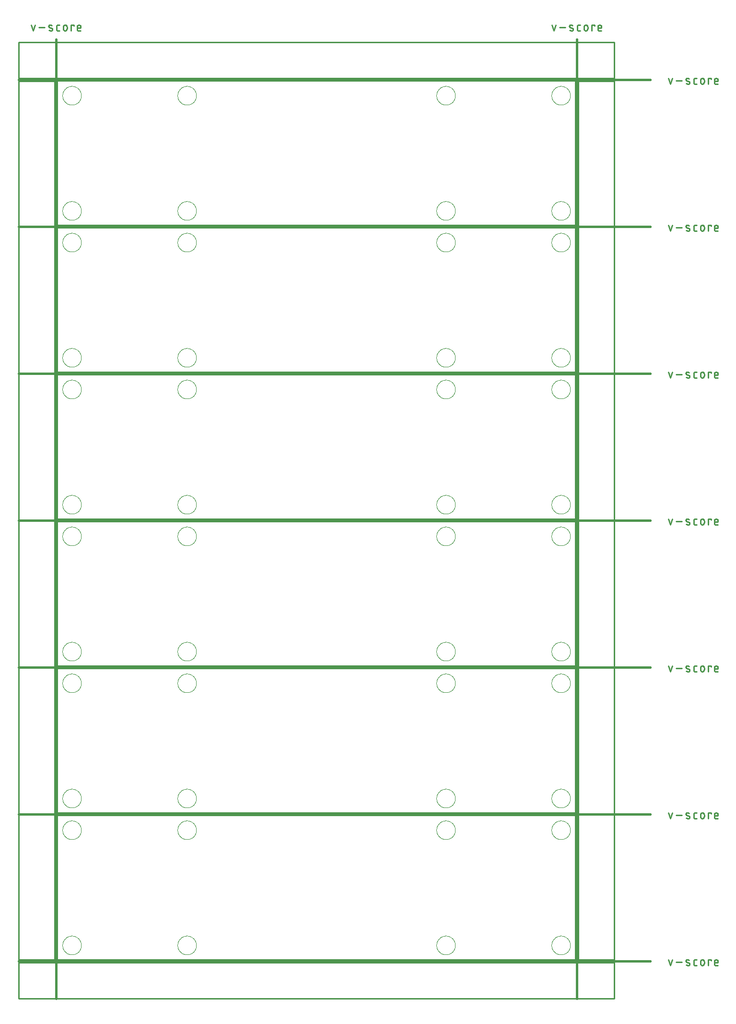
<source format=gko>
G04 EAGLE Gerber RS-274X export*
G75*
%MOMM*%
%FSLAX34Y34*%
%LPD*%
%IN*%
%IPPOS*%
%AMOC8*
5,1,8,0,0,1.08239X$1,22.5*%
G01*
%ADD10C,0.203200*%
%ADD11C,0.381000*%
%ADD12C,0.279400*%
%ADD13C,0.254000*%
%ADD14C,0.000000*%


D10*
X914400Y0D02*
X0Y0D01*
X0Y254000D01*
X914400Y254000D01*
X914400Y0D01*
X914400Y259080D02*
X0Y259080D01*
X0Y513080D01*
X914400Y513080D01*
X914400Y259080D01*
X914400Y518160D02*
X0Y518160D01*
X0Y772160D01*
X914400Y772160D01*
X914400Y518160D01*
X914400Y777240D02*
X0Y777240D01*
X0Y1031240D01*
X914400Y1031240D01*
X914400Y777240D01*
X914400Y1036320D02*
X0Y1036320D01*
X0Y1290320D01*
X914400Y1290320D01*
X914400Y1036320D01*
X914400Y1295400D02*
X0Y1295400D01*
X0Y1549400D01*
X914400Y1549400D01*
X914400Y1295400D01*
D11*
X-2540Y1623060D02*
X-2540Y-68580D01*
D12*
X-42921Y1638427D02*
X-46251Y1648418D01*
X-39590Y1648418D02*
X-42921Y1638427D01*
X-32806Y1644255D02*
X-22815Y1644255D01*
X-14261Y1644255D02*
X-10098Y1642590D01*
X-14261Y1644254D02*
X-14346Y1644290D01*
X-14429Y1644330D01*
X-14510Y1644373D01*
X-14590Y1644420D01*
X-14667Y1644470D01*
X-14743Y1644523D01*
X-14816Y1644579D01*
X-14886Y1644639D01*
X-14954Y1644701D01*
X-15019Y1644766D01*
X-15081Y1644834D01*
X-15141Y1644905D01*
X-15197Y1644978D01*
X-15250Y1645053D01*
X-15300Y1645131D01*
X-15346Y1645210D01*
X-15389Y1645292D01*
X-15429Y1645375D01*
X-15465Y1645460D01*
X-15497Y1645546D01*
X-15526Y1645634D01*
X-15550Y1645723D01*
X-15571Y1645813D01*
X-15588Y1645903D01*
X-15602Y1645994D01*
X-15611Y1646086D01*
X-15616Y1646178D01*
X-15618Y1646270D01*
X-15616Y1646362D01*
X-15609Y1646454D01*
X-15599Y1646546D01*
X-15585Y1646637D01*
X-15567Y1646728D01*
X-15545Y1646817D01*
X-15519Y1646906D01*
X-15489Y1646993D01*
X-15456Y1647079D01*
X-15419Y1647163D01*
X-15379Y1647246D01*
X-15335Y1647327D01*
X-15288Y1647406D01*
X-15237Y1647483D01*
X-15183Y1647558D01*
X-15126Y1647631D01*
X-15066Y1647701D01*
X-15003Y1647768D01*
X-14937Y1647832D01*
X-14869Y1647894D01*
X-14798Y1647953D01*
X-14724Y1648008D01*
X-14648Y1648061D01*
X-14570Y1648110D01*
X-14490Y1648156D01*
X-14409Y1648198D01*
X-14325Y1648237D01*
X-14240Y1648272D01*
X-14153Y1648303D01*
X-14065Y1648331D01*
X-13976Y1648355D01*
X-13886Y1648375D01*
X-13796Y1648392D01*
X-13704Y1648404D01*
X-13612Y1648413D01*
X-13520Y1648417D01*
X-13428Y1648418D01*
X-13201Y1648412D01*
X-12974Y1648401D01*
X-12747Y1648384D01*
X-12521Y1648361D01*
X-12295Y1648334D01*
X-12070Y1648300D01*
X-11846Y1648262D01*
X-11623Y1648218D01*
X-11401Y1648169D01*
X-11180Y1648114D01*
X-10961Y1648054D01*
X-10743Y1647989D01*
X-10527Y1647918D01*
X-10313Y1647843D01*
X-10100Y1647762D01*
X-9890Y1647676D01*
X-9681Y1647585D01*
X-10098Y1642590D02*
X-10013Y1642554D01*
X-9930Y1642514D01*
X-9849Y1642471D01*
X-9769Y1642424D01*
X-9692Y1642374D01*
X-9616Y1642321D01*
X-9543Y1642265D01*
X-9473Y1642205D01*
X-9405Y1642143D01*
X-9340Y1642078D01*
X-9278Y1642010D01*
X-9218Y1641939D01*
X-9162Y1641866D01*
X-9109Y1641791D01*
X-9059Y1641713D01*
X-9013Y1641634D01*
X-8970Y1641552D01*
X-8930Y1641469D01*
X-8894Y1641384D01*
X-8862Y1641298D01*
X-8833Y1641210D01*
X-8809Y1641121D01*
X-8788Y1641031D01*
X-8771Y1640941D01*
X-8757Y1640850D01*
X-8748Y1640758D01*
X-8743Y1640666D01*
X-8741Y1640574D01*
X-8743Y1640482D01*
X-8750Y1640390D01*
X-8760Y1640298D01*
X-8774Y1640207D01*
X-8792Y1640116D01*
X-8814Y1640027D01*
X-8840Y1639938D01*
X-8870Y1639851D01*
X-8903Y1639765D01*
X-8940Y1639681D01*
X-8980Y1639598D01*
X-9024Y1639517D01*
X-9071Y1639438D01*
X-9122Y1639361D01*
X-9176Y1639286D01*
X-9233Y1639213D01*
X-9293Y1639143D01*
X-9356Y1639076D01*
X-9422Y1639012D01*
X-9490Y1638950D01*
X-9561Y1638891D01*
X-9635Y1638836D01*
X-9711Y1638783D01*
X-9789Y1638734D01*
X-9869Y1638688D01*
X-9950Y1638646D01*
X-10034Y1638607D01*
X-10119Y1638572D01*
X-10206Y1638541D01*
X-10294Y1638513D01*
X-10383Y1638489D01*
X-10473Y1638469D01*
X-10563Y1638452D01*
X-10655Y1638440D01*
X-10747Y1638431D01*
X-10839Y1638427D01*
X-10931Y1638426D01*
X-10931Y1638427D02*
X-11265Y1638436D01*
X-11598Y1638453D01*
X-11931Y1638477D01*
X-12264Y1638510D01*
X-12595Y1638550D01*
X-12926Y1638598D01*
X-13255Y1638654D01*
X-13583Y1638717D01*
X-13909Y1638789D01*
X-14233Y1638868D01*
X-14556Y1638954D01*
X-14876Y1639049D01*
X-15194Y1639151D01*
X-15510Y1639260D01*
X562Y1638427D02*
X3892Y1638427D01*
X562Y1638427D02*
X464Y1638429D01*
X366Y1638435D01*
X268Y1638444D01*
X171Y1638458D01*
X75Y1638475D01*
X-21Y1638496D01*
X-116Y1638521D01*
X-210Y1638549D01*
X-303Y1638581D01*
X-394Y1638617D01*
X-484Y1638656D01*
X-572Y1638699D01*
X-659Y1638746D01*
X-743Y1638795D01*
X-826Y1638848D01*
X-906Y1638904D01*
X-985Y1638963D01*
X-1060Y1639026D01*
X-1134Y1639091D01*
X-1204Y1639159D01*
X-1272Y1639229D01*
X-1338Y1639303D01*
X-1400Y1639379D01*
X-1459Y1639457D01*
X-1515Y1639537D01*
X-1568Y1639620D01*
X-1618Y1639704D01*
X-1664Y1639791D01*
X-1707Y1639879D01*
X-1746Y1639969D01*
X-1782Y1640060D01*
X-1814Y1640153D01*
X-1842Y1640247D01*
X-1867Y1640342D01*
X-1888Y1640438D01*
X-1905Y1640534D01*
X-1919Y1640631D01*
X-1928Y1640729D01*
X-1934Y1640827D01*
X-1936Y1640925D01*
X-1936Y1645920D01*
X-1934Y1646018D01*
X-1928Y1646116D01*
X-1919Y1646214D01*
X-1905Y1646311D01*
X-1888Y1646407D01*
X-1867Y1646503D01*
X-1842Y1646598D01*
X-1814Y1646692D01*
X-1782Y1646785D01*
X-1746Y1646876D01*
X-1707Y1646966D01*
X-1664Y1647054D01*
X-1617Y1647141D01*
X-1568Y1647225D01*
X-1515Y1647308D01*
X-1459Y1647388D01*
X-1400Y1647466D01*
X-1337Y1647542D01*
X-1272Y1647616D01*
X-1204Y1647686D01*
X-1134Y1647754D01*
X-1060Y1647819D01*
X-984Y1647882D01*
X-906Y1647941D01*
X-826Y1647997D01*
X-743Y1648050D01*
X-659Y1648099D01*
X-572Y1648146D01*
X-484Y1648189D01*
X-394Y1648228D01*
X-303Y1648264D01*
X-210Y1648296D01*
X-116Y1648324D01*
X-21Y1648349D01*
X75Y1648370D01*
X171Y1648387D01*
X268Y1648401D01*
X366Y1648410D01*
X464Y1648416D01*
X562Y1648418D01*
X3892Y1648418D01*
X10022Y1645087D02*
X10022Y1641757D01*
X10022Y1645087D02*
X10024Y1645201D01*
X10030Y1645314D01*
X10039Y1645428D01*
X10053Y1645540D01*
X10070Y1645653D01*
X10092Y1645765D01*
X10117Y1645875D01*
X10145Y1645985D01*
X10178Y1646094D01*
X10214Y1646202D01*
X10254Y1646309D01*
X10298Y1646414D01*
X10345Y1646517D01*
X10395Y1646619D01*
X10449Y1646719D01*
X10507Y1646817D01*
X10568Y1646913D01*
X10631Y1647007D01*
X10699Y1647099D01*
X10769Y1647189D01*
X10842Y1647275D01*
X10918Y1647360D01*
X10997Y1647442D01*
X11079Y1647521D01*
X11164Y1647597D01*
X11250Y1647670D01*
X11340Y1647740D01*
X11432Y1647808D01*
X11526Y1647871D01*
X11622Y1647932D01*
X11720Y1647990D01*
X11820Y1648044D01*
X11922Y1648094D01*
X12025Y1648141D01*
X12130Y1648185D01*
X12237Y1648225D01*
X12345Y1648261D01*
X12454Y1648294D01*
X12564Y1648322D01*
X12674Y1648347D01*
X12786Y1648369D01*
X12899Y1648386D01*
X13011Y1648400D01*
X13125Y1648409D01*
X13238Y1648415D01*
X13352Y1648417D01*
X13466Y1648415D01*
X13579Y1648409D01*
X13693Y1648400D01*
X13805Y1648386D01*
X13918Y1648369D01*
X14030Y1648347D01*
X14140Y1648322D01*
X14250Y1648294D01*
X14359Y1648261D01*
X14467Y1648225D01*
X14574Y1648185D01*
X14679Y1648141D01*
X14782Y1648094D01*
X14884Y1648044D01*
X14984Y1647990D01*
X15082Y1647932D01*
X15178Y1647871D01*
X15272Y1647808D01*
X15364Y1647740D01*
X15454Y1647670D01*
X15540Y1647597D01*
X15625Y1647521D01*
X15707Y1647442D01*
X15786Y1647360D01*
X15862Y1647275D01*
X15935Y1647189D01*
X16005Y1647099D01*
X16073Y1647007D01*
X16136Y1646913D01*
X16197Y1646817D01*
X16255Y1646719D01*
X16309Y1646619D01*
X16359Y1646517D01*
X16406Y1646414D01*
X16450Y1646309D01*
X16490Y1646202D01*
X16526Y1646094D01*
X16559Y1645985D01*
X16587Y1645875D01*
X16612Y1645765D01*
X16634Y1645653D01*
X16651Y1645540D01*
X16665Y1645428D01*
X16674Y1645314D01*
X16680Y1645201D01*
X16682Y1645087D01*
X16682Y1641757D01*
X16680Y1641643D01*
X16674Y1641530D01*
X16665Y1641416D01*
X16651Y1641304D01*
X16634Y1641191D01*
X16612Y1641079D01*
X16587Y1640969D01*
X16559Y1640859D01*
X16526Y1640750D01*
X16490Y1640642D01*
X16450Y1640535D01*
X16406Y1640430D01*
X16359Y1640327D01*
X16309Y1640225D01*
X16255Y1640125D01*
X16197Y1640027D01*
X16136Y1639931D01*
X16073Y1639837D01*
X16005Y1639745D01*
X15935Y1639655D01*
X15862Y1639569D01*
X15786Y1639484D01*
X15707Y1639402D01*
X15625Y1639323D01*
X15540Y1639247D01*
X15454Y1639174D01*
X15364Y1639104D01*
X15272Y1639036D01*
X15178Y1638973D01*
X15082Y1638912D01*
X14984Y1638854D01*
X14884Y1638800D01*
X14782Y1638750D01*
X14679Y1638703D01*
X14574Y1638659D01*
X14467Y1638619D01*
X14359Y1638583D01*
X14250Y1638550D01*
X14140Y1638522D01*
X14030Y1638497D01*
X13918Y1638475D01*
X13805Y1638458D01*
X13693Y1638444D01*
X13579Y1638435D01*
X13466Y1638429D01*
X13352Y1638427D01*
X13238Y1638429D01*
X13125Y1638435D01*
X13011Y1638444D01*
X12899Y1638458D01*
X12786Y1638475D01*
X12674Y1638497D01*
X12564Y1638522D01*
X12454Y1638550D01*
X12345Y1638583D01*
X12237Y1638619D01*
X12130Y1638659D01*
X12025Y1638703D01*
X11922Y1638750D01*
X11820Y1638800D01*
X11720Y1638854D01*
X11622Y1638912D01*
X11526Y1638973D01*
X11432Y1639036D01*
X11340Y1639104D01*
X11250Y1639174D01*
X11164Y1639247D01*
X11079Y1639323D01*
X10997Y1639402D01*
X10918Y1639484D01*
X10842Y1639569D01*
X10769Y1639655D01*
X10699Y1639745D01*
X10631Y1639837D01*
X10568Y1639931D01*
X10507Y1640027D01*
X10449Y1640125D01*
X10395Y1640225D01*
X10345Y1640327D01*
X10298Y1640430D01*
X10254Y1640535D01*
X10214Y1640642D01*
X10178Y1640750D01*
X10145Y1640859D01*
X10117Y1640969D01*
X10092Y1641079D01*
X10070Y1641191D01*
X10053Y1641304D01*
X10039Y1641416D01*
X10030Y1641530D01*
X10024Y1641643D01*
X10022Y1641757D01*
X24218Y1638427D02*
X24218Y1648418D01*
X29213Y1648418D01*
X29213Y1646753D01*
X37008Y1638427D02*
X41171Y1638427D01*
X37008Y1638427D02*
X36910Y1638429D01*
X36812Y1638435D01*
X36714Y1638444D01*
X36617Y1638458D01*
X36521Y1638475D01*
X36425Y1638496D01*
X36330Y1638521D01*
X36236Y1638549D01*
X36143Y1638581D01*
X36052Y1638617D01*
X35962Y1638656D01*
X35874Y1638699D01*
X35787Y1638746D01*
X35703Y1638795D01*
X35620Y1638848D01*
X35540Y1638904D01*
X35462Y1638963D01*
X35386Y1639026D01*
X35312Y1639091D01*
X35242Y1639159D01*
X35174Y1639229D01*
X35109Y1639303D01*
X35046Y1639379D01*
X34987Y1639457D01*
X34931Y1639537D01*
X34878Y1639620D01*
X34829Y1639704D01*
X34782Y1639791D01*
X34739Y1639879D01*
X34700Y1639969D01*
X34664Y1640060D01*
X34632Y1640153D01*
X34604Y1640247D01*
X34579Y1640342D01*
X34558Y1640438D01*
X34541Y1640534D01*
X34527Y1640631D01*
X34518Y1640729D01*
X34512Y1640827D01*
X34510Y1640925D01*
X34510Y1645087D01*
X34511Y1645087D02*
X34513Y1645201D01*
X34519Y1645314D01*
X34528Y1645428D01*
X34542Y1645540D01*
X34559Y1645653D01*
X34581Y1645765D01*
X34606Y1645875D01*
X34634Y1645985D01*
X34667Y1646094D01*
X34703Y1646202D01*
X34743Y1646309D01*
X34787Y1646414D01*
X34834Y1646517D01*
X34884Y1646619D01*
X34938Y1646719D01*
X34996Y1646817D01*
X35057Y1646913D01*
X35120Y1647007D01*
X35188Y1647099D01*
X35258Y1647189D01*
X35331Y1647275D01*
X35407Y1647360D01*
X35486Y1647442D01*
X35568Y1647521D01*
X35653Y1647597D01*
X35739Y1647670D01*
X35829Y1647740D01*
X35921Y1647808D01*
X36015Y1647871D01*
X36111Y1647932D01*
X36209Y1647990D01*
X36309Y1648044D01*
X36411Y1648094D01*
X36514Y1648141D01*
X36619Y1648185D01*
X36726Y1648225D01*
X36834Y1648261D01*
X36943Y1648294D01*
X37053Y1648322D01*
X37163Y1648347D01*
X37275Y1648369D01*
X37388Y1648386D01*
X37500Y1648400D01*
X37614Y1648409D01*
X37727Y1648415D01*
X37841Y1648417D01*
X37955Y1648415D01*
X38068Y1648409D01*
X38182Y1648400D01*
X38294Y1648386D01*
X38407Y1648369D01*
X38519Y1648347D01*
X38629Y1648322D01*
X38739Y1648294D01*
X38848Y1648261D01*
X38956Y1648225D01*
X39063Y1648185D01*
X39168Y1648141D01*
X39271Y1648094D01*
X39373Y1648044D01*
X39473Y1647990D01*
X39571Y1647932D01*
X39667Y1647871D01*
X39761Y1647808D01*
X39853Y1647740D01*
X39943Y1647670D01*
X40029Y1647597D01*
X40114Y1647521D01*
X40196Y1647442D01*
X40275Y1647360D01*
X40351Y1647275D01*
X40424Y1647189D01*
X40494Y1647099D01*
X40562Y1647007D01*
X40625Y1646913D01*
X40686Y1646817D01*
X40744Y1646719D01*
X40798Y1646619D01*
X40848Y1646517D01*
X40895Y1646414D01*
X40939Y1646309D01*
X40979Y1646202D01*
X41015Y1646094D01*
X41048Y1645985D01*
X41076Y1645875D01*
X41101Y1645765D01*
X41123Y1645653D01*
X41140Y1645540D01*
X41154Y1645428D01*
X41163Y1645314D01*
X41169Y1645201D01*
X41171Y1645087D01*
X41171Y1643422D01*
X34510Y1643422D01*
D11*
X916940Y1623060D02*
X916940Y-68580D01*
D12*
X876559Y1638427D02*
X873229Y1648418D01*
X879890Y1648418D02*
X876559Y1638427D01*
X886674Y1644255D02*
X896665Y1644255D01*
X905219Y1644255D02*
X909382Y1642590D01*
X905219Y1644254D02*
X905134Y1644290D01*
X905051Y1644330D01*
X904970Y1644373D01*
X904890Y1644420D01*
X904813Y1644470D01*
X904737Y1644523D01*
X904664Y1644579D01*
X904594Y1644639D01*
X904526Y1644701D01*
X904461Y1644766D01*
X904399Y1644834D01*
X904339Y1644905D01*
X904283Y1644978D01*
X904230Y1645053D01*
X904180Y1645131D01*
X904134Y1645210D01*
X904091Y1645292D01*
X904051Y1645375D01*
X904015Y1645460D01*
X903983Y1645546D01*
X903954Y1645634D01*
X903930Y1645723D01*
X903909Y1645813D01*
X903892Y1645903D01*
X903878Y1645994D01*
X903869Y1646086D01*
X903864Y1646178D01*
X903862Y1646270D01*
X903864Y1646362D01*
X903871Y1646454D01*
X903881Y1646546D01*
X903895Y1646637D01*
X903913Y1646728D01*
X903935Y1646817D01*
X903961Y1646906D01*
X903991Y1646993D01*
X904024Y1647079D01*
X904061Y1647163D01*
X904101Y1647246D01*
X904145Y1647327D01*
X904192Y1647406D01*
X904243Y1647483D01*
X904297Y1647558D01*
X904354Y1647631D01*
X904414Y1647701D01*
X904477Y1647768D01*
X904543Y1647832D01*
X904611Y1647894D01*
X904682Y1647953D01*
X904756Y1648008D01*
X904832Y1648061D01*
X904910Y1648110D01*
X904990Y1648156D01*
X905071Y1648198D01*
X905155Y1648237D01*
X905240Y1648272D01*
X905327Y1648303D01*
X905415Y1648331D01*
X905504Y1648355D01*
X905594Y1648375D01*
X905684Y1648392D01*
X905776Y1648404D01*
X905868Y1648413D01*
X905960Y1648417D01*
X906052Y1648418D01*
X906279Y1648412D01*
X906506Y1648401D01*
X906733Y1648384D01*
X906959Y1648361D01*
X907185Y1648334D01*
X907410Y1648300D01*
X907634Y1648262D01*
X907857Y1648218D01*
X908079Y1648169D01*
X908300Y1648114D01*
X908519Y1648054D01*
X908737Y1647989D01*
X908953Y1647918D01*
X909167Y1647843D01*
X909380Y1647762D01*
X909590Y1647676D01*
X909799Y1647585D01*
X909382Y1642590D02*
X909467Y1642554D01*
X909550Y1642514D01*
X909631Y1642471D01*
X909711Y1642424D01*
X909788Y1642374D01*
X909864Y1642321D01*
X909937Y1642265D01*
X910007Y1642205D01*
X910075Y1642143D01*
X910140Y1642078D01*
X910202Y1642010D01*
X910262Y1641939D01*
X910318Y1641866D01*
X910371Y1641791D01*
X910421Y1641713D01*
X910467Y1641634D01*
X910510Y1641552D01*
X910550Y1641469D01*
X910586Y1641384D01*
X910618Y1641298D01*
X910647Y1641210D01*
X910671Y1641121D01*
X910692Y1641031D01*
X910709Y1640941D01*
X910723Y1640850D01*
X910732Y1640758D01*
X910737Y1640666D01*
X910739Y1640574D01*
X910737Y1640482D01*
X910730Y1640390D01*
X910720Y1640298D01*
X910706Y1640207D01*
X910688Y1640116D01*
X910666Y1640027D01*
X910640Y1639938D01*
X910610Y1639851D01*
X910577Y1639765D01*
X910540Y1639681D01*
X910500Y1639598D01*
X910456Y1639517D01*
X910409Y1639438D01*
X910358Y1639361D01*
X910304Y1639286D01*
X910247Y1639213D01*
X910187Y1639143D01*
X910124Y1639076D01*
X910058Y1639012D01*
X909990Y1638950D01*
X909919Y1638891D01*
X909845Y1638836D01*
X909769Y1638783D01*
X909691Y1638734D01*
X909611Y1638688D01*
X909530Y1638646D01*
X909446Y1638607D01*
X909361Y1638572D01*
X909274Y1638541D01*
X909186Y1638513D01*
X909097Y1638489D01*
X909007Y1638469D01*
X908917Y1638452D01*
X908825Y1638440D01*
X908733Y1638431D01*
X908641Y1638427D01*
X908549Y1638426D01*
X908549Y1638427D02*
X908215Y1638436D01*
X907882Y1638453D01*
X907549Y1638477D01*
X907216Y1638510D01*
X906885Y1638550D01*
X906554Y1638598D01*
X906225Y1638654D01*
X905897Y1638717D01*
X905571Y1638789D01*
X905247Y1638868D01*
X904924Y1638954D01*
X904604Y1639049D01*
X904286Y1639151D01*
X903970Y1639260D01*
X920042Y1638427D02*
X923372Y1638427D01*
X920042Y1638427D02*
X919944Y1638429D01*
X919846Y1638435D01*
X919748Y1638444D01*
X919651Y1638458D01*
X919555Y1638475D01*
X919459Y1638496D01*
X919364Y1638521D01*
X919270Y1638549D01*
X919177Y1638581D01*
X919086Y1638617D01*
X918996Y1638656D01*
X918908Y1638699D01*
X918821Y1638746D01*
X918737Y1638795D01*
X918654Y1638848D01*
X918574Y1638904D01*
X918496Y1638963D01*
X918420Y1639026D01*
X918346Y1639091D01*
X918276Y1639159D01*
X918208Y1639229D01*
X918143Y1639303D01*
X918080Y1639379D01*
X918021Y1639457D01*
X917965Y1639537D01*
X917912Y1639620D01*
X917863Y1639704D01*
X917816Y1639791D01*
X917773Y1639879D01*
X917734Y1639969D01*
X917698Y1640060D01*
X917666Y1640153D01*
X917638Y1640247D01*
X917613Y1640342D01*
X917592Y1640438D01*
X917575Y1640534D01*
X917561Y1640631D01*
X917552Y1640729D01*
X917546Y1640827D01*
X917544Y1640925D01*
X917544Y1645920D01*
X917546Y1646018D01*
X917552Y1646116D01*
X917561Y1646214D01*
X917575Y1646311D01*
X917592Y1646407D01*
X917613Y1646503D01*
X917638Y1646598D01*
X917666Y1646692D01*
X917698Y1646785D01*
X917734Y1646876D01*
X917773Y1646966D01*
X917816Y1647054D01*
X917863Y1647141D01*
X917912Y1647225D01*
X917965Y1647308D01*
X918021Y1647388D01*
X918080Y1647467D01*
X918143Y1647542D01*
X918208Y1647616D01*
X918276Y1647686D01*
X918346Y1647754D01*
X918420Y1647820D01*
X918496Y1647882D01*
X918574Y1647941D01*
X918654Y1647997D01*
X918737Y1648050D01*
X918821Y1648100D01*
X918908Y1648146D01*
X918996Y1648189D01*
X919086Y1648228D01*
X919177Y1648264D01*
X919270Y1648296D01*
X919364Y1648324D01*
X919459Y1648349D01*
X919555Y1648370D01*
X919651Y1648387D01*
X919748Y1648401D01*
X919846Y1648410D01*
X919944Y1648416D01*
X920042Y1648418D01*
X923372Y1648418D01*
X929502Y1645087D02*
X929502Y1641757D01*
X929502Y1645087D02*
X929504Y1645201D01*
X929510Y1645314D01*
X929519Y1645428D01*
X929533Y1645540D01*
X929550Y1645653D01*
X929572Y1645765D01*
X929597Y1645875D01*
X929625Y1645985D01*
X929658Y1646094D01*
X929694Y1646202D01*
X929734Y1646309D01*
X929778Y1646414D01*
X929825Y1646517D01*
X929875Y1646619D01*
X929929Y1646719D01*
X929987Y1646817D01*
X930048Y1646913D01*
X930111Y1647007D01*
X930179Y1647099D01*
X930249Y1647189D01*
X930322Y1647275D01*
X930398Y1647360D01*
X930477Y1647442D01*
X930559Y1647521D01*
X930644Y1647597D01*
X930730Y1647670D01*
X930820Y1647740D01*
X930912Y1647808D01*
X931006Y1647871D01*
X931102Y1647932D01*
X931200Y1647990D01*
X931300Y1648044D01*
X931402Y1648094D01*
X931505Y1648141D01*
X931610Y1648185D01*
X931717Y1648225D01*
X931825Y1648261D01*
X931934Y1648294D01*
X932044Y1648322D01*
X932154Y1648347D01*
X932266Y1648369D01*
X932379Y1648386D01*
X932491Y1648400D01*
X932605Y1648409D01*
X932718Y1648415D01*
X932832Y1648417D01*
X932946Y1648415D01*
X933059Y1648409D01*
X933173Y1648400D01*
X933285Y1648386D01*
X933398Y1648369D01*
X933510Y1648347D01*
X933620Y1648322D01*
X933730Y1648294D01*
X933839Y1648261D01*
X933947Y1648225D01*
X934054Y1648185D01*
X934159Y1648141D01*
X934262Y1648094D01*
X934364Y1648044D01*
X934464Y1647990D01*
X934562Y1647932D01*
X934658Y1647871D01*
X934752Y1647808D01*
X934844Y1647740D01*
X934934Y1647670D01*
X935020Y1647597D01*
X935105Y1647521D01*
X935187Y1647442D01*
X935266Y1647360D01*
X935342Y1647275D01*
X935415Y1647189D01*
X935485Y1647099D01*
X935553Y1647007D01*
X935616Y1646913D01*
X935677Y1646817D01*
X935735Y1646719D01*
X935789Y1646619D01*
X935839Y1646517D01*
X935886Y1646414D01*
X935930Y1646309D01*
X935970Y1646202D01*
X936006Y1646094D01*
X936039Y1645985D01*
X936067Y1645875D01*
X936092Y1645765D01*
X936114Y1645653D01*
X936131Y1645540D01*
X936145Y1645428D01*
X936154Y1645314D01*
X936160Y1645201D01*
X936162Y1645087D01*
X936162Y1641757D01*
X936160Y1641643D01*
X936154Y1641530D01*
X936145Y1641416D01*
X936131Y1641304D01*
X936114Y1641191D01*
X936092Y1641079D01*
X936067Y1640969D01*
X936039Y1640859D01*
X936006Y1640750D01*
X935970Y1640642D01*
X935930Y1640535D01*
X935886Y1640430D01*
X935839Y1640327D01*
X935789Y1640225D01*
X935735Y1640125D01*
X935677Y1640027D01*
X935616Y1639931D01*
X935553Y1639837D01*
X935485Y1639745D01*
X935415Y1639655D01*
X935342Y1639569D01*
X935266Y1639484D01*
X935187Y1639402D01*
X935105Y1639323D01*
X935020Y1639247D01*
X934934Y1639174D01*
X934844Y1639104D01*
X934752Y1639036D01*
X934658Y1638973D01*
X934562Y1638912D01*
X934464Y1638854D01*
X934364Y1638800D01*
X934262Y1638750D01*
X934159Y1638703D01*
X934054Y1638659D01*
X933947Y1638619D01*
X933839Y1638583D01*
X933730Y1638550D01*
X933620Y1638522D01*
X933510Y1638497D01*
X933398Y1638475D01*
X933285Y1638458D01*
X933173Y1638444D01*
X933059Y1638435D01*
X932946Y1638429D01*
X932832Y1638427D01*
X932718Y1638429D01*
X932605Y1638435D01*
X932491Y1638444D01*
X932379Y1638458D01*
X932266Y1638475D01*
X932154Y1638497D01*
X932044Y1638522D01*
X931934Y1638550D01*
X931825Y1638583D01*
X931717Y1638619D01*
X931610Y1638659D01*
X931505Y1638703D01*
X931402Y1638750D01*
X931300Y1638800D01*
X931200Y1638854D01*
X931102Y1638912D01*
X931006Y1638973D01*
X930912Y1639036D01*
X930820Y1639104D01*
X930730Y1639174D01*
X930644Y1639247D01*
X930559Y1639323D01*
X930477Y1639402D01*
X930398Y1639484D01*
X930322Y1639569D01*
X930249Y1639655D01*
X930179Y1639745D01*
X930111Y1639837D01*
X930048Y1639931D01*
X929987Y1640027D01*
X929929Y1640125D01*
X929875Y1640225D01*
X929825Y1640327D01*
X929778Y1640430D01*
X929734Y1640535D01*
X929694Y1640642D01*
X929658Y1640750D01*
X929625Y1640859D01*
X929597Y1640969D01*
X929572Y1641079D01*
X929550Y1641191D01*
X929533Y1641304D01*
X929519Y1641416D01*
X929510Y1641530D01*
X929504Y1641643D01*
X929502Y1641757D01*
X943698Y1638427D02*
X943698Y1648418D01*
X948693Y1648418D01*
X948693Y1646753D01*
X956488Y1638427D02*
X960651Y1638427D01*
X956488Y1638427D02*
X956390Y1638429D01*
X956292Y1638435D01*
X956194Y1638444D01*
X956097Y1638458D01*
X956001Y1638475D01*
X955905Y1638496D01*
X955810Y1638521D01*
X955716Y1638549D01*
X955623Y1638581D01*
X955532Y1638617D01*
X955442Y1638656D01*
X955354Y1638699D01*
X955267Y1638746D01*
X955183Y1638795D01*
X955100Y1638848D01*
X955020Y1638904D01*
X954942Y1638963D01*
X954866Y1639026D01*
X954792Y1639091D01*
X954722Y1639159D01*
X954654Y1639229D01*
X954589Y1639303D01*
X954526Y1639379D01*
X954467Y1639457D01*
X954411Y1639537D01*
X954358Y1639620D01*
X954309Y1639704D01*
X954262Y1639791D01*
X954219Y1639879D01*
X954180Y1639969D01*
X954144Y1640060D01*
X954112Y1640153D01*
X954084Y1640247D01*
X954059Y1640342D01*
X954038Y1640438D01*
X954021Y1640534D01*
X954007Y1640631D01*
X953998Y1640729D01*
X953992Y1640827D01*
X953990Y1640925D01*
X953990Y1645087D01*
X953991Y1645087D02*
X953993Y1645201D01*
X953999Y1645314D01*
X954008Y1645428D01*
X954022Y1645540D01*
X954039Y1645653D01*
X954061Y1645765D01*
X954086Y1645875D01*
X954114Y1645985D01*
X954147Y1646094D01*
X954183Y1646202D01*
X954223Y1646309D01*
X954267Y1646414D01*
X954314Y1646517D01*
X954364Y1646619D01*
X954418Y1646719D01*
X954476Y1646817D01*
X954537Y1646913D01*
X954600Y1647007D01*
X954668Y1647099D01*
X954738Y1647189D01*
X954811Y1647275D01*
X954887Y1647360D01*
X954966Y1647442D01*
X955048Y1647521D01*
X955133Y1647597D01*
X955219Y1647670D01*
X955309Y1647740D01*
X955401Y1647808D01*
X955495Y1647871D01*
X955591Y1647932D01*
X955689Y1647990D01*
X955789Y1648044D01*
X955891Y1648094D01*
X955994Y1648141D01*
X956099Y1648185D01*
X956206Y1648225D01*
X956314Y1648261D01*
X956423Y1648294D01*
X956533Y1648322D01*
X956643Y1648347D01*
X956755Y1648369D01*
X956868Y1648386D01*
X956980Y1648400D01*
X957094Y1648409D01*
X957207Y1648415D01*
X957321Y1648417D01*
X957435Y1648415D01*
X957548Y1648409D01*
X957662Y1648400D01*
X957774Y1648386D01*
X957887Y1648369D01*
X957999Y1648347D01*
X958109Y1648322D01*
X958219Y1648294D01*
X958328Y1648261D01*
X958436Y1648225D01*
X958543Y1648185D01*
X958648Y1648141D01*
X958751Y1648094D01*
X958853Y1648044D01*
X958953Y1647990D01*
X959051Y1647932D01*
X959147Y1647871D01*
X959241Y1647808D01*
X959333Y1647740D01*
X959423Y1647670D01*
X959509Y1647597D01*
X959594Y1647521D01*
X959676Y1647442D01*
X959755Y1647360D01*
X959831Y1647275D01*
X959904Y1647189D01*
X959974Y1647099D01*
X960042Y1647007D01*
X960105Y1646913D01*
X960166Y1646817D01*
X960224Y1646719D01*
X960278Y1646619D01*
X960328Y1646517D01*
X960375Y1646414D01*
X960419Y1646309D01*
X960459Y1646202D01*
X960495Y1646094D01*
X960528Y1645985D01*
X960556Y1645875D01*
X960581Y1645765D01*
X960603Y1645653D01*
X960620Y1645540D01*
X960634Y1645428D01*
X960643Y1645314D01*
X960649Y1645201D01*
X960651Y1645087D01*
X960651Y1643422D01*
X953990Y1643422D01*
D11*
X1046480Y-2540D02*
X-68580Y-2540D01*
D12*
X1078969Y-42D02*
X1082299Y-10033D01*
X1085630Y-42D01*
X1092414Y-4205D02*
X1102405Y-4205D01*
X1110959Y-4205D02*
X1115122Y-5870D01*
X1110959Y-4206D02*
X1110874Y-4170D01*
X1110791Y-4130D01*
X1110710Y-4087D01*
X1110630Y-4040D01*
X1110553Y-3990D01*
X1110477Y-3937D01*
X1110404Y-3881D01*
X1110334Y-3821D01*
X1110266Y-3759D01*
X1110201Y-3694D01*
X1110139Y-3626D01*
X1110079Y-3555D01*
X1110023Y-3482D01*
X1109970Y-3407D01*
X1109920Y-3329D01*
X1109874Y-3250D01*
X1109831Y-3168D01*
X1109791Y-3085D01*
X1109755Y-3000D01*
X1109723Y-2914D01*
X1109694Y-2826D01*
X1109670Y-2737D01*
X1109649Y-2647D01*
X1109632Y-2557D01*
X1109618Y-2466D01*
X1109609Y-2374D01*
X1109604Y-2282D01*
X1109602Y-2190D01*
X1109604Y-2098D01*
X1109611Y-2006D01*
X1109621Y-1914D01*
X1109635Y-1823D01*
X1109653Y-1732D01*
X1109675Y-1643D01*
X1109701Y-1554D01*
X1109731Y-1467D01*
X1109764Y-1381D01*
X1109801Y-1297D01*
X1109841Y-1214D01*
X1109885Y-1133D01*
X1109932Y-1054D01*
X1109983Y-977D01*
X1110037Y-902D01*
X1110094Y-829D01*
X1110154Y-759D01*
X1110217Y-692D01*
X1110283Y-628D01*
X1110351Y-566D01*
X1110422Y-507D01*
X1110496Y-452D01*
X1110572Y-399D01*
X1110650Y-350D01*
X1110730Y-304D01*
X1110811Y-262D01*
X1110895Y-223D01*
X1110980Y-188D01*
X1111067Y-157D01*
X1111155Y-129D01*
X1111244Y-105D01*
X1111334Y-85D01*
X1111424Y-68D01*
X1111516Y-56D01*
X1111608Y-47D01*
X1111700Y-43D01*
X1111792Y-42D01*
X1112019Y-48D01*
X1112246Y-59D01*
X1112473Y-76D01*
X1112699Y-99D01*
X1112925Y-126D01*
X1113150Y-160D01*
X1113374Y-198D01*
X1113597Y-242D01*
X1113819Y-291D01*
X1114040Y-346D01*
X1114259Y-406D01*
X1114477Y-471D01*
X1114693Y-542D01*
X1114907Y-617D01*
X1115120Y-698D01*
X1115330Y-784D01*
X1115539Y-875D01*
X1115122Y-5870D02*
X1115207Y-5906D01*
X1115290Y-5946D01*
X1115371Y-5989D01*
X1115451Y-6036D01*
X1115528Y-6086D01*
X1115604Y-6139D01*
X1115677Y-6195D01*
X1115747Y-6255D01*
X1115815Y-6317D01*
X1115880Y-6382D01*
X1115942Y-6450D01*
X1116002Y-6521D01*
X1116058Y-6594D01*
X1116111Y-6669D01*
X1116161Y-6747D01*
X1116207Y-6826D01*
X1116250Y-6908D01*
X1116290Y-6991D01*
X1116326Y-7076D01*
X1116358Y-7162D01*
X1116387Y-7250D01*
X1116411Y-7339D01*
X1116432Y-7429D01*
X1116449Y-7519D01*
X1116463Y-7610D01*
X1116472Y-7702D01*
X1116477Y-7794D01*
X1116479Y-7886D01*
X1116477Y-7978D01*
X1116470Y-8070D01*
X1116460Y-8162D01*
X1116446Y-8253D01*
X1116428Y-8344D01*
X1116406Y-8433D01*
X1116380Y-8522D01*
X1116350Y-8609D01*
X1116317Y-8695D01*
X1116280Y-8779D01*
X1116240Y-8862D01*
X1116196Y-8943D01*
X1116149Y-9022D01*
X1116098Y-9099D01*
X1116044Y-9174D01*
X1115987Y-9247D01*
X1115927Y-9317D01*
X1115864Y-9384D01*
X1115798Y-9448D01*
X1115730Y-9510D01*
X1115659Y-9569D01*
X1115585Y-9624D01*
X1115509Y-9677D01*
X1115431Y-9726D01*
X1115351Y-9772D01*
X1115270Y-9814D01*
X1115186Y-9853D01*
X1115101Y-9888D01*
X1115014Y-9919D01*
X1114926Y-9947D01*
X1114837Y-9971D01*
X1114747Y-9991D01*
X1114657Y-10008D01*
X1114565Y-10020D01*
X1114473Y-10029D01*
X1114381Y-10033D01*
X1114289Y-10034D01*
X1114289Y-10033D02*
X1113955Y-10024D01*
X1113622Y-10007D01*
X1113289Y-9983D01*
X1112956Y-9950D01*
X1112625Y-9910D01*
X1112294Y-9862D01*
X1111965Y-9806D01*
X1111637Y-9743D01*
X1111311Y-9671D01*
X1110987Y-9592D01*
X1110664Y-9506D01*
X1110344Y-9411D01*
X1110026Y-9309D01*
X1109710Y-9200D01*
X1125782Y-10033D02*
X1129112Y-10033D01*
X1125782Y-10033D02*
X1125684Y-10031D01*
X1125586Y-10025D01*
X1125488Y-10016D01*
X1125391Y-10002D01*
X1125295Y-9985D01*
X1125199Y-9964D01*
X1125104Y-9939D01*
X1125010Y-9911D01*
X1124917Y-9879D01*
X1124826Y-9843D01*
X1124736Y-9804D01*
X1124648Y-9761D01*
X1124561Y-9714D01*
X1124477Y-9665D01*
X1124394Y-9612D01*
X1124314Y-9556D01*
X1124236Y-9497D01*
X1124160Y-9435D01*
X1124086Y-9369D01*
X1124016Y-9301D01*
X1123948Y-9231D01*
X1123883Y-9157D01*
X1123820Y-9082D01*
X1123761Y-9003D01*
X1123705Y-8923D01*
X1123652Y-8840D01*
X1123603Y-8756D01*
X1123556Y-8669D01*
X1123513Y-8581D01*
X1123474Y-8491D01*
X1123438Y-8400D01*
X1123406Y-8307D01*
X1123378Y-8213D01*
X1123353Y-8118D01*
X1123332Y-8022D01*
X1123315Y-7926D01*
X1123301Y-7829D01*
X1123292Y-7731D01*
X1123286Y-7633D01*
X1123284Y-7535D01*
X1123284Y-2540D01*
X1123286Y-2442D01*
X1123292Y-2344D01*
X1123301Y-2246D01*
X1123315Y-2149D01*
X1123332Y-2053D01*
X1123353Y-1957D01*
X1123378Y-1862D01*
X1123406Y-1768D01*
X1123438Y-1675D01*
X1123474Y-1584D01*
X1123513Y-1494D01*
X1123556Y-1406D01*
X1123603Y-1319D01*
X1123652Y-1235D01*
X1123705Y-1152D01*
X1123761Y-1072D01*
X1123820Y-994D01*
X1123883Y-918D01*
X1123948Y-844D01*
X1124016Y-774D01*
X1124086Y-706D01*
X1124160Y-641D01*
X1124236Y-578D01*
X1124314Y-519D01*
X1124394Y-463D01*
X1124477Y-410D01*
X1124561Y-361D01*
X1124648Y-314D01*
X1124736Y-271D01*
X1124826Y-232D01*
X1124917Y-196D01*
X1125010Y-164D01*
X1125104Y-136D01*
X1125199Y-111D01*
X1125295Y-90D01*
X1125391Y-73D01*
X1125488Y-59D01*
X1125586Y-50D01*
X1125684Y-44D01*
X1125782Y-42D01*
X1129112Y-42D01*
X1135242Y-3373D02*
X1135242Y-6703D01*
X1135242Y-3373D02*
X1135244Y-3259D01*
X1135250Y-3146D01*
X1135259Y-3032D01*
X1135273Y-2920D01*
X1135290Y-2807D01*
X1135312Y-2695D01*
X1135337Y-2585D01*
X1135365Y-2475D01*
X1135398Y-2366D01*
X1135434Y-2258D01*
X1135474Y-2151D01*
X1135518Y-2046D01*
X1135565Y-1943D01*
X1135615Y-1841D01*
X1135669Y-1741D01*
X1135727Y-1643D01*
X1135788Y-1547D01*
X1135851Y-1453D01*
X1135919Y-1361D01*
X1135989Y-1271D01*
X1136062Y-1185D01*
X1136138Y-1100D01*
X1136217Y-1018D01*
X1136299Y-939D01*
X1136384Y-863D01*
X1136470Y-790D01*
X1136560Y-720D01*
X1136652Y-652D01*
X1136746Y-589D01*
X1136842Y-528D01*
X1136940Y-470D01*
X1137040Y-416D01*
X1137142Y-366D01*
X1137245Y-319D01*
X1137350Y-275D01*
X1137457Y-235D01*
X1137565Y-199D01*
X1137674Y-166D01*
X1137784Y-138D01*
X1137894Y-113D01*
X1138006Y-91D01*
X1138119Y-74D01*
X1138231Y-60D01*
X1138345Y-51D01*
X1138458Y-45D01*
X1138572Y-43D01*
X1138686Y-45D01*
X1138799Y-51D01*
X1138913Y-60D01*
X1139025Y-74D01*
X1139138Y-91D01*
X1139250Y-113D01*
X1139360Y-138D01*
X1139470Y-166D01*
X1139579Y-199D01*
X1139687Y-235D01*
X1139794Y-275D01*
X1139899Y-319D01*
X1140002Y-366D01*
X1140104Y-416D01*
X1140204Y-470D01*
X1140302Y-528D01*
X1140398Y-589D01*
X1140492Y-652D01*
X1140584Y-720D01*
X1140674Y-790D01*
X1140760Y-863D01*
X1140845Y-939D01*
X1140927Y-1018D01*
X1141006Y-1100D01*
X1141082Y-1185D01*
X1141155Y-1271D01*
X1141225Y-1361D01*
X1141293Y-1453D01*
X1141356Y-1547D01*
X1141417Y-1643D01*
X1141475Y-1741D01*
X1141529Y-1841D01*
X1141579Y-1943D01*
X1141626Y-2046D01*
X1141670Y-2151D01*
X1141710Y-2258D01*
X1141746Y-2366D01*
X1141779Y-2475D01*
X1141807Y-2585D01*
X1141832Y-2695D01*
X1141854Y-2807D01*
X1141871Y-2920D01*
X1141885Y-3032D01*
X1141894Y-3146D01*
X1141900Y-3259D01*
X1141902Y-3373D01*
X1141902Y-6703D01*
X1141900Y-6817D01*
X1141894Y-6930D01*
X1141885Y-7044D01*
X1141871Y-7156D01*
X1141854Y-7269D01*
X1141832Y-7381D01*
X1141807Y-7491D01*
X1141779Y-7601D01*
X1141746Y-7710D01*
X1141710Y-7818D01*
X1141670Y-7925D01*
X1141626Y-8030D01*
X1141579Y-8133D01*
X1141529Y-8235D01*
X1141475Y-8335D01*
X1141417Y-8433D01*
X1141356Y-8529D01*
X1141293Y-8623D01*
X1141225Y-8715D01*
X1141155Y-8805D01*
X1141082Y-8891D01*
X1141006Y-8976D01*
X1140927Y-9058D01*
X1140845Y-9137D01*
X1140760Y-9213D01*
X1140674Y-9286D01*
X1140584Y-9356D01*
X1140492Y-9424D01*
X1140398Y-9487D01*
X1140302Y-9548D01*
X1140204Y-9606D01*
X1140104Y-9660D01*
X1140002Y-9710D01*
X1139899Y-9757D01*
X1139794Y-9801D01*
X1139687Y-9841D01*
X1139579Y-9877D01*
X1139470Y-9910D01*
X1139360Y-9938D01*
X1139250Y-9963D01*
X1139138Y-9985D01*
X1139025Y-10002D01*
X1138913Y-10016D01*
X1138799Y-10025D01*
X1138686Y-10031D01*
X1138572Y-10033D01*
X1138458Y-10031D01*
X1138345Y-10025D01*
X1138231Y-10016D01*
X1138119Y-10002D01*
X1138006Y-9985D01*
X1137894Y-9963D01*
X1137784Y-9938D01*
X1137674Y-9910D01*
X1137565Y-9877D01*
X1137457Y-9841D01*
X1137350Y-9801D01*
X1137245Y-9757D01*
X1137142Y-9710D01*
X1137040Y-9660D01*
X1136940Y-9606D01*
X1136842Y-9548D01*
X1136746Y-9487D01*
X1136652Y-9424D01*
X1136560Y-9356D01*
X1136470Y-9286D01*
X1136384Y-9213D01*
X1136299Y-9137D01*
X1136217Y-9058D01*
X1136138Y-8976D01*
X1136062Y-8891D01*
X1135989Y-8805D01*
X1135919Y-8715D01*
X1135851Y-8623D01*
X1135788Y-8529D01*
X1135727Y-8433D01*
X1135669Y-8335D01*
X1135615Y-8235D01*
X1135565Y-8133D01*
X1135518Y-8030D01*
X1135474Y-7925D01*
X1135434Y-7818D01*
X1135398Y-7710D01*
X1135365Y-7601D01*
X1135337Y-7491D01*
X1135312Y-7381D01*
X1135290Y-7269D01*
X1135273Y-7156D01*
X1135259Y-7044D01*
X1135250Y-6930D01*
X1135244Y-6817D01*
X1135242Y-6703D01*
X1149438Y-10033D02*
X1149438Y-42D01*
X1154433Y-42D01*
X1154433Y-1707D01*
X1162228Y-10033D02*
X1166391Y-10033D01*
X1162228Y-10033D02*
X1162130Y-10031D01*
X1162032Y-10025D01*
X1161934Y-10016D01*
X1161837Y-10002D01*
X1161741Y-9985D01*
X1161645Y-9964D01*
X1161550Y-9939D01*
X1161456Y-9911D01*
X1161363Y-9879D01*
X1161272Y-9843D01*
X1161182Y-9804D01*
X1161094Y-9761D01*
X1161007Y-9714D01*
X1160923Y-9665D01*
X1160840Y-9612D01*
X1160760Y-9556D01*
X1160682Y-9497D01*
X1160606Y-9435D01*
X1160532Y-9369D01*
X1160462Y-9301D01*
X1160394Y-9231D01*
X1160329Y-9157D01*
X1160266Y-9082D01*
X1160207Y-9003D01*
X1160151Y-8923D01*
X1160098Y-8840D01*
X1160049Y-8756D01*
X1160002Y-8669D01*
X1159959Y-8581D01*
X1159920Y-8491D01*
X1159884Y-8400D01*
X1159852Y-8307D01*
X1159824Y-8213D01*
X1159799Y-8118D01*
X1159778Y-8022D01*
X1159761Y-7926D01*
X1159747Y-7829D01*
X1159738Y-7731D01*
X1159732Y-7633D01*
X1159730Y-7535D01*
X1159730Y-3373D01*
X1159731Y-3373D02*
X1159733Y-3259D01*
X1159739Y-3146D01*
X1159748Y-3032D01*
X1159762Y-2920D01*
X1159779Y-2807D01*
X1159801Y-2695D01*
X1159826Y-2585D01*
X1159854Y-2475D01*
X1159887Y-2366D01*
X1159923Y-2258D01*
X1159963Y-2151D01*
X1160007Y-2046D01*
X1160054Y-1943D01*
X1160104Y-1841D01*
X1160158Y-1741D01*
X1160216Y-1643D01*
X1160277Y-1547D01*
X1160340Y-1453D01*
X1160408Y-1361D01*
X1160478Y-1271D01*
X1160551Y-1185D01*
X1160627Y-1100D01*
X1160706Y-1018D01*
X1160788Y-939D01*
X1160873Y-863D01*
X1160959Y-790D01*
X1161049Y-720D01*
X1161141Y-652D01*
X1161235Y-589D01*
X1161331Y-528D01*
X1161429Y-470D01*
X1161529Y-416D01*
X1161631Y-366D01*
X1161734Y-319D01*
X1161839Y-275D01*
X1161946Y-235D01*
X1162054Y-199D01*
X1162163Y-166D01*
X1162273Y-138D01*
X1162383Y-113D01*
X1162495Y-91D01*
X1162608Y-74D01*
X1162720Y-60D01*
X1162834Y-51D01*
X1162947Y-45D01*
X1163061Y-43D01*
X1163175Y-45D01*
X1163288Y-51D01*
X1163402Y-60D01*
X1163514Y-74D01*
X1163627Y-91D01*
X1163739Y-113D01*
X1163849Y-138D01*
X1163959Y-166D01*
X1164068Y-199D01*
X1164176Y-235D01*
X1164283Y-275D01*
X1164388Y-319D01*
X1164491Y-366D01*
X1164593Y-416D01*
X1164693Y-470D01*
X1164791Y-528D01*
X1164887Y-589D01*
X1164981Y-652D01*
X1165073Y-720D01*
X1165163Y-790D01*
X1165249Y-863D01*
X1165334Y-939D01*
X1165416Y-1018D01*
X1165495Y-1100D01*
X1165571Y-1185D01*
X1165644Y-1271D01*
X1165714Y-1361D01*
X1165782Y-1453D01*
X1165845Y-1547D01*
X1165906Y-1643D01*
X1165964Y-1741D01*
X1166018Y-1841D01*
X1166068Y-1943D01*
X1166115Y-2046D01*
X1166159Y-2151D01*
X1166199Y-2258D01*
X1166235Y-2366D01*
X1166268Y-2475D01*
X1166296Y-2585D01*
X1166321Y-2695D01*
X1166343Y-2807D01*
X1166360Y-2920D01*
X1166374Y-3032D01*
X1166383Y-3146D01*
X1166389Y-3259D01*
X1166391Y-3373D01*
X1166391Y-5038D01*
X1159730Y-5038D01*
D11*
X1046480Y256540D02*
X-68580Y256540D01*
D12*
X1078969Y259038D02*
X1082299Y249047D01*
X1085630Y259038D01*
X1092414Y254875D02*
X1102405Y254875D01*
X1110959Y254875D02*
X1115122Y253210D01*
X1110959Y254874D02*
X1110874Y254910D01*
X1110791Y254950D01*
X1110710Y254993D01*
X1110630Y255040D01*
X1110553Y255090D01*
X1110477Y255143D01*
X1110404Y255199D01*
X1110334Y255259D01*
X1110266Y255321D01*
X1110201Y255386D01*
X1110139Y255454D01*
X1110079Y255525D01*
X1110023Y255598D01*
X1109970Y255673D01*
X1109920Y255751D01*
X1109874Y255830D01*
X1109831Y255912D01*
X1109791Y255995D01*
X1109755Y256080D01*
X1109723Y256166D01*
X1109694Y256254D01*
X1109670Y256343D01*
X1109649Y256433D01*
X1109632Y256523D01*
X1109618Y256614D01*
X1109609Y256706D01*
X1109604Y256798D01*
X1109602Y256890D01*
X1109604Y256982D01*
X1109611Y257074D01*
X1109621Y257166D01*
X1109635Y257257D01*
X1109653Y257348D01*
X1109675Y257437D01*
X1109701Y257526D01*
X1109731Y257613D01*
X1109764Y257699D01*
X1109801Y257783D01*
X1109841Y257866D01*
X1109885Y257947D01*
X1109932Y258026D01*
X1109983Y258103D01*
X1110037Y258178D01*
X1110094Y258251D01*
X1110154Y258321D01*
X1110217Y258388D01*
X1110283Y258452D01*
X1110351Y258514D01*
X1110422Y258573D01*
X1110496Y258628D01*
X1110572Y258681D01*
X1110650Y258730D01*
X1110730Y258776D01*
X1110811Y258818D01*
X1110895Y258857D01*
X1110980Y258892D01*
X1111067Y258923D01*
X1111155Y258951D01*
X1111244Y258975D01*
X1111334Y258995D01*
X1111424Y259012D01*
X1111516Y259024D01*
X1111608Y259033D01*
X1111700Y259037D01*
X1111792Y259038D01*
X1112019Y259032D01*
X1112246Y259021D01*
X1112473Y259004D01*
X1112699Y258981D01*
X1112925Y258954D01*
X1113150Y258920D01*
X1113374Y258882D01*
X1113597Y258838D01*
X1113819Y258789D01*
X1114040Y258734D01*
X1114259Y258674D01*
X1114477Y258609D01*
X1114693Y258538D01*
X1114907Y258463D01*
X1115120Y258382D01*
X1115330Y258296D01*
X1115539Y258205D01*
X1115122Y253210D02*
X1115207Y253174D01*
X1115290Y253134D01*
X1115371Y253091D01*
X1115451Y253044D01*
X1115528Y252994D01*
X1115604Y252941D01*
X1115677Y252885D01*
X1115747Y252825D01*
X1115815Y252763D01*
X1115880Y252698D01*
X1115942Y252630D01*
X1116002Y252559D01*
X1116058Y252486D01*
X1116111Y252411D01*
X1116161Y252333D01*
X1116207Y252254D01*
X1116250Y252172D01*
X1116290Y252089D01*
X1116326Y252004D01*
X1116358Y251918D01*
X1116387Y251830D01*
X1116411Y251741D01*
X1116432Y251651D01*
X1116449Y251561D01*
X1116463Y251470D01*
X1116472Y251378D01*
X1116477Y251286D01*
X1116479Y251194D01*
X1116477Y251102D01*
X1116470Y251010D01*
X1116460Y250918D01*
X1116446Y250827D01*
X1116428Y250736D01*
X1116406Y250647D01*
X1116380Y250558D01*
X1116350Y250471D01*
X1116317Y250385D01*
X1116280Y250301D01*
X1116240Y250218D01*
X1116196Y250137D01*
X1116149Y250058D01*
X1116098Y249981D01*
X1116044Y249906D01*
X1115987Y249833D01*
X1115927Y249763D01*
X1115864Y249696D01*
X1115798Y249632D01*
X1115730Y249570D01*
X1115659Y249511D01*
X1115585Y249456D01*
X1115509Y249403D01*
X1115431Y249354D01*
X1115351Y249308D01*
X1115270Y249266D01*
X1115186Y249227D01*
X1115101Y249192D01*
X1115014Y249161D01*
X1114926Y249133D01*
X1114837Y249109D01*
X1114747Y249089D01*
X1114657Y249072D01*
X1114565Y249060D01*
X1114473Y249051D01*
X1114381Y249047D01*
X1114289Y249046D01*
X1114289Y249047D02*
X1113955Y249056D01*
X1113622Y249073D01*
X1113289Y249097D01*
X1112956Y249130D01*
X1112625Y249170D01*
X1112294Y249218D01*
X1111965Y249274D01*
X1111637Y249337D01*
X1111311Y249409D01*
X1110987Y249488D01*
X1110664Y249574D01*
X1110344Y249669D01*
X1110026Y249771D01*
X1109710Y249880D01*
X1125782Y249047D02*
X1129112Y249047D01*
X1125782Y249047D02*
X1125684Y249049D01*
X1125586Y249055D01*
X1125488Y249064D01*
X1125391Y249078D01*
X1125295Y249095D01*
X1125199Y249116D01*
X1125104Y249141D01*
X1125010Y249169D01*
X1124917Y249201D01*
X1124826Y249237D01*
X1124736Y249276D01*
X1124648Y249319D01*
X1124561Y249366D01*
X1124477Y249415D01*
X1124394Y249468D01*
X1124314Y249524D01*
X1124236Y249583D01*
X1124160Y249646D01*
X1124086Y249711D01*
X1124016Y249779D01*
X1123948Y249849D01*
X1123883Y249923D01*
X1123820Y249999D01*
X1123761Y250077D01*
X1123705Y250157D01*
X1123652Y250240D01*
X1123603Y250324D01*
X1123556Y250411D01*
X1123513Y250499D01*
X1123474Y250589D01*
X1123438Y250680D01*
X1123406Y250773D01*
X1123378Y250867D01*
X1123353Y250962D01*
X1123332Y251058D01*
X1123315Y251154D01*
X1123301Y251251D01*
X1123292Y251349D01*
X1123286Y251447D01*
X1123284Y251545D01*
X1123284Y256540D01*
X1123286Y256638D01*
X1123292Y256736D01*
X1123301Y256834D01*
X1123315Y256931D01*
X1123332Y257027D01*
X1123353Y257123D01*
X1123378Y257218D01*
X1123406Y257312D01*
X1123438Y257405D01*
X1123474Y257496D01*
X1123513Y257586D01*
X1123556Y257674D01*
X1123603Y257761D01*
X1123652Y257845D01*
X1123705Y257928D01*
X1123761Y258008D01*
X1123820Y258087D01*
X1123883Y258162D01*
X1123948Y258236D01*
X1124016Y258306D01*
X1124086Y258374D01*
X1124160Y258440D01*
X1124236Y258502D01*
X1124314Y258561D01*
X1124394Y258617D01*
X1124477Y258670D01*
X1124561Y258720D01*
X1124648Y258766D01*
X1124736Y258809D01*
X1124826Y258848D01*
X1124917Y258884D01*
X1125010Y258916D01*
X1125104Y258944D01*
X1125199Y258969D01*
X1125295Y258990D01*
X1125391Y259007D01*
X1125488Y259021D01*
X1125586Y259030D01*
X1125684Y259036D01*
X1125782Y259038D01*
X1129112Y259038D01*
X1135242Y255707D02*
X1135242Y252377D01*
X1135242Y255707D02*
X1135244Y255821D01*
X1135250Y255934D01*
X1135259Y256048D01*
X1135273Y256160D01*
X1135290Y256273D01*
X1135312Y256385D01*
X1135337Y256495D01*
X1135365Y256605D01*
X1135398Y256714D01*
X1135434Y256822D01*
X1135474Y256929D01*
X1135518Y257034D01*
X1135565Y257137D01*
X1135615Y257239D01*
X1135669Y257339D01*
X1135727Y257437D01*
X1135788Y257533D01*
X1135851Y257627D01*
X1135919Y257719D01*
X1135989Y257809D01*
X1136062Y257895D01*
X1136138Y257980D01*
X1136217Y258062D01*
X1136299Y258141D01*
X1136384Y258217D01*
X1136470Y258290D01*
X1136560Y258360D01*
X1136652Y258428D01*
X1136746Y258491D01*
X1136842Y258552D01*
X1136940Y258610D01*
X1137040Y258664D01*
X1137142Y258714D01*
X1137245Y258761D01*
X1137350Y258805D01*
X1137457Y258845D01*
X1137565Y258881D01*
X1137674Y258914D01*
X1137784Y258942D01*
X1137894Y258967D01*
X1138006Y258989D01*
X1138119Y259006D01*
X1138231Y259020D01*
X1138345Y259029D01*
X1138458Y259035D01*
X1138572Y259037D01*
X1138686Y259035D01*
X1138799Y259029D01*
X1138913Y259020D01*
X1139025Y259006D01*
X1139138Y258989D01*
X1139250Y258967D01*
X1139360Y258942D01*
X1139470Y258914D01*
X1139579Y258881D01*
X1139687Y258845D01*
X1139794Y258805D01*
X1139899Y258761D01*
X1140002Y258714D01*
X1140104Y258664D01*
X1140204Y258610D01*
X1140302Y258552D01*
X1140398Y258491D01*
X1140492Y258428D01*
X1140584Y258360D01*
X1140674Y258290D01*
X1140760Y258217D01*
X1140845Y258141D01*
X1140927Y258062D01*
X1141006Y257980D01*
X1141082Y257895D01*
X1141155Y257809D01*
X1141225Y257719D01*
X1141293Y257627D01*
X1141356Y257533D01*
X1141417Y257437D01*
X1141475Y257339D01*
X1141529Y257239D01*
X1141579Y257137D01*
X1141626Y257034D01*
X1141670Y256929D01*
X1141710Y256822D01*
X1141746Y256714D01*
X1141779Y256605D01*
X1141807Y256495D01*
X1141832Y256385D01*
X1141854Y256273D01*
X1141871Y256160D01*
X1141885Y256048D01*
X1141894Y255934D01*
X1141900Y255821D01*
X1141902Y255707D01*
X1141902Y252377D01*
X1141900Y252263D01*
X1141894Y252150D01*
X1141885Y252036D01*
X1141871Y251924D01*
X1141854Y251811D01*
X1141832Y251699D01*
X1141807Y251589D01*
X1141779Y251479D01*
X1141746Y251370D01*
X1141710Y251262D01*
X1141670Y251155D01*
X1141626Y251050D01*
X1141579Y250947D01*
X1141529Y250845D01*
X1141475Y250745D01*
X1141417Y250647D01*
X1141356Y250551D01*
X1141293Y250457D01*
X1141225Y250365D01*
X1141155Y250275D01*
X1141082Y250189D01*
X1141006Y250104D01*
X1140927Y250022D01*
X1140845Y249943D01*
X1140760Y249867D01*
X1140674Y249794D01*
X1140584Y249724D01*
X1140492Y249656D01*
X1140398Y249593D01*
X1140302Y249532D01*
X1140204Y249474D01*
X1140104Y249420D01*
X1140002Y249370D01*
X1139899Y249323D01*
X1139794Y249279D01*
X1139687Y249239D01*
X1139579Y249203D01*
X1139470Y249170D01*
X1139360Y249142D01*
X1139250Y249117D01*
X1139138Y249095D01*
X1139025Y249078D01*
X1138913Y249064D01*
X1138799Y249055D01*
X1138686Y249049D01*
X1138572Y249047D01*
X1138458Y249049D01*
X1138345Y249055D01*
X1138231Y249064D01*
X1138119Y249078D01*
X1138006Y249095D01*
X1137894Y249117D01*
X1137784Y249142D01*
X1137674Y249170D01*
X1137565Y249203D01*
X1137457Y249239D01*
X1137350Y249279D01*
X1137245Y249323D01*
X1137142Y249370D01*
X1137040Y249420D01*
X1136940Y249474D01*
X1136842Y249532D01*
X1136746Y249593D01*
X1136652Y249656D01*
X1136560Y249724D01*
X1136470Y249794D01*
X1136384Y249867D01*
X1136299Y249943D01*
X1136217Y250022D01*
X1136138Y250104D01*
X1136062Y250189D01*
X1135989Y250275D01*
X1135919Y250365D01*
X1135851Y250457D01*
X1135788Y250551D01*
X1135727Y250647D01*
X1135669Y250745D01*
X1135615Y250845D01*
X1135565Y250947D01*
X1135518Y251050D01*
X1135474Y251155D01*
X1135434Y251262D01*
X1135398Y251370D01*
X1135365Y251479D01*
X1135337Y251589D01*
X1135312Y251699D01*
X1135290Y251811D01*
X1135273Y251924D01*
X1135259Y252036D01*
X1135250Y252150D01*
X1135244Y252263D01*
X1135242Y252377D01*
X1149438Y249047D02*
X1149438Y259038D01*
X1154433Y259038D01*
X1154433Y257373D01*
X1162228Y249047D02*
X1166391Y249047D01*
X1162228Y249047D02*
X1162130Y249049D01*
X1162032Y249055D01*
X1161934Y249064D01*
X1161837Y249078D01*
X1161741Y249095D01*
X1161645Y249116D01*
X1161550Y249141D01*
X1161456Y249169D01*
X1161363Y249201D01*
X1161272Y249237D01*
X1161182Y249276D01*
X1161094Y249319D01*
X1161007Y249366D01*
X1160923Y249415D01*
X1160840Y249468D01*
X1160760Y249524D01*
X1160682Y249583D01*
X1160606Y249646D01*
X1160532Y249711D01*
X1160462Y249779D01*
X1160394Y249849D01*
X1160329Y249923D01*
X1160266Y249999D01*
X1160207Y250077D01*
X1160151Y250157D01*
X1160098Y250240D01*
X1160049Y250324D01*
X1160002Y250411D01*
X1159959Y250499D01*
X1159920Y250589D01*
X1159884Y250680D01*
X1159852Y250773D01*
X1159824Y250867D01*
X1159799Y250962D01*
X1159778Y251058D01*
X1159761Y251154D01*
X1159747Y251251D01*
X1159738Y251349D01*
X1159732Y251447D01*
X1159730Y251545D01*
X1159730Y255707D01*
X1159731Y255707D02*
X1159733Y255821D01*
X1159739Y255934D01*
X1159748Y256048D01*
X1159762Y256160D01*
X1159779Y256273D01*
X1159801Y256385D01*
X1159826Y256495D01*
X1159854Y256605D01*
X1159887Y256714D01*
X1159923Y256822D01*
X1159963Y256929D01*
X1160007Y257034D01*
X1160054Y257137D01*
X1160104Y257239D01*
X1160158Y257339D01*
X1160216Y257437D01*
X1160277Y257533D01*
X1160340Y257627D01*
X1160408Y257719D01*
X1160478Y257809D01*
X1160551Y257895D01*
X1160627Y257980D01*
X1160706Y258062D01*
X1160788Y258141D01*
X1160873Y258217D01*
X1160959Y258290D01*
X1161049Y258360D01*
X1161141Y258428D01*
X1161235Y258491D01*
X1161331Y258552D01*
X1161429Y258610D01*
X1161529Y258664D01*
X1161631Y258714D01*
X1161734Y258761D01*
X1161839Y258805D01*
X1161946Y258845D01*
X1162054Y258881D01*
X1162163Y258914D01*
X1162273Y258942D01*
X1162383Y258967D01*
X1162495Y258989D01*
X1162608Y259006D01*
X1162720Y259020D01*
X1162834Y259029D01*
X1162947Y259035D01*
X1163061Y259037D01*
X1163175Y259035D01*
X1163288Y259029D01*
X1163402Y259020D01*
X1163514Y259006D01*
X1163627Y258989D01*
X1163739Y258967D01*
X1163849Y258942D01*
X1163959Y258914D01*
X1164068Y258881D01*
X1164176Y258845D01*
X1164283Y258805D01*
X1164388Y258761D01*
X1164491Y258714D01*
X1164593Y258664D01*
X1164693Y258610D01*
X1164791Y258552D01*
X1164887Y258491D01*
X1164981Y258428D01*
X1165073Y258360D01*
X1165163Y258290D01*
X1165249Y258217D01*
X1165334Y258141D01*
X1165416Y258062D01*
X1165495Y257980D01*
X1165571Y257895D01*
X1165644Y257809D01*
X1165714Y257719D01*
X1165782Y257627D01*
X1165845Y257533D01*
X1165906Y257437D01*
X1165964Y257339D01*
X1166018Y257239D01*
X1166068Y257137D01*
X1166115Y257034D01*
X1166159Y256929D01*
X1166199Y256822D01*
X1166235Y256714D01*
X1166268Y256605D01*
X1166296Y256495D01*
X1166321Y256385D01*
X1166343Y256273D01*
X1166360Y256160D01*
X1166374Y256048D01*
X1166383Y255934D01*
X1166389Y255821D01*
X1166391Y255707D01*
X1166391Y254042D01*
X1159730Y254042D01*
D11*
X1046480Y515620D02*
X-68580Y515620D01*
D12*
X1078969Y518118D02*
X1082299Y508127D01*
X1085630Y518118D01*
X1092414Y513955D02*
X1102405Y513955D01*
X1110959Y513955D02*
X1115122Y512290D01*
X1110959Y513954D02*
X1110874Y513990D01*
X1110791Y514030D01*
X1110710Y514073D01*
X1110630Y514120D01*
X1110553Y514170D01*
X1110477Y514223D01*
X1110404Y514279D01*
X1110334Y514339D01*
X1110266Y514401D01*
X1110201Y514466D01*
X1110139Y514534D01*
X1110079Y514605D01*
X1110023Y514678D01*
X1109970Y514753D01*
X1109920Y514831D01*
X1109874Y514910D01*
X1109831Y514992D01*
X1109791Y515075D01*
X1109755Y515160D01*
X1109723Y515246D01*
X1109694Y515334D01*
X1109670Y515423D01*
X1109649Y515513D01*
X1109632Y515603D01*
X1109618Y515694D01*
X1109609Y515786D01*
X1109604Y515878D01*
X1109602Y515970D01*
X1109604Y516062D01*
X1109611Y516154D01*
X1109621Y516246D01*
X1109635Y516337D01*
X1109653Y516428D01*
X1109675Y516517D01*
X1109701Y516606D01*
X1109731Y516693D01*
X1109764Y516779D01*
X1109801Y516863D01*
X1109841Y516946D01*
X1109885Y517027D01*
X1109932Y517106D01*
X1109983Y517183D01*
X1110037Y517258D01*
X1110094Y517331D01*
X1110154Y517401D01*
X1110217Y517468D01*
X1110283Y517532D01*
X1110351Y517594D01*
X1110422Y517653D01*
X1110496Y517708D01*
X1110572Y517761D01*
X1110650Y517810D01*
X1110730Y517856D01*
X1110811Y517898D01*
X1110895Y517937D01*
X1110980Y517972D01*
X1111067Y518003D01*
X1111155Y518031D01*
X1111244Y518055D01*
X1111334Y518075D01*
X1111424Y518092D01*
X1111516Y518104D01*
X1111608Y518113D01*
X1111700Y518117D01*
X1111792Y518118D01*
X1112019Y518112D01*
X1112246Y518101D01*
X1112473Y518084D01*
X1112699Y518061D01*
X1112925Y518034D01*
X1113150Y518000D01*
X1113374Y517962D01*
X1113597Y517918D01*
X1113819Y517869D01*
X1114040Y517814D01*
X1114259Y517754D01*
X1114477Y517689D01*
X1114693Y517618D01*
X1114907Y517543D01*
X1115120Y517462D01*
X1115330Y517376D01*
X1115539Y517285D01*
X1115122Y512290D02*
X1115207Y512254D01*
X1115290Y512214D01*
X1115371Y512171D01*
X1115451Y512124D01*
X1115528Y512074D01*
X1115604Y512021D01*
X1115677Y511965D01*
X1115747Y511905D01*
X1115815Y511843D01*
X1115880Y511778D01*
X1115942Y511710D01*
X1116002Y511639D01*
X1116058Y511566D01*
X1116111Y511491D01*
X1116161Y511413D01*
X1116207Y511334D01*
X1116250Y511252D01*
X1116290Y511169D01*
X1116326Y511084D01*
X1116358Y510998D01*
X1116387Y510910D01*
X1116411Y510821D01*
X1116432Y510731D01*
X1116449Y510641D01*
X1116463Y510550D01*
X1116472Y510458D01*
X1116477Y510366D01*
X1116479Y510274D01*
X1116477Y510182D01*
X1116470Y510090D01*
X1116460Y509998D01*
X1116446Y509907D01*
X1116428Y509816D01*
X1116406Y509727D01*
X1116380Y509638D01*
X1116350Y509551D01*
X1116317Y509465D01*
X1116280Y509381D01*
X1116240Y509298D01*
X1116196Y509217D01*
X1116149Y509138D01*
X1116098Y509061D01*
X1116044Y508986D01*
X1115987Y508913D01*
X1115927Y508843D01*
X1115864Y508776D01*
X1115798Y508712D01*
X1115730Y508650D01*
X1115659Y508591D01*
X1115585Y508536D01*
X1115509Y508483D01*
X1115431Y508434D01*
X1115351Y508388D01*
X1115270Y508346D01*
X1115186Y508307D01*
X1115101Y508272D01*
X1115014Y508241D01*
X1114926Y508213D01*
X1114837Y508189D01*
X1114747Y508169D01*
X1114657Y508152D01*
X1114565Y508140D01*
X1114473Y508131D01*
X1114381Y508127D01*
X1114289Y508126D01*
X1114289Y508127D02*
X1113955Y508136D01*
X1113622Y508153D01*
X1113289Y508177D01*
X1112956Y508210D01*
X1112625Y508250D01*
X1112294Y508298D01*
X1111965Y508354D01*
X1111637Y508417D01*
X1111311Y508489D01*
X1110987Y508568D01*
X1110664Y508654D01*
X1110344Y508749D01*
X1110026Y508851D01*
X1109710Y508960D01*
X1125782Y508127D02*
X1129112Y508127D01*
X1125782Y508127D02*
X1125684Y508129D01*
X1125586Y508135D01*
X1125488Y508144D01*
X1125391Y508158D01*
X1125295Y508175D01*
X1125199Y508196D01*
X1125104Y508221D01*
X1125010Y508249D01*
X1124917Y508281D01*
X1124826Y508317D01*
X1124736Y508356D01*
X1124648Y508399D01*
X1124561Y508446D01*
X1124477Y508495D01*
X1124394Y508548D01*
X1124314Y508604D01*
X1124236Y508663D01*
X1124160Y508726D01*
X1124086Y508791D01*
X1124016Y508859D01*
X1123948Y508929D01*
X1123883Y509003D01*
X1123820Y509079D01*
X1123761Y509157D01*
X1123705Y509237D01*
X1123652Y509320D01*
X1123603Y509404D01*
X1123556Y509491D01*
X1123513Y509579D01*
X1123474Y509669D01*
X1123438Y509760D01*
X1123406Y509853D01*
X1123378Y509947D01*
X1123353Y510042D01*
X1123332Y510138D01*
X1123315Y510234D01*
X1123301Y510331D01*
X1123292Y510429D01*
X1123286Y510527D01*
X1123284Y510625D01*
X1123284Y515620D01*
X1123286Y515718D01*
X1123292Y515816D01*
X1123301Y515914D01*
X1123315Y516011D01*
X1123332Y516107D01*
X1123353Y516203D01*
X1123378Y516298D01*
X1123406Y516392D01*
X1123438Y516485D01*
X1123474Y516576D01*
X1123513Y516666D01*
X1123556Y516754D01*
X1123603Y516841D01*
X1123652Y516925D01*
X1123705Y517008D01*
X1123761Y517088D01*
X1123820Y517167D01*
X1123883Y517242D01*
X1123948Y517316D01*
X1124016Y517386D01*
X1124086Y517454D01*
X1124160Y517520D01*
X1124236Y517582D01*
X1124314Y517641D01*
X1124394Y517697D01*
X1124477Y517750D01*
X1124561Y517800D01*
X1124648Y517846D01*
X1124736Y517889D01*
X1124826Y517928D01*
X1124917Y517964D01*
X1125010Y517996D01*
X1125104Y518024D01*
X1125199Y518049D01*
X1125295Y518070D01*
X1125391Y518087D01*
X1125488Y518101D01*
X1125586Y518110D01*
X1125684Y518116D01*
X1125782Y518118D01*
X1129112Y518118D01*
X1135242Y514787D02*
X1135242Y511457D01*
X1135242Y514787D02*
X1135244Y514901D01*
X1135250Y515014D01*
X1135259Y515128D01*
X1135273Y515240D01*
X1135290Y515353D01*
X1135312Y515465D01*
X1135337Y515575D01*
X1135365Y515685D01*
X1135398Y515794D01*
X1135434Y515902D01*
X1135474Y516009D01*
X1135518Y516114D01*
X1135565Y516217D01*
X1135615Y516319D01*
X1135669Y516419D01*
X1135727Y516517D01*
X1135788Y516613D01*
X1135851Y516707D01*
X1135919Y516799D01*
X1135989Y516889D01*
X1136062Y516975D01*
X1136138Y517060D01*
X1136217Y517142D01*
X1136299Y517221D01*
X1136384Y517297D01*
X1136470Y517370D01*
X1136560Y517440D01*
X1136652Y517508D01*
X1136746Y517571D01*
X1136842Y517632D01*
X1136940Y517690D01*
X1137040Y517744D01*
X1137142Y517794D01*
X1137245Y517841D01*
X1137350Y517885D01*
X1137457Y517925D01*
X1137565Y517961D01*
X1137674Y517994D01*
X1137784Y518022D01*
X1137894Y518047D01*
X1138006Y518069D01*
X1138119Y518086D01*
X1138231Y518100D01*
X1138345Y518109D01*
X1138458Y518115D01*
X1138572Y518117D01*
X1138686Y518115D01*
X1138799Y518109D01*
X1138913Y518100D01*
X1139025Y518086D01*
X1139138Y518069D01*
X1139250Y518047D01*
X1139360Y518022D01*
X1139470Y517994D01*
X1139579Y517961D01*
X1139687Y517925D01*
X1139794Y517885D01*
X1139899Y517841D01*
X1140002Y517794D01*
X1140104Y517744D01*
X1140204Y517690D01*
X1140302Y517632D01*
X1140398Y517571D01*
X1140492Y517508D01*
X1140584Y517440D01*
X1140674Y517370D01*
X1140760Y517297D01*
X1140845Y517221D01*
X1140927Y517142D01*
X1141006Y517060D01*
X1141082Y516975D01*
X1141155Y516889D01*
X1141225Y516799D01*
X1141293Y516707D01*
X1141356Y516613D01*
X1141417Y516517D01*
X1141475Y516419D01*
X1141529Y516319D01*
X1141579Y516217D01*
X1141626Y516114D01*
X1141670Y516009D01*
X1141710Y515902D01*
X1141746Y515794D01*
X1141779Y515685D01*
X1141807Y515575D01*
X1141832Y515465D01*
X1141854Y515353D01*
X1141871Y515240D01*
X1141885Y515128D01*
X1141894Y515014D01*
X1141900Y514901D01*
X1141902Y514787D01*
X1141902Y511457D01*
X1141900Y511343D01*
X1141894Y511230D01*
X1141885Y511116D01*
X1141871Y511004D01*
X1141854Y510891D01*
X1141832Y510779D01*
X1141807Y510669D01*
X1141779Y510559D01*
X1141746Y510450D01*
X1141710Y510342D01*
X1141670Y510235D01*
X1141626Y510130D01*
X1141579Y510027D01*
X1141529Y509925D01*
X1141475Y509825D01*
X1141417Y509727D01*
X1141356Y509631D01*
X1141293Y509537D01*
X1141225Y509445D01*
X1141155Y509355D01*
X1141082Y509269D01*
X1141006Y509184D01*
X1140927Y509102D01*
X1140845Y509023D01*
X1140760Y508947D01*
X1140674Y508874D01*
X1140584Y508804D01*
X1140492Y508736D01*
X1140398Y508673D01*
X1140302Y508612D01*
X1140204Y508554D01*
X1140104Y508500D01*
X1140002Y508450D01*
X1139899Y508403D01*
X1139794Y508359D01*
X1139687Y508319D01*
X1139579Y508283D01*
X1139470Y508250D01*
X1139360Y508222D01*
X1139250Y508197D01*
X1139138Y508175D01*
X1139025Y508158D01*
X1138913Y508144D01*
X1138799Y508135D01*
X1138686Y508129D01*
X1138572Y508127D01*
X1138458Y508129D01*
X1138345Y508135D01*
X1138231Y508144D01*
X1138119Y508158D01*
X1138006Y508175D01*
X1137894Y508197D01*
X1137784Y508222D01*
X1137674Y508250D01*
X1137565Y508283D01*
X1137457Y508319D01*
X1137350Y508359D01*
X1137245Y508403D01*
X1137142Y508450D01*
X1137040Y508500D01*
X1136940Y508554D01*
X1136842Y508612D01*
X1136746Y508673D01*
X1136652Y508736D01*
X1136560Y508804D01*
X1136470Y508874D01*
X1136384Y508947D01*
X1136299Y509023D01*
X1136217Y509102D01*
X1136138Y509184D01*
X1136062Y509269D01*
X1135989Y509355D01*
X1135919Y509445D01*
X1135851Y509537D01*
X1135788Y509631D01*
X1135727Y509727D01*
X1135669Y509825D01*
X1135615Y509925D01*
X1135565Y510027D01*
X1135518Y510130D01*
X1135474Y510235D01*
X1135434Y510342D01*
X1135398Y510450D01*
X1135365Y510559D01*
X1135337Y510669D01*
X1135312Y510779D01*
X1135290Y510891D01*
X1135273Y511004D01*
X1135259Y511116D01*
X1135250Y511230D01*
X1135244Y511343D01*
X1135242Y511457D01*
X1149438Y508127D02*
X1149438Y518118D01*
X1154433Y518118D01*
X1154433Y516453D01*
X1162228Y508127D02*
X1166391Y508127D01*
X1162228Y508127D02*
X1162130Y508129D01*
X1162032Y508135D01*
X1161934Y508144D01*
X1161837Y508158D01*
X1161741Y508175D01*
X1161645Y508196D01*
X1161550Y508221D01*
X1161456Y508249D01*
X1161363Y508281D01*
X1161272Y508317D01*
X1161182Y508356D01*
X1161094Y508399D01*
X1161007Y508446D01*
X1160923Y508495D01*
X1160840Y508548D01*
X1160760Y508604D01*
X1160682Y508663D01*
X1160606Y508726D01*
X1160532Y508791D01*
X1160462Y508859D01*
X1160394Y508929D01*
X1160329Y509003D01*
X1160266Y509079D01*
X1160207Y509157D01*
X1160151Y509237D01*
X1160098Y509320D01*
X1160049Y509404D01*
X1160002Y509491D01*
X1159959Y509579D01*
X1159920Y509669D01*
X1159884Y509760D01*
X1159852Y509853D01*
X1159824Y509947D01*
X1159799Y510042D01*
X1159778Y510138D01*
X1159761Y510234D01*
X1159747Y510331D01*
X1159738Y510429D01*
X1159732Y510527D01*
X1159730Y510625D01*
X1159730Y514787D01*
X1159731Y514787D02*
X1159733Y514901D01*
X1159739Y515014D01*
X1159748Y515128D01*
X1159762Y515240D01*
X1159779Y515353D01*
X1159801Y515465D01*
X1159826Y515575D01*
X1159854Y515685D01*
X1159887Y515794D01*
X1159923Y515902D01*
X1159963Y516009D01*
X1160007Y516114D01*
X1160054Y516217D01*
X1160104Y516319D01*
X1160158Y516419D01*
X1160216Y516517D01*
X1160277Y516613D01*
X1160340Y516707D01*
X1160408Y516799D01*
X1160478Y516889D01*
X1160551Y516975D01*
X1160627Y517060D01*
X1160706Y517142D01*
X1160788Y517221D01*
X1160873Y517297D01*
X1160959Y517370D01*
X1161049Y517440D01*
X1161141Y517508D01*
X1161235Y517571D01*
X1161331Y517632D01*
X1161429Y517690D01*
X1161529Y517744D01*
X1161631Y517794D01*
X1161734Y517841D01*
X1161839Y517885D01*
X1161946Y517925D01*
X1162054Y517961D01*
X1162163Y517994D01*
X1162273Y518022D01*
X1162383Y518047D01*
X1162495Y518069D01*
X1162608Y518086D01*
X1162720Y518100D01*
X1162834Y518109D01*
X1162947Y518115D01*
X1163061Y518117D01*
X1163175Y518115D01*
X1163288Y518109D01*
X1163402Y518100D01*
X1163514Y518086D01*
X1163627Y518069D01*
X1163739Y518047D01*
X1163849Y518022D01*
X1163959Y517994D01*
X1164068Y517961D01*
X1164176Y517925D01*
X1164283Y517885D01*
X1164388Y517841D01*
X1164491Y517794D01*
X1164593Y517744D01*
X1164693Y517690D01*
X1164791Y517632D01*
X1164887Y517571D01*
X1164981Y517508D01*
X1165073Y517440D01*
X1165163Y517370D01*
X1165249Y517297D01*
X1165334Y517221D01*
X1165416Y517142D01*
X1165495Y517060D01*
X1165571Y516975D01*
X1165644Y516889D01*
X1165714Y516799D01*
X1165782Y516707D01*
X1165845Y516613D01*
X1165906Y516517D01*
X1165964Y516419D01*
X1166018Y516319D01*
X1166068Y516217D01*
X1166115Y516114D01*
X1166159Y516009D01*
X1166199Y515902D01*
X1166235Y515794D01*
X1166268Y515685D01*
X1166296Y515575D01*
X1166321Y515465D01*
X1166343Y515353D01*
X1166360Y515240D01*
X1166374Y515128D01*
X1166383Y515014D01*
X1166389Y514901D01*
X1166391Y514787D01*
X1166391Y513122D01*
X1159730Y513122D01*
D11*
X1046480Y774700D02*
X-68580Y774700D01*
D12*
X1078969Y777198D02*
X1082299Y767207D01*
X1085630Y777198D01*
X1092414Y773035D02*
X1102405Y773035D01*
X1110959Y773035D02*
X1115122Y771370D01*
X1110959Y773034D02*
X1110874Y773070D01*
X1110791Y773110D01*
X1110710Y773153D01*
X1110630Y773200D01*
X1110553Y773250D01*
X1110477Y773303D01*
X1110404Y773359D01*
X1110334Y773419D01*
X1110266Y773481D01*
X1110201Y773546D01*
X1110139Y773614D01*
X1110079Y773685D01*
X1110023Y773758D01*
X1109970Y773833D01*
X1109920Y773911D01*
X1109874Y773990D01*
X1109831Y774072D01*
X1109791Y774155D01*
X1109755Y774240D01*
X1109723Y774326D01*
X1109694Y774414D01*
X1109670Y774503D01*
X1109649Y774593D01*
X1109632Y774683D01*
X1109618Y774774D01*
X1109609Y774866D01*
X1109604Y774958D01*
X1109602Y775050D01*
X1109604Y775142D01*
X1109611Y775234D01*
X1109621Y775326D01*
X1109635Y775417D01*
X1109653Y775508D01*
X1109675Y775597D01*
X1109701Y775686D01*
X1109731Y775773D01*
X1109764Y775859D01*
X1109801Y775943D01*
X1109841Y776026D01*
X1109885Y776107D01*
X1109932Y776186D01*
X1109983Y776263D01*
X1110037Y776338D01*
X1110094Y776411D01*
X1110154Y776481D01*
X1110217Y776548D01*
X1110283Y776612D01*
X1110351Y776674D01*
X1110422Y776733D01*
X1110496Y776788D01*
X1110572Y776841D01*
X1110650Y776890D01*
X1110730Y776936D01*
X1110811Y776978D01*
X1110895Y777017D01*
X1110980Y777052D01*
X1111067Y777083D01*
X1111155Y777111D01*
X1111244Y777135D01*
X1111334Y777155D01*
X1111424Y777172D01*
X1111516Y777184D01*
X1111608Y777193D01*
X1111700Y777197D01*
X1111792Y777198D01*
X1112019Y777192D01*
X1112246Y777181D01*
X1112473Y777164D01*
X1112699Y777141D01*
X1112925Y777114D01*
X1113150Y777080D01*
X1113374Y777042D01*
X1113597Y776998D01*
X1113819Y776949D01*
X1114040Y776894D01*
X1114259Y776834D01*
X1114477Y776769D01*
X1114693Y776698D01*
X1114907Y776623D01*
X1115120Y776542D01*
X1115330Y776456D01*
X1115539Y776365D01*
X1115122Y771370D02*
X1115207Y771334D01*
X1115290Y771294D01*
X1115371Y771251D01*
X1115451Y771204D01*
X1115528Y771154D01*
X1115604Y771101D01*
X1115677Y771045D01*
X1115747Y770985D01*
X1115815Y770923D01*
X1115880Y770858D01*
X1115942Y770790D01*
X1116002Y770719D01*
X1116058Y770646D01*
X1116111Y770571D01*
X1116161Y770493D01*
X1116207Y770414D01*
X1116250Y770332D01*
X1116290Y770249D01*
X1116326Y770164D01*
X1116358Y770078D01*
X1116387Y769990D01*
X1116411Y769901D01*
X1116432Y769811D01*
X1116449Y769721D01*
X1116463Y769630D01*
X1116472Y769538D01*
X1116477Y769446D01*
X1116479Y769354D01*
X1116477Y769262D01*
X1116470Y769170D01*
X1116460Y769078D01*
X1116446Y768987D01*
X1116428Y768896D01*
X1116406Y768807D01*
X1116380Y768718D01*
X1116350Y768631D01*
X1116317Y768545D01*
X1116280Y768461D01*
X1116240Y768378D01*
X1116196Y768297D01*
X1116149Y768218D01*
X1116098Y768141D01*
X1116044Y768066D01*
X1115987Y767993D01*
X1115927Y767923D01*
X1115864Y767856D01*
X1115798Y767792D01*
X1115730Y767730D01*
X1115659Y767671D01*
X1115585Y767616D01*
X1115509Y767563D01*
X1115431Y767514D01*
X1115351Y767468D01*
X1115270Y767426D01*
X1115186Y767387D01*
X1115101Y767352D01*
X1115014Y767321D01*
X1114926Y767293D01*
X1114837Y767269D01*
X1114747Y767249D01*
X1114657Y767232D01*
X1114565Y767220D01*
X1114473Y767211D01*
X1114381Y767207D01*
X1114289Y767206D01*
X1114289Y767207D02*
X1113955Y767216D01*
X1113622Y767233D01*
X1113289Y767257D01*
X1112956Y767290D01*
X1112625Y767330D01*
X1112294Y767378D01*
X1111965Y767434D01*
X1111637Y767497D01*
X1111311Y767569D01*
X1110987Y767648D01*
X1110664Y767734D01*
X1110344Y767829D01*
X1110026Y767931D01*
X1109710Y768040D01*
X1125782Y767207D02*
X1129112Y767207D01*
X1125782Y767207D02*
X1125684Y767209D01*
X1125586Y767215D01*
X1125488Y767224D01*
X1125391Y767238D01*
X1125295Y767255D01*
X1125199Y767276D01*
X1125104Y767301D01*
X1125010Y767329D01*
X1124917Y767361D01*
X1124826Y767397D01*
X1124736Y767436D01*
X1124648Y767479D01*
X1124561Y767526D01*
X1124477Y767575D01*
X1124394Y767628D01*
X1124314Y767684D01*
X1124236Y767743D01*
X1124160Y767806D01*
X1124086Y767871D01*
X1124016Y767939D01*
X1123948Y768009D01*
X1123883Y768083D01*
X1123820Y768159D01*
X1123761Y768237D01*
X1123705Y768317D01*
X1123652Y768400D01*
X1123603Y768484D01*
X1123556Y768571D01*
X1123513Y768659D01*
X1123474Y768749D01*
X1123438Y768840D01*
X1123406Y768933D01*
X1123378Y769027D01*
X1123353Y769122D01*
X1123332Y769218D01*
X1123315Y769314D01*
X1123301Y769411D01*
X1123292Y769509D01*
X1123286Y769607D01*
X1123284Y769705D01*
X1123284Y774700D01*
X1123286Y774798D01*
X1123292Y774896D01*
X1123301Y774994D01*
X1123315Y775091D01*
X1123332Y775187D01*
X1123353Y775283D01*
X1123378Y775378D01*
X1123406Y775472D01*
X1123438Y775565D01*
X1123474Y775656D01*
X1123513Y775746D01*
X1123556Y775834D01*
X1123603Y775921D01*
X1123652Y776005D01*
X1123705Y776088D01*
X1123761Y776168D01*
X1123820Y776247D01*
X1123883Y776322D01*
X1123948Y776396D01*
X1124016Y776466D01*
X1124086Y776534D01*
X1124160Y776600D01*
X1124236Y776662D01*
X1124314Y776721D01*
X1124394Y776777D01*
X1124477Y776830D01*
X1124561Y776880D01*
X1124648Y776926D01*
X1124736Y776969D01*
X1124826Y777008D01*
X1124917Y777044D01*
X1125010Y777076D01*
X1125104Y777104D01*
X1125199Y777129D01*
X1125295Y777150D01*
X1125391Y777167D01*
X1125488Y777181D01*
X1125586Y777190D01*
X1125684Y777196D01*
X1125782Y777198D01*
X1129112Y777198D01*
X1135242Y773867D02*
X1135242Y770537D01*
X1135242Y773867D02*
X1135244Y773981D01*
X1135250Y774094D01*
X1135259Y774208D01*
X1135273Y774320D01*
X1135290Y774433D01*
X1135312Y774545D01*
X1135337Y774655D01*
X1135365Y774765D01*
X1135398Y774874D01*
X1135434Y774982D01*
X1135474Y775089D01*
X1135518Y775194D01*
X1135565Y775297D01*
X1135615Y775399D01*
X1135669Y775499D01*
X1135727Y775597D01*
X1135788Y775693D01*
X1135851Y775787D01*
X1135919Y775879D01*
X1135989Y775969D01*
X1136062Y776055D01*
X1136138Y776140D01*
X1136217Y776222D01*
X1136299Y776301D01*
X1136384Y776377D01*
X1136470Y776450D01*
X1136560Y776520D01*
X1136652Y776588D01*
X1136746Y776651D01*
X1136842Y776712D01*
X1136940Y776770D01*
X1137040Y776824D01*
X1137142Y776874D01*
X1137245Y776921D01*
X1137350Y776965D01*
X1137457Y777005D01*
X1137565Y777041D01*
X1137674Y777074D01*
X1137784Y777102D01*
X1137894Y777127D01*
X1138006Y777149D01*
X1138119Y777166D01*
X1138231Y777180D01*
X1138345Y777189D01*
X1138458Y777195D01*
X1138572Y777197D01*
X1138686Y777195D01*
X1138799Y777189D01*
X1138913Y777180D01*
X1139025Y777166D01*
X1139138Y777149D01*
X1139250Y777127D01*
X1139360Y777102D01*
X1139470Y777074D01*
X1139579Y777041D01*
X1139687Y777005D01*
X1139794Y776965D01*
X1139899Y776921D01*
X1140002Y776874D01*
X1140104Y776824D01*
X1140204Y776770D01*
X1140302Y776712D01*
X1140398Y776651D01*
X1140492Y776588D01*
X1140584Y776520D01*
X1140674Y776450D01*
X1140760Y776377D01*
X1140845Y776301D01*
X1140927Y776222D01*
X1141006Y776140D01*
X1141082Y776055D01*
X1141155Y775969D01*
X1141225Y775879D01*
X1141293Y775787D01*
X1141356Y775693D01*
X1141417Y775597D01*
X1141475Y775499D01*
X1141529Y775399D01*
X1141579Y775297D01*
X1141626Y775194D01*
X1141670Y775089D01*
X1141710Y774982D01*
X1141746Y774874D01*
X1141779Y774765D01*
X1141807Y774655D01*
X1141832Y774545D01*
X1141854Y774433D01*
X1141871Y774320D01*
X1141885Y774208D01*
X1141894Y774094D01*
X1141900Y773981D01*
X1141902Y773867D01*
X1141902Y770537D01*
X1141900Y770423D01*
X1141894Y770310D01*
X1141885Y770196D01*
X1141871Y770084D01*
X1141854Y769971D01*
X1141832Y769859D01*
X1141807Y769749D01*
X1141779Y769639D01*
X1141746Y769530D01*
X1141710Y769422D01*
X1141670Y769315D01*
X1141626Y769210D01*
X1141579Y769107D01*
X1141529Y769005D01*
X1141475Y768905D01*
X1141417Y768807D01*
X1141356Y768711D01*
X1141293Y768617D01*
X1141225Y768525D01*
X1141155Y768435D01*
X1141082Y768349D01*
X1141006Y768264D01*
X1140927Y768182D01*
X1140845Y768103D01*
X1140760Y768027D01*
X1140674Y767954D01*
X1140584Y767884D01*
X1140492Y767816D01*
X1140398Y767753D01*
X1140302Y767692D01*
X1140204Y767634D01*
X1140104Y767580D01*
X1140002Y767530D01*
X1139899Y767483D01*
X1139794Y767439D01*
X1139687Y767399D01*
X1139579Y767363D01*
X1139470Y767330D01*
X1139360Y767302D01*
X1139250Y767277D01*
X1139138Y767255D01*
X1139025Y767238D01*
X1138913Y767224D01*
X1138799Y767215D01*
X1138686Y767209D01*
X1138572Y767207D01*
X1138458Y767209D01*
X1138345Y767215D01*
X1138231Y767224D01*
X1138119Y767238D01*
X1138006Y767255D01*
X1137894Y767277D01*
X1137784Y767302D01*
X1137674Y767330D01*
X1137565Y767363D01*
X1137457Y767399D01*
X1137350Y767439D01*
X1137245Y767483D01*
X1137142Y767530D01*
X1137040Y767580D01*
X1136940Y767634D01*
X1136842Y767692D01*
X1136746Y767753D01*
X1136652Y767816D01*
X1136560Y767884D01*
X1136470Y767954D01*
X1136384Y768027D01*
X1136299Y768103D01*
X1136217Y768182D01*
X1136138Y768264D01*
X1136062Y768349D01*
X1135989Y768435D01*
X1135919Y768525D01*
X1135851Y768617D01*
X1135788Y768711D01*
X1135727Y768807D01*
X1135669Y768905D01*
X1135615Y769005D01*
X1135565Y769107D01*
X1135518Y769210D01*
X1135474Y769315D01*
X1135434Y769422D01*
X1135398Y769530D01*
X1135365Y769639D01*
X1135337Y769749D01*
X1135312Y769859D01*
X1135290Y769971D01*
X1135273Y770084D01*
X1135259Y770196D01*
X1135250Y770310D01*
X1135244Y770423D01*
X1135242Y770537D01*
X1149438Y767207D02*
X1149438Y777198D01*
X1154433Y777198D01*
X1154433Y775533D01*
X1162228Y767207D02*
X1166391Y767207D01*
X1162228Y767207D02*
X1162130Y767209D01*
X1162032Y767215D01*
X1161934Y767224D01*
X1161837Y767238D01*
X1161741Y767255D01*
X1161645Y767276D01*
X1161550Y767301D01*
X1161456Y767329D01*
X1161363Y767361D01*
X1161272Y767397D01*
X1161182Y767436D01*
X1161094Y767479D01*
X1161007Y767526D01*
X1160923Y767575D01*
X1160840Y767628D01*
X1160760Y767684D01*
X1160682Y767743D01*
X1160606Y767806D01*
X1160532Y767871D01*
X1160462Y767939D01*
X1160394Y768009D01*
X1160329Y768083D01*
X1160266Y768159D01*
X1160207Y768237D01*
X1160151Y768317D01*
X1160098Y768400D01*
X1160049Y768484D01*
X1160002Y768571D01*
X1159959Y768659D01*
X1159920Y768749D01*
X1159884Y768840D01*
X1159852Y768933D01*
X1159824Y769027D01*
X1159799Y769122D01*
X1159778Y769218D01*
X1159761Y769314D01*
X1159747Y769411D01*
X1159738Y769509D01*
X1159732Y769607D01*
X1159730Y769705D01*
X1159730Y773867D01*
X1159731Y773867D02*
X1159733Y773981D01*
X1159739Y774094D01*
X1159748Y774208D01*
X1159762Y774320D01*
X1159779Y774433D01*
X1159801Y774545D01*
X1159826Y774655D01*
X1159854Y774765D01*
X1159887Y774874D01*
X1159923Y774982D01*
X1159963Y775089D01*
X1160007Y775194D01*
X1160054Y775297D01*
X1160104Y775399D01*
X1160158Y775499D01*
X1160216Y775597D01*
X1160277Y775693D01*
X1160340Y775787D01*
X1160408Y775879D01*
X1160478Y775969D01*
X1160551Y776055D01*
X1160627Y776140D01*
X1160706Y776222D01*
X1160788Y776301D01*
X1160873Y776377D01*
X1160959Y776450D01*
X1161049Y776520D01*
X1161141Y776588D01*
X1161235Y776651D01*
X1161331Y776712D01*
X1161429Y776770D01*
X1161529Y776824D01*
X1161631Y776874D01*
X1161734Y776921D01*
X1161839Y776965D01*
X1161946Y777005D01*
X1162054Y777041D01*
X1162163Y777074D01*
X1162273Y777102D01*
X1162383Y777127D01*
X1162495Y777149D01*
X1162608Y777166D01*
X1162720Y777180D01*
X1162834Y777189D01*
X1162947Y777195D01*
X1163061Y777197D01*
X1163175Y777195D01*
X1163288Y777189D01*
X1163402Y777180D01*
X1163514Y777166D01*
X1163627Y777149D01*
X1163739Y777127D01*
X1163849Y777102D01*
X1163959Y777074D01*
X1164068Y777041D01*
X1164176Y777005D01*
X1164283Y776965D01*
X1164388Y776921D01*
X1164491Y776874D01*
X1164593Y776824D01*
X1164693Y776770D01*
X1164791Y776712D01*
X1164887Y776651D01*
X1164981Y776588D01*
X1165073Y776520D01*
X1165163Y776450D01*
X1165249Y776377D01*
X1165334Y776301D01*
X1165416Y776222D01*
X1165495Y776140D01*
X1165571Y776055D01*
X1165644Y775969D01*
X1165714Y775879D01*
X1165782Y775787D01*
X1165845Y775693D01*
X1165906Y775597D01*
X1165964Y775499D01*
X1166018Y775399D01*
X1166068Y775297D01*
X1166115Y775194D01*
X1166159Y775089D01*
X1166199Y774982D01*
X1166235Y774874D01*
X1166268Y774765D01*
X1166296Y774655D01*
X1166321Y774545D01*
X1166343Y774433D01*
X1166360Y774320D01*
X1166374Y774208D01*
X1166383Y774094D01*
X1166389Y773981D01*
X1166391Y773867D01*
X1166391Y772202D01*
X1159730Y772202D01*
D11*
X1046480Y1033780D02*
X-68580Y1033780D01*
D12*
X1078969Y1036278D02*
X1082299Y1026287D01*
X1085630Y1036278D01*
X1092414Y1032115D02*
X1102405Y1032115D01*
X1110959Y1032115D02*
X1115122Y1030450D01*
X1110959Y1032114D02*
X1110874Y1032150D01*
X1110791Y1032190D01*
X1110710Y1032233D01*
X1110630Y1032280D01*
X1110553Y1032330D01*
X1110477Y1032383D01*
X1110404Y1032439D01*
X1110334Y1032499D01*
X1110266Y1032561D01*
X1110201Y1032626D01*
X1110139Y1032694D01*
X1110079Y1032765D01*
X1110023Y1032838D01*
X1109970Y1032913D01*
X1109920Y1032991D01*
X1109874Y1033070D01*
X1109831Y1033152D01*
X1109791Y1033235D01*
X1109755Y1033320D01*
X1109723Y1033406D01*
X1109694Y1033494D01*
X1109670Y1033583D01*
X1109649Y1033673D01*
X1109632Y1033763D01*
X1109618Y1033854D01*
X1109609Y1033946D01*
X1109604Y1034038D01*
X1109602Y1034130D01*
X1109604Y1034222D01*
X1109611Y1034314D01*
X1109621Y1034406D01*
X1109635Y1034497D01*
X1109653Y1034588D01*
X1109675Y1034677D01*
X1109701Y1034766D01*
X1109731Y1034853D01*
X1109764Y1034939D01*
X1109801Y1035023D01*
X1109841Y1035106D01*
X1109885Y1035187D01*
X1109932Y1035266D01*
X1109983Y1035343D01*
X1110037Y1035418D01*
X1110094Y1035491D01*
X1110154Y1035561D01*
X1110217Y1035628D01*
X1110283Y1035692D01*
X1110351Y1035754D01*
X1110422Y1035813D01*
X1110496Y1035868D01*
X1110572Y1035921D01*
X1110650Y1035970D01*
X1110730Y1036016D01*
X1110811Y1036058D01*
X1110895Y1036097D01*
X1110980Y1036132D01*
X1111067Y1036163D01*
X1111155Y1036191D01*
X1111244Y1036215D01*
X1111334Y1036235D01*
X1111424Y1036252D01*
X1111516Y1036264D01*
X1111608Y1036273D01*
X1111700Y1036277D01*
X1111792Y1036278D01*
X1112019Y1036272D01*
X1112246Y1036261D01*
X1112473Y1036244D01*
X1112699Y1036221D01*
X1112925Y1036194D01*
X1113150Y1036160D01*
X1113374Y1036122D01*
X1113597Y1036078D01*
X1113819Y1036029D01*
X1114040Y1035974D01*
X1114259Y1035914D01*
X1114477Y1035849D01*
X1114693Y1035778D01*
X1114907Y1035703D01*
X1115120Y1035622D01*
X1115330Y1035536D01*
X1115539Y1035445D01*
X1115122Y1030450D02*
X1115207Y1030414D01*
X1115290Y1030374D01*
X1115371Y1030331D01*
X1115451Y1030284D01*
X1115528Y1030234D01*
X1115604Y1030181D01*
X1115677Y1030125D01*
X1115747Y1030065D01*
X1115815Y1030003D01*
X1115880Y1029938D01*
X1115942Y1029870D01*
X1116002Y1029799D01*
X1116058Y1029726D01*
X1116111Y1029651D01*
X1116161Y1029573D01*
X1116207Y1029494D01*
X1116250Y1029412D01*
X1116290Y1029329D01*
X1116326Y1029244D01*
X1116358Y1029158D01*
X1116387Y1029070D01*
X1116411Y1028981D01*
X1116432Y1028891D01*
X1116449Y1028801D01*
X1116463Y1028710D01*
X1116472Y1028618D01*
X1116477Y1028526D01*
X1116479Y1028434D01*
X1116477Y1028342D01*
X1116470Y1028250D01*
X1116460Y1028158D01*
X1116446Y1028067D01*
X1116428Y1027976D01*
X1116406Y1027887D01*
X1116380Y1027798D01*
X1116350Y1027711D01*
X1116317Y1027625D01*
X1116280Y1027541D01*
X1116240Y1027458D01*
X1116196Y1027377D01*
X1116149Y1027298D01*
X1116098Y1027221D01*
X1116044Y1027146D01*
X1115987Y1027073D01*
X1115927Y1027003D01*
X1115864Y1026936D01*
X1115798Y1026872D01*
X1115730Y1026810D01*
X1115659Y1026751D01*
X1115585Y1026696D01*
X1115509Y1026643D01*
X1115431Y1026594D01*
X1115351Y1026548D01*
X1115270Y1026506D01*
X1115186Y1026467D01*
X1115101Y1026432D01*
X1115014Y1026401D01*
X1114926Y1026373D01*
X1114837Y1026349D01*
X1114747Y1026329D01*
X1114657Y1026312D01*
X1114565Y1026300D01*
X1114473Y1026291D01*
X1114381Y1026287D01*
X1114289Y1026286D01*
X1114289Y1026287D02*
X1113955Y1026296D01*
X1113622Y1026313D01*
X1113289Y1026337D01*
X1112956Y1026370D01*
X1112625Y1026410D01*
X1112294Y1026458D01*
X1111965Y1026514D01*
X1111637Y1026577D01*
X1111311Y1026649D01*
X1110987Y1026728D01*
X1110664Y1026814D01*
X1110344Y1026909D01*
X1110026Y1027011D01*
X1109710Y1027120D01*
X1125782Y1026287D02*
X1129112Y1026287D01*
X1125782Y1026287D02*
X1125684Y1026289D01*
X1125586Y1026295D01*
X1125488Y1026304D01*
X1125391Y1026318D01*
X1125295Y1026335D01*
X1125199Y1026356D01*
X1125104Y1026381D01*
X1125010Y1026409D01*
X1124917Y1026441D01*
X1124826Y1026477D01*
X1124736Y1026516D01*
X1124648Y1026559D01*
X1124561Y1026606D01*
X1124477Y1026655D01*
X1124394Y1026708D01*
X1124314Y1026764D01*
X1124236Y1026823D01*
X1124160Y1026886D01*
X1124086Y1026951D01*
X1124016Y1027019D01*
X1123948Y1027089D01*
X1123883Y1027163D01*
X1123820Y1027239D01*
X1123761Y1027317D01*
X1123705Y1027397D01*
X1123652Y1027480D01*
X1123603Y1027564D01*
X1123556Y1027651D01*
X1123513Y1027739D01*
X1123474Y1027829D01*
X1123438Y1027920D01*
X1123406Y1028013D01*
X1123378Y1028107D01*
X1123353Y1028202D01*
X1123332Y1028298D01*
X1123315Y1028394D01*
X1123301Y1028491D01*
X1123292Y1028589D01*
X1123286Y1028687D01*
X1123284Y1028785D01*
X1123284Y1033780D01*
X1123286Y1033878D01*
X1123292Y1033976D01*
X1123301Y1034074D01*
X1123315Y1034171D01*
X1123332Y1034267D01*
X1123353Y1034363D01*
X1123378Y1034458D01*
X1123406Y1034552D01*
X1123438Y1034645D01*
X1123474Y1034736D01*
X1123513Y1034826D01*
X1123556Y1034914D01*
X1123603Y1035001D01*
X1123652Y1035085D01*
X1123705Y1035168D01*
X1123761Y1035248D01*
X1123820Y1035327D01*
X1123883Y1035402D01*
X1123948Y1035476D01*
X1124016Y1035546D01*
X1124086Y1035614D01*
X1124160Y1035680D01*
X1124236Y1035742D01*
X1124314Y1035801D01*
X1124394Y1035857D01*
X1124477Y1035910D01*
X1124561Y1035960D01*
X1124648Y1036006D01*
X1124736Y1036049D01*
X1124826Y1036088D01*
X1124917Y1036124D01*
X1125010Y1036156D01*
X1125104Y1036184D01*
X1125199Y1036209D01*
X1125295Y1036230D01*
X1125391Y1036247D01*
X1125488Y1036261D01*
X1125586Y1036270D01*
X1125684Y1036276D01*
X1125782Y1036278D01*
X1129112Y1036278D01*
X1135242Y1032947D02*
X1135242Y1029617D01*
X1135242Y1032947D02*
X1135244Y1033061D01*
X1135250Y1033174D01*
X1135259Y1033288D01*
X1135273Y1033400D01*
X1135290Y1033513D01*
X1135312Y1033625D01*
X1135337Y1033735D01*
X1135365Y1033845D01*
X1135398Y1033954D01*
X1135434Y1034062D01*
X1135474Y1034169D01*
X1135518Y1034274D01*
X1135565Y1034377D01*
X1135615Y1034479D01*
X1135669Y1034579D01*
X1135727Y1034677D01*
X1135788Y1034773D01*
X1135851Y1034867D01*
X1135919Y1034959D01*
X1135989Y1035049D01*
X1136062Y1035135D01*
X1136138Y1035220D01*
X1136217Y1035302D01*
X1136299Y1035381D01*
X1136384Y1035457D01*
X1136470Y1035530D01*
X1136560Y1035600D01*
X1136652Y1035668D01*
X1136746Y1035731D01*
X1136842Y1035792D01*
X1136940Y1035850D01*
X1137040Y1035904D01*
X1137142Y1035954D01*
X1137245Y1036001D01*
X1137350Y1036045D01*
X1137457Y1036085D01*
X1137565Y1036121D01*
X1137674Y1036154D01*
X1137784Y1036182D01*
X1137894Y1036207D01*
X1138006Y1036229D01*
X1138119Y1036246D01*
X1138231Y1036260D01*
X1138345Y1036269D01*
X1138458Y1036275D01*
X1138572Y1036277D01*
X1138686Y1036275D01*
X1138799Y1036269D01*
X1138913Y1036260D01*
X1139025Y1036246D01*
X1139138Y1036229D01*
X1139250Y1036207D01*
X1139360Y1036182D01*
X1139470Y1036154D01*
X1139579Y1036121D01*
X1139687Y1036085D01*
X1139794Y1036045D01*
X1139899Y1036001D01*
X1140002Y1035954D01*
X1140104Y1035904D01*
X1140204Y1035850D01*
X1140302Y1035792D01*
X1140398Y1035731D01*
X1140492Y1035668D01*
X1140584Y1035600D01*
X1140674Y1035530D01*
X1140760Y1035457D01*
X1140845Y1035381D01*
X1140927Y1035302D01*
X1141006Y1035220D01*
X1141082Y1035135D01*
X1141155Y1035049D01*
X1141225Y1034959D01*
X1141293Y1034867D01*
X1141356Y1034773D01*
X1141417Y1034677D01*
X1141475Y1034579D01*
X1141529Y1034479D01*
X1141579Y1034377D01*
X1141626Y1034274D01*
X1141670Y1034169D01*
X1141710Y1034062D01*
X1141746Y1033954D01*
X1141779Y1033845D01*
X1141807Y1033735D01*
X1141832Y1033625D01*
X1141854Y1033513D01*
X1141871Y1033400D01*
X1141885Y1033288D01*
X1141894Y1033174D01*
X1141900Y1033061D01*
X1141902Y1032947D01*
X1141902Y1029617D01*
X1141900Y1029503D01*
X1141894Y1029390D01*
X1141885Y1029276D01*
X1141871Y1029164D01*
X1141854Y1029051D01*
X1141832Y1028939D01*
X1141807Y1028829D01*
X1141779Y1028719D01*
X1141746Y1028610D01*
X1141710Y1028502D01*
X1141670Y1028395D01*
X1141626Y1028290D01*
X1141579Y1028187D01*
X1141529Y1028085D01*
X1141475Y1027985D01*
X1141417Y1027887D01*
X1141356Y1027791D01*
X1141293Y1027697D01*
X1141225Y1027605D01*
X1141155Y1027515D01*
X1141082Y1027429D01*
X1141006Y1027344D01*
X1140927Y1027262D01*
X1140845Y1027183D01*
X1140760Y1027107D01*
X1140674Y1027034D01*
X1140584Y1026964D01*
X1140492Y1026896D01*
X1140398Y1026833D01*
X1140302Y1026772D01*
X1140204Y1026714D01*
X1140104Y1026660D01*
X1140002Y1026610D01*
X1139899Y1026563D01*
X1139794Y1026519D01*
X1139687Y1026479D01*
X1139579Y1026443D01*
X1139470Y1026410D01*
X1139360Y1026382D01*
X1139250Y1026357D01*
X1139138Y1026335D01*
X1139025Y1026318D01*
X1138913Y1026304D01*
X1138799Y1026295D01*
X1138686Y1026289D01*
X1138572Y1026287D01*
X1138458Y1026289D01*
X1138345Y1026295D01*
X1138231Y1026304D01*
X1138119Y1026318D01*
X1138006Y1026335D01*
X1137894Y1026357D01*
X1137784Y1026382D01*
X1137674Y1026410D01*
X1137565Y1026443D01*
X1137457Y1026479D01*
X1137350Y1026519D01*
X1137245Y1026563D01*
X1137142Y1026610D01*
X1137040Y1026660D01*
X1136940Y1026714D01*
X1136842Y1026772D01*
X1136746Y1026833D01*
X1136652Y1026896D01*
X1136560Y1026964D01*
X1136470Y1027034D01*
X1136384Y1027107D01*
X1136299Y1027183D01*
X1136217Y1027262D01*
X1136138Y1027344D01*
X1136062Y1027429D01*
X1135989Y1027515D01*
X1135919Y1027605D01*
X1135851Y1027697D01*
X1135788Y1027791D01*
X1135727Y1027887D01*
X1135669Y1027985D01*
X1135615Y1028085D01*
X1135565Y1028187D01*
X1135518Y1028290D01*
X1135474Y1028395D01*
X1135434Y1028502D01*
X1135398Y1028610D01*
X1135365Y1028719D01*
X1135337Y1028829D01*
X1135312Y1028939D01*
X1135290Y1029051D01*
X1135273Y1029164D01*
X1135259Y1029276D01*
X1135250Y1029390D01*
X1135244Y1029503D01*
X1135242Y1029617D01*
X1149438Y1026287D02*
X1149438Y1036278D01*
X1154433Y1036278D01*
X1154433Y1034613D01*
X1162228Y1026287D02*
X1166391Y1026287D01*
X1162228Y1026287D02*
X1162130Y1026289D01*
X1162032Y1026295D01*
X1161934Y1026304D01*
X1161837Y1026318D01*
X1161741Y1026335D01*
X1161645Y1026356D01*
X1161550Y1026381D01*
X1161456Y1026409D01*
X1161363Y1026441D01*
X1161272Y1026477D01*
X1161182Y1026516D01*
X1161094Y1026559D01*
X1161007Y1026606D01*
X1160923Y1026655D01*
X1160840Y1026708D01*
X1160760Y1026764D01*
X1160682Y1026823D01*
X1160606Y1026886D01*
X1160532Y1026951D01*
X1160462Y1027019D01*
X1160394Y1027089D01*
X1160329Y1027163D01*
X1160266Y1027239D01*
X1160207Y1027317D01*
X1160151Y1027397D01*
X1160098Y1027480D01*
X1160049Y1027564D01*
X1160002Y1027651D01*
X1159959Y1027739D01*
X1159920Y1027829D01*
X1159884Y1027920D01*
X1159852Y1028013D01*
X1159824Y1028107D01*
X1159799Y1028202D01*
X1159778Y1028298D01*
X1159761Y1028394D01*
X1159747Y1028491D01*
X1159738Y1028589D01*
X1159732Y1028687D01*
X1159730Y1028785D01*
X1159730Y1032947D01*
X1159731Y1032947D02*
X1159733Y1033061D01*
X1159739Y1033174D01*
X1159748Y1033288D01*
X1159762Y1033400D01*
X1159779Y1033513D01*
X1159801Y1033625D01*
X1159826Y1033735D01*
X1159854Y1033845D01*
X1159887Y1033954D01*
X1159923Y1034062D01*
X1159963Y1034169D01*
X1160007Y1034274D01*
X1160054Y1034377D01*
X1160104Y1034479D01*
X1160158Y1034579D01*
X1160216Y1034677D01*
X1160277Y1034773D01*
X1160340Y1034867D01*
X1160408Y1034959D01*
X1160478Y1035049D01*
X1160551Y1035135D01*
X1160627Y1035220D01*
X1160706Y1035302D01*
X1160788Y1035381D01*
X1160873Y1035457D01*
X1160959Y1035530D01*
X1161049Y1035600D01*
X1161141Y1035668D01*
X1161235Y1035731D01*
X1161331Y1035792D01*
X1161429Y1035850D01*
X1161529Y1035904D01*
X1161631Y1035954D01*
X1161734Y1036001D01*
X1161839Y1036045D01*
X1161946Y1036085D01*
X1162054Y1036121D01*
X1162163Y1036154D01*
X1162273Y1036182D01*
X1162383Y1036207D01*
X1162495Y1036229D01*
X1162608Y1036246D01*
X1162720Y1036260D01*
X1162834Y1036269D01*
X1162947Y1036275D01*
X1163061Y1036277D01*
X1163175Y1036275D01*
X1163288Y1036269D01*
X1163402Y1036260D01*
X1163514Y1036246D01*
X1163627Y1036229D01*
X1163739Y1036207D01*
X1163849Y1036182D01*
X1163959Y1036154D01*
X1164068Y1036121D01*
X1164176Y1036085D01*
X1164283Y1036045D01*
X1164388Y1036001D01*
X1164491Y1035954D01*
X1164593Y1035904D01*
X1164693Y1035850D01*
X1164791Y1035792D01*
X1164887Y1035731D01*
X1164981Y1035668D01*
X1165073Y1035600D01*
X1165163Y1035530D01*
X1165249Y1035457D01*
X1165334Y1035381D01*
X1165416Y1035302D01*
X1165495Y1035220D01*
X1165571Y1035135D01*
X1165644Y1035049D01*
X1165714Y1034959D01*
X1165782Y1034867D01*
X1165845Y1034773D01*
X1165906Y1034677D01*
X1165964Y1034579D01*
X1166018Y1034479D01*
X1166068Y1034377D01*
X1166115Y1034274D01*
X1166159Y1034169D01*
X1166199Y1034062D01*
X1166235Y1033954D01*
X1166268Y1033845D01*
X1166296Y1033735D01*
X1166321Y1033625D01*
X1166343Y1033513D01*
X1166360Y1033400D01*
X1166374Y1033288D01*
X1166383Y1033174D01*
X1166389Y1033061D01*
X1166391Y1032947D01*
X1166391Y1031282D01*
X1159730Y1031282D01*
D11*
X1046480Y1292860D02*
X-68580Y1292860D01*
D12*
X1078969Y1295358D02*
X1082299Y1285367D01*
X1085630Y1295358D01*
X1092414Y1291195D02*
X1102405Y1291195D01*
X1110959Y1291195D02*
X1115122Y1289530D01*
X1110959Y1291194D02*
X1110874Y1291230D01*
X1110791Y1291270D01*
X1110710Y1291313D01*
X1110630Y1291360D01*
X1110553Y1291410D01*
X1110477Y1291463D01*
X1110404Y1291519D01*
X1110334Y1291579D01*
X1110266Y1291641D01*
X1110201Y1291706D01*
X1110139Y1291774D01*
X1110079Y1291845D01*
X1110023Y1291918D01*
X1109970Y1291993D01*
X1109920Y1292071D01*
X1109874Y1292150D01*
X1109831Y1292232D01*
X1109791Y1292315D01*
X1109755Y1292400D01*
X1109723Y1292486D01*
X1109694Y1292574D01*
X1109670Y1292663D01*
X1109649Y1292753D01*
X1109632Y1292843D01*
X1109618Y1292934D01*
X1109609Y1293026D01*
X1109604Y1293118D01*
X1109602Y1293210D01*
X1109604Y1293302D01*
X1109611Y1293394D01*
X1109621Y1293486D01*
X1109635Y1293577D01*
X1109653Y1293668D01*
X1109675Y1293757D01*
X1109701Y1293846D01*
X1109731Y1293933D01*
X1109764Y1294019D01*
X1109801Y1294103D01*
X1109841Y1294186D01*
X1109885Y1294267D01*
X1109932Y1294346D01*
X1109983Y1294423D01*
X1110037Y1294498D01*
X1110094Y1294571D01*
X1110154Y1294641D01*
X1110217Y1294708D01*
X1110283Y1294772D01*
X1110351Y1294834D01*
X1110422Y1294893D01*
X1110496Y1294948D01*
X1110572Y1295001D01*
X1110650Y1295050D01*
X1110730Y1295096D01*
X1110811Y1295138D01*
X1110895Y1295177D01*
X1110980Y1295212D01*
X1111067Y1295243D01*
X1111155Y1295271D01*
X1111244Y1295295D01*
X1111334Y1295315D01*
X1111424Y1295332D01*
X1111516Y1295344D01*
X1111608Y1295353D01*
X1111700Y1295357D01*
X1111792Y1295358D01*
X1112019Y1295352D01*
X1112246Y1295341D01*
X1112473Y1295324D01*
X1112699Y1295301D01*
X1112925Y1295274D01*
X1113150Y1295240D01*
X1113374Y1295202D01*
X1113597Y1295158D01*
X1113819Y1295109D01*
X1114040Y1295054D01*
X1114259Y1294994D01*
X1114477Y1294929D01*
X1114693Y1294858D01*
X1114907Y1294783D01*
X1115120Y1294702D01*
X1115330Y1294616D01*
X1115539Y1294525D01*
X1115122Y1289530D02*
X1115207Y1289494D01*
X1115290Y1289454D01*
X1115371Y1289411D01*
X1115451Y1289364D01*
X1115528Y1289314D01*
X1115604Y1289261D01*
X1115677Y1289205D01*
X1115747Y1289145D01*
X1115815Y1289083D01*
X1115880Y1289018D01*
X1115942Y1288950D01*
X1116002Y1288879D01*
X1116058Y1288806D01*
X1116111Y1288731D01*
X1116161Y1288653D01*
X1116207Y1288574D01*
X1116250Y1288492D01*
X1116290Y1288409D01*
X1116326Y1288324D01*
X1116358Y1288238D01*
X1116387Y1288150D01*
X1116411Y1288061D01*
X1116432Y1287971D01*
X1116449Y1287881D01*
X1116463Y1287790D01*
X1116472Y1287698D01*
X1116477Y1287606D01*
X1116479Y1287514D01*
X1116477Y1287422D01*
X1116470Y1287330D01*
X1116460Y1287238D01*
X1116446Y1287147D01*
X1116428Y1287056D01*
X1116406Y1286967D01*
X1116380Y1286878D01*
X1116350Y1286791D01*
X1116317Y1286705D01*
X1116280Y1286621D01*
X1116240Y1286538D01*
X1116196Y1286457D01*
X1116149Y1286378D01*
X1116098Y1286301D01*
X1116044Y1286226D01*
X1115987Y1286153D01*
X1115927Y1286083D01*
X1115864Y1286016D01*
X1115798Y1285952D01*
X1115730Y1285890D01*
X1115659Y1285831D01*
X1115585Y1285776D01*
X1115509Y1285723D01*
X1115431Y1285674D01*
X1115351Y1285628D01*
X1115270Y1285586D01*
X1115186Y1285547D01*
X1115101Y1285512D01*
X1115014Y1285481D01*
X1114926Y1285453D01*
X1114837Y1285429D01*
X1114747Y1285409D01*
X1114657Y1285392D01*
X1114565Y1285380D01*
X1114473Y1285371D01*
X1114381Y1285367D01*
X1114289Y1285366D01*
X1114289Y1285367D02*
X1113955Y1285376D01*
X1113622Y1285393D01*
X1113289Y1285417D01*
X1112956Y1285450D01*
X1112625Y1285490D01*
X1112294Y1285538D01*
X1111965Y1285594D01*
X1111637Y1285657D01*
X1111311Y1285729D01*
X1110987Y1285808D01*
X1110664Y1285894D01*
X1110344Y1285989D01*
X1110026Y1286091D01*
X1109710Y1286200D01*
X1125782Y1285367D02*
X1129112Y1285367D01*
X1125782Y1285367D02*
X1125684Y1285369D01*
X1125586Y1285375D01*
X1125488Y1285384D01*
X1125391Y1285398D01*
X1125295Y1285415D01*
X1125199Y1285436D01*
X1125104Y1285461D01*
X1125010Y1285489D01*
X1124917Y1285521D01*
X1124826Y1285557D01*
X1124736Y1285596D01*
X1124648Y1285639D01*
X1124561Y1285686D01*
X1124477Y1285735D01*
X1124394Y1285788D01*
X1124314Y1285844D01*
X1124236Y1285903D01*
X1124160Y1285966D01*
X1124086Y1286031D01*
X1124016Y1286099D01*
X1123948Y1286169D01*
X1123883Y1286243D01*
X1123820Y1286319D01*
X1123761Y1286397D01*
X1123705Y1286477D01*
X1123652Y1286560D01*
X1123603Y1286644D01*
X1123556Y1286731D01*
X1123513Y1286819D01*
X1123474Y1286909D01*
X1123438Y1287000D01*
X1123406Y1287093D01*
X1123378Y1287187D01*
X1123353Y1287282D01*
X1123332Y1287378D01*
X1123315Y1287474D01*
X1123301Y1287571D01*
X1123292Y1287669D01*
X1123286Y1287767D01*
X1123284Y1287865D01*
X1123284Y1292860D01*
X1123286Y1292958D01*
X1123292Y1293056D01*
X1123301Y1293154D01*
X1123315Y1293251D01*
X1123332Y1293347D01*
X1123353Y1293443D01*
X1123378Y1293538D01*
X1123406Y1293632D01*
X1123438Y1293725D01*
X1123474Y1293816D01*
X1123513Y1293906D01*
X1123556Y1293994D01*
X1123603Y1294081D01*
X1123652Y1294165D01*
X1123705Y1294248D01*
X1123761Y1294328D01*
X1123820Y1294407D01*
X1123883Y1294482D01*
X1123948Y1294556D01*
X1124016Y1294626D01*
X1124086Y1294694D01*
X1124160Y1294760D01*
X1124236Y1294822D01*
X1124314Y1294881D01*
X1124394Y1294937D01*
X1124477Y1294990D01*
X1124561Y1295040D01*
X1124648Y1295086D01*
X1124736Y1295129D01*
X1124826Y1295168D01*
X1124917Y1295204D01*
X1125010Y1295236D01*
X1125104Y1295264D01*
X1125199Y1295289D01*
X1125295Y1295310D01*
X1125391Y1295327D01*
X1125488Y1295341D01*
X1125586Y1295350D01*
X1125684Y1295356D01*
X1125782Y1295358D01*
X1129112Y1295358D01*
X1135242Y1292027D02*
X1135242Y1288697D01*
X1135242Y1292027D02*
X1135244Y1292141D01*
X1135250Y1292254D01*
X1135259Y1292368D01*
X1135273Y1292480D01*
X1135290Y1292593D01*
X1135312Y1292705D01*
X1135337Y1292815D01*
X1135365Y1292925D01*
X1135398Y1293034D01*
X1135434Y1293142D01*
X1135474Y1293249D01*
X1135518Y1293354D01*
X1135565Y1293457D01*
X1135615Y1293559D01*
X1135669Y1293659D01*
X1135727Y1293757D01*
X1135788Y1293853D01*
X1135851Y1293947D01*
X1135919Y1294039D01*
X1135989Y1294129D01*
X1136062Y1294215D01*
X1136138Y1294300D01*
X1136217Y1294382D01*
X1136299Y1294461D01*
X1136384Y1294537D01*
X1136470Y1294610D01*
X1136560Y1294680D01*
X1136652Y1294748D01*
X1136746Y1294811D01*
X1136842Y1294872D01*
X1136940Y1294930D01*
X1137040Y1294984D01*
X1137142Y1295034D01*
X1137245Y1295081D01*
X1137350Y1295125D01*
X1137457Y1295165D01*
X1137565Y1295201D01*
X1137674Y1295234D01*
X1137784Y1295262D01*
X1137894Y1295287D01*
X1138006Y1295309D01*
X1138119Y1295326D01*
X1138231Y1295340D01*
X1138345Y1295349D01*
X1138458Y1295355D01*
X1138572Y1295357D01*
X1138686Y1295355D01*
X1138799Y1295349D01*
X1138913Y1295340D01*
X1139025Y1295326D01*
X1139138Y1295309D01*
X1139250Y1295287D01*
X1139360Y1295262D01*
X1139470Y1295234D01*
X1139579Y1295201D01*
X1139687Y1295165D01*
X1139794Y1295125D01*
X1139899Y1295081D01*
X1140002Y1295034D01*
X1140104Y1294984D01*
X1140204Y1294930D01*
X1140302Y1294872D01*
X1140398Y1294811D01*
X1140492Y1294748D01*
X1140584Y1294680D01*
X1140674Y1294610D01*
X1140760Y1294537D01*
X1140845Y1294461D01*
X1140927Y1294382D01*
X1141006Y1294300D01*
X1141082Y1294215D01*
X1141155Y1294129D01*
X1141225Y1294039D01*
X1141293Y1293947D01*
X1141356Y1293853D01*
X1141417Y1293757D01*
X1141475Y1293659D01*
X1141529Y1293559D01*
X1141579Y1293457D01*
X1141626Y1293354D01*
X1141670Y1293249D01*
X1141710Y1293142D01*
X1141746Y1293034D01*
X1141779Y1292925D01*
X1141807Y1292815D01*
X1141832Y1292705D01*
X1141854Y1292593D01*
X1141871Y1292480D01*
X1141885Y1292368D01*
X1141894Y1292254D01*
X1141900Y1292141D01*
X1141902Y1292027D01*
X1141902Y1288697D01*
X1141900Y1288583D01*
X1141894Y1288470D01*
X1141885Y1288356D01*
X1141871Y1288244D01*
X1141854Y1288131D01*
X1141832Y1288019D01*
X1141807Y1287909D01*
X1141779Y1287799D01*
X1141746Y1287690D01*
X1141710Y1287582D01*
X1141670Y1287475D01*
X1141626Y1287370D01*
X1141579Y1287267D01*
X1141529Y1287165D01*
X1141475Y1287065D01*
X1141417Y1286967D01*
X1141356Y1286871D01*
X1141293Y1286777D01*
X1141225Y1286685D01*
X1141155Y1286595D01*
X1141082Y1286509D01*
X1141006Y1286424D01*
X1140927Y1286342D01*
X1140845Y1286263D01*
X1140760Y1286187D01*
X1140674Y1286114D01*
X1140584Y1286044D01*
X1140492Y1285976D01*
X1140398Y1285913D01*
X1140302Y1285852D01*
X1140204Y1285794D01*
X1140104Y1285740D01*
X1140002Y1285690D01*
X1139899Y1285643D01*
X1139794Y1285599D01*
X1139687Y1285559D01*
X1139579Y1285523D01*
X1139470Y1285490D01*
X1139360Y1285462D01*
X1139250Y1285437D01*
X1139138Y1285415D01*
X1139025Y1285398D01*
X1138913Y1285384D01*
X1138799Y1285375D01*
X1138686Y1285369D01*
X1138572Y1285367D01*
X1138458Y1285369D01*
X1138345Y1285375D01*
X1138231Y1285384D01*
X1138119Y1285398D01*
X1138006Y1285415D01*
X1137894Y1285437D01*
X1137784Y1285462D01*
X1137674Y1285490D01*
X1137565Y1285523D01*
X1137457Y1285559D01*
X1137350Y1285599D01*
X1137245Y1285643D01*
X1137142Y1285690D01*
X1137040Y1285740D01*
X1136940Y1285794D01*
X1136842Y1285852D01*
X1136746Y1285913D01*
X1136652Y1285976D01*
X1136560Y1286044D01*
X1136470Y1286114D01*
X1136384Y1286187D01*
X1136299Y1286263D01*
X1136217Y1286342D01*
X1136138Y1286424D01*
X1136062Y1286509D01*
X1135989Y1286595D01*
X1135919Y1286685D01*
X1135851Y1286777D01*
X1135788Y1286871D01*
X1135727Y1286967D01*
X1135669Y1287065D01*
X1135615Y1287165D01*
X1135565Y1287267D01*
X1135518Y1287370D01*
X1135474Y1287475D01*
X1135434Y1287582D01*
X1135398Y1287690D01*
X1135365Y1287799D01*
X1135337Y1287909D01*
X1135312Y1288019D01*
X1135290Y1288131D01*
X1135273Y1288244D01*
X1135259Y1288356D01*
X1135250Y1288470D01*
X1135244Y1288583D01*
X1135242Y1288697D01*
X1149438Y1285367D02*
X1149438Y1295358D01*
X1154433Y1295358D01*
X1154433Y1293693D01*
X1162228Y1285367D02*
X1166391Y1285367D01*
X1162228Y1285367D02*
X1162130Y1285369D01*
X1162032Y1285375D01*
X1161934Y1285384D01*
X1161837Y1285398D01*
X1161741Y1285415D01*
X1161645Y1285436D01*
X1161550Y1285461D01*
X1161456Y1285489D01*
X1161363Y1285521D01*
X1161272Y1285557D01*
X1161182Y1285596D01*
X1161094Y1285639D01*
X1161007Y1285686D01*
X1160923Y1285735D01*
X1160840Y1285788D01*
X1160760Y1285844D01*
X1160682Y1285903D01*
X1160606Y1285966D01*
X1160532Y1286031D01*
X1160462Y1286099D01*
X1160394Y1286169D01*
X1160329Y1286243D01*
X1160266Y1286319D01*
X1160207Y1286397D01*
X1160151Y1286477D01*
X1160098Y1286560D01*
X1160049Y1286644D01*
X1160002Y1286731D01*
X1159959Y1286819D01*
X1159920Y1286909D01*
X1159884Y1287000D01*
X1159852Y1287093D01*
X1159824Y1287187D01*
X1159799Y1287282D01*
X1159778Y1287378D01*
X1159761Y1287474D01*
X1159747Y1287571D01*
X1159738Y1287669D01*
X1159732Y1287767D01*
X1159730Y1287865D01*
X1159730Y1292027D01*
X1159731Y1292027D02*
X1159733Y1292141D01*
X1159739Y1292254D01*
X1159748Y1292368D01*
X1159762Y1292480D01*
X1159779Y1292593D01*
X1159801Y1292705D01*
X1159826Y1292815D01*
X1159854Y1292925D01*
X1159887Y1293034D01*
X1159923Y1293142D01*
X1159963Y1293249D01*
X1160007Y1293354D01*
X1160054Y1293457D01*
X1160104Y1293559D01*
X1160158Y1293659D01*
X1160216Y1293757D01*
X1160277Y1293853D01*
X1160340Y1293947D01*
X1160408Y1294039D01*
X1160478Y1294129D01*
X1160551Y1294215D01*
X1160627Y1294300D01*
X1160706Y1294382D01*
X1160788Y1294461D01*
X1160873Y1294537D01*
X1160959Y1294610D01*
X1161049Y1294680D01*
X1161141Y1294748D01*
X1161235Y1294811D01*
X1161331Y1294872D01*
X1161429Y1294930D01*
X1161529Y1294984D01*
X1161631Y1295034D01*
X1161734Y1295081D01*
X1161839Y1295125D01*
X1161946Y1295165D01*
X1162054Y1295201D01*
X1162163Y1295234D01*
X1162273Y1295262D01*
X1162383Y1295287D01*
X1162495Y1295309D01*
X1162608Y1295326D01*
X1162720Y1295340D01*
X1162834Y1295349D01*
X1162947Y1295355D01*
X1163061Y1295357D01*
X1163175Y1295355D01*
X1163288Y1295349D01*
X1163402Y1295340D01*
X1163514Y1295326D01*
X1163627Y1295309D01*
X1163739Y1295287D01*
X1163849Y1295262D01*
X1163959Y1295234D01*
X1164068Y1295201D01*
X1164176Y1295165D01*
X1164283Y1295125D01*
X1164388Y1295081D01*
X1164491Y1295034D01*
X1164593Y1294984D01*
X1164693Y1294930D01*
X1164791Y1294872D01*
X1164887Y1294811D01*
X1164981Y1294748D01*
X1165073Y1294680D01*
X1165163Y1294610D01*
X1165249Y1294537D01*
X1165334Y1294461D01*
X1165416Y1294382D01*
X1165495Y1294300D01*
X1165571Y1294215D01*
X1165644Y1294129D01*
X1165714Y1294039D01*
X1165782Y1293947D01*
X1165845Y1293853D01*
X1165906Y1293757D01*
X1165964Y1293659D01*
X1166018Y1293559D01*
X1166068Y1293457D01*
X1166115Y1293354D01*
X1166159Y1293249D01*
X1166199Y1293142D01*
X1166235Y1293034D01*
X1166268Y1292925D01*
X1166296Y1292815D01*
X1166321Y1292705D01*
X1166343Y1292593D01*
X1166360Y1292480D01*
X1166374Y1292368D01*
X1166383Y1292254D01*
X1166389Y1292141D01*
X1166391Y1292027D01*
X1166391Y1290362D01*
X1159730Y1290362D01*
D11*
X1046480Y1551940D02*
X-68580Y1551940D01*
D12*
X1078969Y1554438D02*
X1082299Y1544447D01*
X1085630Y1554438D01*
X1092414Y1550275D02*
X1102405Y1550275D01*
X1110959Y1550275D02*
X1115122Y1548610D01*
X1110959Y1550274D02*
X1110874Y1550310D01*
X1110791Y1550350D01*
X1110710Y1550393D01*
X1110630Y1550440D01*
X1110553Y1550490D01*
X1110477Y1550543D01*
X1110404Y1550599D01*
X1110334Y1550659D01*
X1110266Y1550721D01*
X1110201Y1550786D01*
X1110139Y1550854D01*
X1110079Y1550925D01*
X1110023Y1550998D01*
X1109970Y1551073D01*
X1109920Y1551151D01*
X1109874Y1551230D01*
X1109831Y1551312D01*
X1109791Y1551395D01*
X1109755Y1551480D01*
X1109723Y1551566D01*
X1109694Y1551654D01*
X1109670Y1551743D01*
X1109649Y1551833D01*
X1109632Y1551923D01*
X1109618Y1552014D01*
X1109609Y1552106D01*
X1109604Y1552198D01*
X1109602Y1552290D01*
X1109604Y1552382D01*
X1109611Y1552474D01*
X1109621Y1552566D01*
X1109635Y1552657D01*
X1109653Y1552748D01*
X1109675Y1552837D01*
X1109701Y1552926D01*
X1109731Y1553013D01*
X1109764Y1553099D01*
X1109801Y1553183D01*
X1109841Y1553266D01*
X1109885Y1553347D01*
X1109932Y1553426D01*
X1109983Y1553503D01*
X1110037Y1553578D01*
X1110094Y1553651D01*
X1110154Y1553721D01*
X1110217Y1553788D01*
X1110283Y1553852D01*
X1110351Y1553914D01*
X1110422Y1553973D01*
X1110496Y1554028D01*
X1110572Y1554081D01*
X1110650Y1554130D01*
X1110730Y1554176D01*
X1110811Y1554218D01*
X1110895Y1554257D01*
X1110980Y1554292D01*
X1111067Y1554323D01*
X1111155Y1554351D01*
X1111244Y1554375D01*
X1111334Y1554395D01*
X1111424Y1554412D01*
X1111516Y1554424D01*
X1111608Y1554433D01*
X1111700Y1554437D01*
X1111792Y1554438D01*
X1112019Y1554432D01*
X1112246Y1554421D01*
X1112473Y1554404D01*
X1112699Y1554381D01*
X1112925Y1554354D01*
X1113150Y1554320D01*
X1113374Y1554282D01*
X1113597Y1554238D01*
X1113819Y1554189D01*
X1114040Y1554134D01*
X1114259Y1554074D01*
X1114477Y1554009D01*
X1114693Y1553938D01*
X1114907Y1553863D01*
X1115120Y1553782D01*
X1115330Y1553696D01*
X1115539Y1553605D01*
X1115122Y1548610D02*
X1115207Y1548574D01*
X1115290Y1548534D01*
X1115371Y1548491D01*
X1115451Y1548444D01*
X1115528Y1548394D01*
X1115604Y1548341D01*
X1115677Y1548285D01*
X1115747Y1548225D01*
X1115815Y1548163D01*
X1115880Y1548098D01*
X1115942Y1548030D01*
X1116002Y1547959D01*
X1116058Y1547886D01*
X1116111Y1547811D01*
X1116161Y1547733D01*
X1116207Y1547654D01*
X1116250Y1547572D01*
X1116290Y1547489D01*
X1116326Y1547404D01*
X1116358Y1547318D01*
X1116387Y1547230D01*
X1116411Y1547141D01*
X1116432Y1547051D01*
X1116449Y1546961D01*
X1116463Y1546870D01*
X1116472Y1546778D01*
X1116477Y1546686D01*
X1116479Y1546594D01*
X1116477Y1546502D01*
X1116470Y1546410D01*
X1116460Y1546318D01*
X1116446Y1546227D01*
X1116428Y1546136D01*
X1116406Y1546047D01*
X1116380Y1545958D01*
X1116350Y1545871D01*
X1116317Y1545785D01*
X1116280Y1545701D01*
X1116240Y1545618D01*
X1116196Y1545537D01*
X1116149Y1545458D01*
X1116098Y1545381D01*
X1116044Y1545306D01*
X1115987Y1545233D01*
X1115927Y1545163D01*
X1115864Y1545096D01*
X1115798Y1545032D01*
X1115730Y1544970D01*
X1115659Y1544911D01*
X1115585Y1544856D01*
X1115509Y1544803D01*
X1115431Y1544754D01*
X1115351Y1544708D01*
X1115270Y1544666D01*
X1115186Y1544627D01*
X1115101Y1544592D01*
X1115014Y1544561D01*
X1114926Y1544533D01*
X1114837Y1544509D01*
X1114747Y1544489D01*
X1114657Y1544472D01*
X1114565Y1544460D01*
X1114473Y1544451D01*
X1114381Y1544447D01*
X1114289Y1544446D01*
X1114289Y1544447D02*
X1113955Y1544456D01*
X1113622Y1544473D01*
X1113289Y1544497D01*
X1112956Y1544530D01*
X1112625Y1544570D01*
X1112294Y1544618D01*
X1111965Y1544674D01*
X1111637Y1544737D01*
X1111311Y1544809D01*
X1110987Y1544888D01*
X1110664Y1544974D01*
X1110344Y1545069D01*
X1110026Y1545171D01*
X1109710Y1545280D01*
X1125782Y1544447D02*
X1129112Y1544447D01*
X1125782Y1544447D02*
X1125684Y1544449D01*
X1125586Y1544455D01*
X1125488Y1544464D01*
X1125391Y1544478D01*
X1125295Y1544495D01*
X1125199Y1544516D01*
X1125104Y1544541D01*
X1125010Y1544569D01*
X1124917Y1544601D01*
X1124826Y1544637D01*
X1124736Y1544676D01*
X1124648Y1544719D01*
X1124561Y1544766D01*
X1124477Y1544815D01*
X1124394Y1544868D01*
X1124314Y1544924D01*
X1124236Y1544983D01*
X1124160Y1545046D01*
X1124086Y1545111D01*
X1124016Y1545179D01*
X1123948Y1545249D01*
X1123883Y1545323D01*
X1123820Y1545399D01*
X1123761Y1545477D01*
X1123705Y1545557D01*
X1123652Y1545640D01*
X1123603Y1545724D01*
X1123556Y1545811D01*
X1123513Y1545899D01*
X1123474Y1545989D01*
X1123438Y1546080D01*
X1123406Y1546173D01*
X1123378Y1546267D01*
X1123353Y1546362D01*
X1123332Y1546458D01*
X1123315Y1546554D01*
X1123301Y1546651D01*
X1123292Y1546749D01*
X1123286Y1546847D01*
X1123284Y1546945D01*
X1123284Y1551940D01*
X1123286Y1552038D01*
X1123292Y1552136D01*
X1123301Y1552234D01*
X1123315Y1552331D01*
X1123332Y1552427D01*
X1123353Y1552523D01*
X1123378Y1552618D01*
X1123406Y1552712D01*
X1123438Y1552805D01*
X1123474Y1552896D01*
X1123513Y1552986D01*
X1123556Y1553074D01*
X1123603Y1553161D01*
X1123652Y1553245D01*
X1123705Y1553328D01*
X1123761Y1553408D01*
X1123820Y1553487D01*
X1123883Y1553562D01*
X1123948Y1553636D01*
X1124016Y1553706D01*
X1124086Y1553774D01*
X1124160Y1553840D01*
X1124236Y1553902D01*
X1124314Y1553961D01*
X1124394Y1554017D01*
X1124477Y1554070D01*
X1124561Y1554120D01*
X1124648Y1554166D01*
X1124736Y1554209D01*
X1124826Y1554248D01*
X1124917Y1554284D01*
X1125010Y1554316D01*
X1125104Y1554344D01*
X1125199Y1554369D01*
X1125295Y1554390D01*
X1125391Y1554407D01*
X1125488Y1554421D01*
X1125586Y1554430D01*
X1125684Y1554436D01*
X1125782Y1554438D01*
X1129112Y1554438D01*
X1135242Y1551107D02*
X1135242Y1547777D01*
X1135242Y1551107D02*
X1135244Y1551221D01*
X1135250Y1551334D01*
X1135259Y1551448D01*
X1135273Y1551560D01*
X1135290Y1551673D01*
X1135312Y1551785D01*
X1135337Y1551895D01*
X1135365Y1552005D01*
X1135398Y1552114D01*
X1135434Y1552222D01*
X1135474Y1552329D01*
X1135518Y1552434D01*
X1135565Y1552537D01*
X1135615Y1552639D01*
X1135669Y1552739D01*
X1135727Y1552837D01*
X1135788Y1552933D01*
X1135851Y1553027D01*
X1135919Y1553119D01*
X1135989Y1553209D01*
X1136062Y1553295D01*
X1136138Y1553380D01*
X1136217Y1553462D01*
X1136299Y1553541D01*
X1136384Y1553617D01*
X1136470Y1553690D01*
X1136560Y1553760D01*
X1136652Y1553828D01*
X1136746Y1553891D01*
X1136842Y1553952D01*
X1136940Y1554010D01*
X1137040Y1554064D01*
X1137142Y1554114D01*
X1137245Y1554161D01*
X1137350Y1554205D01*
X1137457Y1554245D01*
X1137565Y1554281D01*
X1137674Y1554314D01*
X1137784Y1554342D01*
X1137894Y1554367D01*
X1138006Y1554389D01*
X1138119Y1554406D01*
X1138231Y1554420D01*
X1138345Y1554429D01*
X1138458Y1554435D01*
X1138572Y1554437D01*
X1138686Y1554435D01*
X1138799Y1554429D01*
X1138913Y1554420D01*
X1139025Y1554406D01*
X1139138Y1554389D01*
X1139250Y1554367D01*
X1139360Y1554342D01*
X1139470Y1554314D01*
X1139579Y1554281D01*
X1139687Y1554245D01*
X1139794Y1554205D01*
X1139899Y1554161D01*
X1140002Y1554114D01*
X1140104Y1554064D01*
X1140204Y1554010D01*
X1140302Y1553952D01*
X1140398Y1553891D01*
X1140492Y1553828D01*
X1140584Y1553760D01*
X1140674Y1553690D01*
X1140760Y1553617D01*
X1140845Y1553541D01*
X1140927Y1553462D01*
X1141006Y1553380D01*
X1141082Y1553295D01*
X1141155Y1553209D01*
X1141225Y1553119D01*
X1141293Y1553027D01*
X1141356Y1552933D01*
X1141417Y1552837D01*
X1141475Y1552739D01*
X1141529Y1552639D01*
X1141579Y1552537D01*
X1141626Y1552434D01*
X1141670Y1552329D01*
X1141710Y1552222D01*
X1141746Y1552114D01*
X1141779Y1552005D01*
X1141807Y1551895D01*
X1141832Y1551785D01*
X1141854Y1551673D01*
X1141871Y1551560D01*
X1141885Y1551448D01*
X1141894Y1551334D01*
X1141900Y1551221D01*
X1141902Y1551107D01*
X1141902Y1547777D01*
X1141900Y1547663D01*
X1141894Y1547550D01*
X1141885Y1547436D01*
X1141871Y1547324D01*
X1141854Y1547211D01*
X1141832Y1547099D01*
X1141807Y1546989D01*
X1141779Y1546879D01*
X1141746Y1546770D01*
X1141710Y1546662D01*
X1141670Y1546555D01*
X1141626Y1546450D01*
X1141579Y1546347D01*
X1141529Y1546245D01*
X1141475Y1546145D01*
X1141417Y1546047D01*
X1141356Y1545951D01*
X1141293Y1545857D01*
X1141225Y1545765D01*
X1141155Y1545675D01*
X1141082Y1545589D01*
X1141006Y1545504D01*
X1140927Y1545422D01*
X1140845Y1545343D01*
X1140760Y1545267D01*
X1140674Y1545194D01*
X1140584Y1545124D01*
X1140492Y1545056D01*
X1140398Y1544993D01*
X1140302Y1544932D01*
X1140204Y1544874D01*
X1140104Y1544820D01*
X1140002Y1544770D01*
X1139899Y1544723D01*
X1139794Y1544679D01*
X1139687Y1544639D01*
X1139579Y1544603D01*
X1139470Y1544570D01*
X1139360Y1544542D01*
X1139250Y1544517D01*
X1139138Y1544495D01*
X1139025Y1544478D01*
X1138913Y1544464D01*
X1138799Y1544455D01*
X1138686Y1544449D01*
X1138572Y1544447D01*
X1138458Y1544449D01*
X1138345Y1544455D01*
X1138231Y1544464D01*
X1138119Y1544478D01*
X1138006Y1544495D01*
X1137894Y1544517D01*
X1137784Y1544542D01*
X1137674Y1544570D01*
X1137565Y1544603D01*
X1137457Y1544639D01*
X1137350Y1544679D01*
X1137245Y1544723D01*
X1137142Y1544770D01*
X1137040Y1544820D01*
X1136940Y1544874D01*
X1136842Y1544932D01*
X1136746Y1544993D01*
X1136652Y1545056D01*
X1136560Y1545124D01*
X1136470Y1545194D01*
X1136384Y1545267D01*
X1136299Y1545343D01*
X1136217Y1545422D01*
X1136138Y1545504D01*
X1136062Y1545589D01*
X1135989Y1545675D01*
X1135919Y1545765D01*
X1135851Y1545857D01*
X1135788Y1545951D01*
X1135727Y1546047D01*
X1135669Y1546145D01*
X1135615Y1546245D01*
X1135565Y1546347D01*
X1135518Y1546450D01*
X1135474Y1546555D01*
X1135434Y1546662D01*
X1135398Y1546770D01*
X1135365Y1546879D01*
X1135337Y1546989D01*
X1135312Y1547099D01*
X1135290Y1547211D01*
X1135273Y1547324D01*
X1135259Y1547436D01*
X1135250Y1547550D01*
X1135244Y1547663D01*
X1135242Y1547777D01*
X1149438Y1544447D02*
X1149438Y1554438D01*
X1154433Y1554438D01*
X1154433Y1552773D01*
X1162228Y1544447D02*
X1166391Y1544447D01*
X1162228Y1544447D02*
X1162130Y1544449D01*
X1162032Y1544455D01*
X1161934Y1544464D01*
X1161837Y1544478D01*
X1161741Y1544495D01*
X1161645Y1544516D01*
X1161550Y1544541D01*
X1161456Y1544569D01*
X1161363Y1544601D01*
X1161272Y1544637D01*
X1161182Y1544676D01*
X1161094Y1544719D01*
X1161007Y1544766D01*
X1160923Y1544815D01*
X1160840Y1544868D01*
X1160760Y1544924D01*
X1160682Y1544983D01*
X1160606Y1545046D01*
X1160532Y1545111D01*
X1160462Y1545179D01*
X1160394Y1545249D01*
X1160329Y1545323D01*
X1160266Y1545399D01*
X1160207Y1545477D01*
X1160151Y1545557D01*
X1160098Y1545640D01*
X1160049Y1545724D01*
X1160002Y1545811D01*
X1159959Y1545899D01*
X1159920Y1545989D01*
X1159884Y1546080D01*
X1159852Y1546173D01*
X1159824Y1546267D01*
X1159799Y1546362D01*
X1159778Y1546458D01*
X1159761Y1546554D01*
X1159747Y1546651D01*
X1159738Y1546749D01*
X1159732Y1546847D01*
X1159730Y1546945D01*
X1159730Y1551107D01*
X1159731Y1551107D02*
X1159733Y1551221D01*
X1159739Y1551334D01*
X1159748Y1551448D01*
X1159762Y1551560D01*
X1159779Y1551673D01*
X1159801Y1551785D01*
X1159826Y1551895D01*
X1159854Y1552005D01*
X1159887Y1552114D01*
X1159923Y1552222D01*
X1159963Y1552329D01*
X1160007Y1552434D01*
X1160054Y1552537D01*
X1160104Y1552639D01*
X1160158Y1552739D01*
X1160216Y1552837D01*
X1160277Y1552933D01*
X1160340Y1553027D01*
X1160408Y1553119D01*
X1160478Y1553209D01*
X1160551Y1553295D01*
X1160627Y1553380D01*
X1160706Y1553462D01*
X1160788Y1553541D01*
X1160873Y1553617D01*
X1160959Y1553690D01*
X1161049Y1553760D01*
X1161141Y1553828D01*
X1161235Y1553891D01*
X1161331Y1553952D01*
X1161429Y1554010D01*
X1161529Y1554064D01*
X1161631Y1554114D01*
X1161734Y1554161D01*
X1161839Y1554205D01*
X1161946Y1554245D01*
X1162054Y1554281D01*
X1162163Y1554314D01*
X1162273Y1554342D01*
X1162383Y1554367D01*
X1162495Y1554389D01*
X1162608Y1554406D01*
X1162720Y1554420D01*
X1162834Y1554429D01*
X1162947Y1554435D01*
X1163061Y1554437D01*
X1163175Y1554435D01*
X1163288Y1554429D01*
X1163402Y1554420D01*
X1163514Y1554406D01*
X1163627Y1554389D01*
X1163739Y1554367D01*
X1163849Y1554342D01*
X1163959Y1554314D01*
X1164068Y1554281D01*
X1164176Y1554245D01*
X1164283Y1554205D01*
X1164388Y1554161D01*
X1164491Y1554114D01*
X1164593Y1554064D01*
X1164693Y1554010D01*
X1164791Y1553952D01*
X1164887Y1553891D01*
X1164981Y1553828D01*
X1165073Y1553760D01*
X1165163Y1553690D01*
X1165249Y1553617D01*
X1165334Y1553541D01*
X1165416Y1553462D01*
X1165495Y1553380D01*
X1165571Y1553295D01*
X1165644Y1553209D01*
X1165714Y1553119D01*
X1165782Y1553027D01*
X1165845Y1552933D01*
X1165906Y1552837D01*
X1165964Y1552739D01*
X1166018Y1552639D01*
X1166068Y1552537D01*
X1166115Y1552434D01*
X1166159Y1552329D01*
X1166199Y1552222D01*
X1166235Y1552114D01*
X1166268Y1552005D01*
X1166296Y1551895D01*
X1166321Y1551785D01*
X1166343Y1551673D01*
X1166360Y1551560D01*
X1166374Y1551448D01*
X1166383Y1551334D01*
X1166389Y1551221D01*
X1166391Y1551107D01*
X1166391Y1549442D01*
X1159730Y1549442D01*
D13*
X982980Y-5080D02*
X-68580Y-5080D01*
X982980Y-5080D02*
X982980Y-68580D01*
X-68580Y-68580D01*
X-68580Y-5080D01*
X919480Y1549400D02*
X982980Y1549400D01*
X982980Y0D01*
X919480Y0D01*
X919480Y1549400D01*
X982980Y1617980D02*
X-68580Y1617980D01*
X982980Y1617980D02*
X982980Y1554480D01*
X-68580Y1554480D01*
X-68580Y1617980D01*
X-68580Y1549400D02*
X-5080Y1549400D01*
X-5080Y0D01*
X-68580Y0D01*
X-68580Y1549400D01*
D14*
X8890Y25400D02*
X8895Y25805D01*
X8910Y26210D01*
X8935Y26615D01*
X8970Y27018D01*
X9014Y27421D01*
X9069Y27823D01*
X9133Y28223D01*
X9207Y28621D01*
X9291Y29017D01*
X9385Y29412D01*
X9488Y29803D01*
X9601Y30193D01*
X9723Y30579D01*
X9855Y30962D01*
X9996Y31342D01*
X10147Y31718D01*
X10306Y32091D01*
X10475Y32459D01*
X10653Y32823D01*
X10839Y33183D01*
X11035Y33538D01*
X11239Y33888D01*
X11451Y34233D01*
X11672Y34572D01*
X11902Y34907D01*
X12139Y35235D01*
X12384Y35557D01*
X12638Y35874D01*
X12898Y36184D01*
X13167Y36487D01*
X13443Y36784D01*
X13726Y37074D01*
X14016Y37357D01*
X14313Y37633D01*
X14616Y37902D01*
X14926Y38162D01*
X15243Y38416D01*
X15565Y38661D01*
X15893Y38898D01*
X16228Y39128D01*
X16567Y39349D01*
X16912Y39561D01*
X17262Y39765D01*
X17617Y39961D01*
X17977Y40147D01*
X18341Y40325D01*
X18709Y40494D01*
X19082Y40653D01*
X19458Y40804D01*
X19838Y40945D01*
X20221Y41077D01*
X20607Y41199D01*
X20997Y41312D01*
X21388Y41415D01*
X21783Y41509D01*
X22179Y41593D01*
X22577Y41667D01*
X22977Y41731D01*
X23379Y41786D01*
X23782Y41830D01*
X24185Y41865D01*
X24590Y41890D01*
X24995Y41905D01*
X25400Y41910D01*
X25805Y41905D01*
X26210Y41890D01*
X26615Y41865D01*
X27018Y41830D01*
X27421Y41786D01*
X27823Y41731D01*
X28223Y41667D01*
X28621Y41593D01*
X29017Y41509D01*
X29412Y41415D01*
X29803Y41312D01*
X30193Y41199D01*
X30579Y41077D01*
X30962Y40945D01*
X31342Y40804D01*
X31718Y40653D01*
X32091Y40494D01*
X32459Y40325D01*
X32823Y40147D01*
X33183Y39961D01*
X33538Y39765D01*
X33888Y39561D01*
X34233Y39349D01*
X34572Y39128D01*
X34907Y38898D01*
X35235Y38661D01*
X35557Y38416D01*
X35874Y38162D01*
X36184Y37902D01*
X36487Y37633D01*
X36784Y37357D01*
X37074Y37074D01*
X37357Y36784D01*
X37633Y36487D01*
X37902Y36184D01*
X38162Y35874D01*
X38416Y35557D01*
X38661Y35235D01*
X38898Y34907D01*
X39128Y34572D01*
X39349Y34233D01*
X39561Y33888D01*
X39765Y33538D01*
X39961Y33183D01*
X40147Y32823D01*
X40325Y32459D01*
X40494Y32091D01*
X40653Y31718D01*
X40804Y31342D01*
X40945Y30962D01*
X41077Y30579D01*
X41199Y30193D01*
X41312Y29803D01*
X41415Y29412D01*
X41509Y29017D01*
X41593Y28621D01*
X41667Y28223D01*
X41731Y27823D01*
X41786Y27421D01*
X41830Y27018D01*
X41865Y26615D01*
X41890Y26210D01*
X41905Y25805D01*
X41910Y25400D01*
X41905Y24995D01*
X41890Y24590D01*
X41865Y24185D01*
X41830Y23782D01*
X41786Y23379D01*
X41731Y22977D01*
X41667Y22577D01*
X41593Y22179D01*
X41509Y21783D01*
X41415Y21388D01*
X41312Y20997D01*
X41199Y20607D01*
X41077Y20221D01*
X40945Y19838D01*
X40804Y19458D01*
X40653Y19082D01*
X40494Y18709D01*
X40325Y18341D01*
X40147Y17977D01*
X39961Y17617D01*
X39765Y17262D01*
X39561Y16912D01*
X39349Y16567D01*
X39128Y16228D01*
X38898Y15893D01*
X38661Y15565D01*
X38416Y15243D01*
X38162Y14926D01*
X37902Y14616D01*
X37633Y14313D01*
X37357Y14016D01*
X37074Y13726D01*
X36784Y13443D01*
X36487Y13167D01*
X36184Y12898D01*
X35874Y12638D01*
X35557Y12384D01*
X35235Y12139D01*
X34907Y11902D01*
X34572Y11672D01*
X34233Y11451D01*
X33888Y11239D01*
X33538Y11035D01*
X33183Y10839D01*
X32823Y10653D01*
X32459Y10475D01*
X32091Y10306D01*
X31718Y10147D01*
X31342Y9996D01*
X30962Y9855D01*
X30579Y9723D01*
X30193Y9601D01*
X29803Y9488D01*
X29412Y9385D01*
X29017Y9291D01*
X28621Y9207D01*
X28223Y9133D01*
X27823Y9069D01*
X27421Y9014D01*
X27018Y8970D01*
X26615Y8935D01*
X26210Y8910D01*
X25805Y8895D01*
X25400Y8890D01*
X24995Y8895D01*
X24590Y8910D01*
X24185Y8935D01*
X23782Y8970D01*
X23379Y9014D01*
X22977Y9069D01*
X22577Y9133D01*
X22179Y9207D01*
X21783Y9291D01*
X21388Y9385D01*
X20997Y9488D01*
X20607Y9601D01*
X20221Y9723D01*
X19838Y9855D01*
X19458Y9996D01*
X19082Y10147D01*
X18709Y10306D01*
X18341Y10475D01*
X17977Y10653D01*
X17617Y10839D01*
X17262Y11035D01*
X16912Y11239D01*
X16567Y11451D01*
X16228Y11672D01*
X15893Y11902D01*
X15565Y12139D01*
X15243Y12384D01*
X14926Y12638D01*
X14616Y12898D01*
X14313Y13167D01*
X14016Y13443D01*
X13726Y13726D01*
X13443Y14016D01*
X13167Y14313D01*
X12898Y14616D01*
X12638Y14926D01*
X12384Y15243D01*
X12139Y15565D01*
X11902Y15893D01*
X11672Y16228D01*
X11451Y16567D01*
X11239Y16912D01*
X11035Y17262D01*
X10839Y17617D01*
X10653Y17977D01*
X10475Y18341D01*
X10306Y18709D01*
X10147Y19082D01*
X9996Y19458D01*
X9855Y19838D01*
X9723Y20221D01*
X9601Y20607D01*
X9488Y20997D01*
X9385Y21388D01*
X9291Y21783D01*
X9207Y22179D01*
X9133Y22577D01*
X9069Y22977D01*
X9014Y23379D01*
X8970Y23782D01*
X8935Y24185D01*
X8910Y24590D01*
X8895Y24995D01*
X8890Y25400D01*
X8890Y228600D02*
X8895Y229005D01*
X8910Y229410D01*
X8935Y229815D01*
X8970Y230218D01*
X9014Y230621D01*
X9069Y231023D01*
X9133Y231423D01*
X9207Y231821D01*
X9291Y232217D01*
X9385Y232612D01*
X9488Y233003D01*
X9601Y233393D01*
X9723Y233779D01*
X9855Y234162D01*
X9996Y234542D01*
X10147Y234918D01*
X10306Y235291D01*
X10475Y235659D01*
X10653Y236023D01*
X10839Y236383D01*
X11035Y236738D01*
X11239Y237088D01*
X11451Y237433D01*
X11672Y237772D01*
X11902Y238107D01*
X12139Y238435D01*
X12384Y238757D01*
X12638Y239074D01*
X12898Y239384D01*
X13167Y239687D01*
X13443Y239984D01*
X13726Y240274D01*
X14016Y240557D01*
X14313Y240833D01*
X14616Y241102D01*
X14926Y241362D01*
X15243Y241616D01*
X15565Y241861D01*
X15893Y242098D01*
X16228Y242328D01*
X16567Y242549D01*
X16912Y242761D01*
X17262Y242965D01*
X17617Y243161D01*
X17977Y243347D01*
X18341Y243525D01*
X18709Y243694D01*
X19082Y243853D01*
X19458Y244004D01*
X19838Y244145D01*
X20221Y244277D01*
X20607Y244399D01*
X20997Y244512D01*
X21388Y244615D01*
X21783Y244709D01*
X22179Y244793D01*
X22577Y244867D01*
X22977Y244931D01*
X23379Y244986D01*
X23782Y245030D01*
X24185Y245065D01*
X24590Y245090D01*
X24995Y245105D01*
X25400Y245110D01*
X25805Y245105D01*
X26210Y245090D01*
X26615Y245065D01*
X27018Y245030D01*
X27421Y244986D01*
X27823Y244931D01*
X28223Y244867D01*
X28621Y244793D01*
X29017Y244709D01*
X29412Y244615D01*
X29803Y244512D01*
X30193Y244399D01*
X30579Y244277D01*
X30962Y244145D01*
X31342Y244004D01*
X31718Y243853D01*
X32091Y243694D01*
X32459Y243525D01*
X32823Y243347D01*
X33183Y243161D01*
X33538Y242965D01*
X33888Y242761D01*
X34233Y242549D01*
X34572Y242328D01*
X34907Y242098D01*
X35235Y241861D01*
X35557Y241616D01*
X35874Y241362D01*
X36184Y241102D01*
X36487Y240833D01*
X36784Y240557D01*
X37074Y240274D01*
X37357Y239984D01*
X37633Y239687D01*
X37902Y239384D01*
X38162Y239074D01*
X38416Y238757D01*
X38661Y238435D01*
X38898Y238107D01*
X39128Y237772D01*
X39349Y237433D01*
X39561Y237088D01*
X39765Y236738D01*
X39961Y236383D01*
X40147Y236023D01*
X40325Y235659D01*
X40494Y235291D01*
X40653Y234918D01*
X40804Y234542D01*
X40945Y234162D01*
X41077Y233779D01*
X41199Y233393D01*
X41312Y233003D01*
X41415Y232612D01*
X41509Y232217D01*
X41593Y231821D01*
X41667Y231423D01*
X41731Y231023D01*
X41786Y230621D01*
X41830Y230218D01*
X41865Y229815D01*
X41890Y229410D01*
X41905Y229005D01*
X41910Y228600D01*
X41905Y228195D01*
X41890Y227790D01*
X41865Y227385D01*
X41830Y226982D01*
X41786Y226579D01*
X41731Y226177D01*
X41667Y225777D01*
X41593Y225379D01*
X41509Y224983D01*
X41415Y224588D01*
X41312Y224197D01*
X41199Y223807D01*
X41077Y223421D01*
X40945Y223038D01*
X40804Y222658D01*
X40653Y222282D01*
X40494Y221909D01*
X40325Y221541D01*
X40147Y221177D01*
X39961Y220817D01*
X39765Y220462D01*
X39561Y220112D01*
X39349Y219767D01*
X39128Y219428D01*
X38898Y219093D01*
X38661Y218765D01*
X38416Y218443D01*
X38162Y218126D01*
X37902Y217816D01*
X37633Y217513D01*
X37357Y217216D01*
X37074Y216926D01*
X36784Y216643D01*
X36487Y216367D01*
X36184Y216098D01*
X35874Y215838D01*
X35557Y215584D01*
X35235Y215339D01*
X34907Y215102D01*
X34572Y214872D01*
X34233Y214651D01*
X33888Y214439D01*
X33538Y214235D01*
X33183Y214039D01*
X32823Y213853D01*
X32459Y213675D01*
X32091Y213506D01*
X31718Y213347D01*
X31342Y213196D01*
X30962Y213055D01*
X30579Y212923D01*
X30193Y212801D01*
X29803Y212688D01*
X29412Y212585D01*
X29017Y212491D01*
X28621Y212407D01*
X28223Y212333D01*
X27823Y212269D01*
X27421Y212214D01*
X27018Y212170D01*
X26615Y212135D01*
X26210Y212110D01*
X25805Y212095D01*
X25400Y212090D01*
X24995Y212095D01*
X24590Y212110D01*
X24185Y212135D01*
X23782Y212170D01*
X23379Y212214D01*
X22977Y212269D01*
X22577Y212333D01*
X22179Y212407D01*
X21783Y212491D01*
X21388Y212585D01*
X20997Y212688D01*
X20607Y212801D01*
X20221Y212923D01*
X19838Y213055D01*
X19458Y213196D01*
X19082Y213347D01*
X18709Y213506D01*
X18341Y213675D01*
X17977Y213853D01*
X17617Y214039D01*
X17262Y214235D01*
X16912Y214439D01*
X16567Y214651D01*
X16228Y214872D01*
X15893Y215102D01*
X15565Y215339D01*
X15243Y215584D01*
X14926Y215838D01*
X14616Y216098D01*
X14313Y216367D01*
X14016Y216643D01*
X13726Y216926D01*
X13443Y217216D01*
X13167Y217513D01*
X12898Y217816D01*
X12638Y218126D01*
X12384Y218443D01*
X12139Y218765D01*
X11902Y219093D01*
X11672Y219428D01*
X11451Y219767D01*
X11239Y220112D01*
X11035Y220462D01*
X10839Y220817D01*
X10653Y221177D01*
X10475Y221541D01*
X10306Y221909D01*
X10147Y222282D01*
X9996Y222658D01*
X9855Y223038D01*
X9723Y223421D01*
X9601Y223807D01*
X9488Y224197D01*
X9385Y224588D01*
X9291Y224983D01*
X9207Y225379D01*
X9133Y225777D01*
X9069Y226177D01*
X9014Y226579D01*
X8970Y226982D01*
X8935Y227385D01*
X8910Y227790D01*
X8895Y228195D01*
X8890Y228600D01*
X872490Y228600D02*
X872495Y229005D01*
X872510Y229410D01*
X872535Y229815D01*
X872570Y230218D01*
X872614Y230621D01*
X872669Y231023D01*
X872733Y231423D01*
X872807Y231821D01*
X872891Y232217D01*
X872985Y232612D01*
X873088Y233003D01*
X873201Y233393D01*
X873323Y233779D01*
X873455Y234162D01*
X873596Y234542D01*
X873747Y234918D01*
X873906Y235291D01*
X874075Y235659D01*
X874253Y236023D01*
X874439Y236383D01*
X874635Y236738D01*
X874839Y237088D01*
X875051Y237433D01*
X875272Y237772D01*
X875502Y238107D01*
X875739Y238435D01*
X875984Y238757D01*
X876238Y239074D01*
X876498Y239384D01*
X876767Y239687D01*
X877043Y239984D01*
X877326Y240274D01*
X877616Y240557D01*
X877913Y240833D01*
X878216Y241102D01*
X878526Y241362D01*
X878843Y241616D01*
X879165Y241861D01*
X879493Y242098D01*
X879828Y242328D01*
X880167Y242549D01*
X880512Y242761D01*
X880862Y242965D01*
X881217Y243161D01*
X881577Y243347D01*
X881941Y243525D01*
X882309Y243694D01*
X882682Y243853D01*
X883058Y244004D01*
X883438Y244145D01*
X883821Y244277D01*
X884207Y244399D01*
X884597Y244512D01*
X884988Y244615D01*
X885383Y244709D01*
X885779Y244793D01*
X886177Y244867D01*
X886577Y244931D01*
X886979Y244986D01*
X887382Y245030D01*
X887785Y245065D01*
X888190Y245090D01*
X888595Y245105D01*
X889000Y245110D01*
X889405Y245105D01*
X889810Y245090D01*
X890215Y245065D01*
X890618Y245030D01*
X891021Y244986D01*
X891423Y244931D01*
X891823Y244867D01*
X892221Y244793D01*
X892617Y244709D01*
X893012Y244615D01*
X893403Y244512D01*
X893793Y244399D01*
X894179Y244277D01*
X894562Y244145D01*
X894942Y244004D01*
X895318Y243853D01*
X895691Y243694D01*
X896059Y243525D01*
X896423Y243347D01*
X896783Y243161D01*
X897138Y242965D01*
X897488Y242761D01*
X897833Y242549D01*
X898172Y242328D01*
X898507Y242098D01*
X898835Y241861D01*
X899157Y241616D01*
X899474Y241362D01*
X899784Y241102D01*
X900087Y240833D01*
X900384Y240557D01*
X900674Y240274D01*
X900957Y239984D01*
X901233Y239687D01*
X901502Y239384D01*
X901762Y239074D01*
X902016Y238757D01*
X902261Y238435D01*
X902498Y238107D01*
X902728Y237772D01*
X902949Y237433D01*
X903161Y237088D01*
X903365Y236738D01*
X903561Y236383D01*
X903747Y236023D01*
X903925Y235659D01*
X904094Y235291D01*
X904253Y234918D01*
X904404Y234542D01*
X904545Y234162D01*
X904677Y233779D01*
X904799Y233393D01*
X904912Y233003D01*
X905015Y232612D01*
X905109Y232217D01*
X905193Y231821D01*
X905267Y231423D01*
X905331Y231023D01*
X905386Y230621D01*
X905430Y230218D01*
X905465Y229815D01*
X905490Y229410D01*
X905505Y229005D01*
X905510Y228600D01*
X905505Y228195D01*
X905490Y227790D01*
X905465Y227385D01*
X905430Y226982D01*
X905386Y226579D01*
X905331Y226177D01*
X905267Y225777D01*
X905193Y225379D01*
X905109Y224983D01*
X905015Y224588D01*
X904912Y224197D01*
X904799Y223807D01*
X904677Y223421D01*
X904545Y223038D01*
X904404Y222658D01*
X904253Y222282D01*
X904094Y221909D01*
X903925Y221541D01*
X903747Y221177D01*
X903561Y220817D01*
X903365Y220462D01*
X903161Y220112D01*
X902949Y219767D01*
X902728Y219428D01*
X902498Y219093D01*
X902261Y218765D01*
X902016Y218443D01*
X901762Y218126D01*
X901502Y217816D01*
X901233Y217513D01*
X900957Y217216D01*
X900674Y216926D01*
X900384Y216643D01*
X900087Y216367D01*
X899784Y216098D01*
X899474Y215838D01*
X899157Y215584D01*
X898835Y215339D01*
X898507Y215102D01*
X898172Y214872D01*
X897833Y214651D01*
X897488Y214439D01*
X897138Y214235D01*
X896783Y214039D01*
X896423Y213853D01*
X896059Y213675D01*
X895691Y213506D01*
X895318Y213347D01*
X894942Y213196D01*
X894562Y213055D01*
X894179Y212923D01*
X893793Y212801D01*
X893403Y212688D01*
X893012Y212585D01*
X892617Y212491D01*
X892221Y212407D01*
X891823Y212333D01*
X891423Y212269D01*
X891021Y212214D01*
X890618Y212170D01*
X890215Y212135D01*
X889810Y212110D01*
X889405Y212095D01*
X889000Y212090D01*
X888595Y212095D01*
X888190Y212110D01*
X887785Y212135D01*
X887382Y212170D01*
X886979Y212214D01*
X886577Y212269D01*
X886177Y212333D01*
X885779Y212407D01*
X885383Y212491D01*
X884988Y212585D01*
X884597Y212688D01*
X884207Y212801D01*
X883821Y212923D01*
X883438Y213055D01*
X883058Y213196D01*
X882682Y213347D01*
X882309Y213506D01*
X881941Y213675D01*
X881577Y213853D01*
X881217Y214039D01*
X880862Y214235D01*
X880512Y214439D01*
X880167Y214651D01*
X879828Y214872D01*
X879493Y215102D01*
X879165Y215339D01*
X878843Y215584D01*
X878526Y215838D01*
X878216Y216098D01*
X877913Y216367D01*
X877616Y216643D01*
X877326Y216926D01*
X877043Y217216D01*
X876767Y217513D01*
X876498Y217816D01*
X876238Y218126D01*
X875984Y218443D01*
X875739Y218765D01*
X875502Y219093D01*
X875272Y219428D01*
X875051Y219767D01*
X874839Y220112D01*
X874635Y220462D01*
X874439Y220817D01*
X874253Y221177D01*
X874075Y221541D01*
X873906Y221909D01*
X873747Y222282D01*
X873596Y222658D01*
X873455Y223038D01*
X873323Y223421D01*
X873201Y223807D01*
X873088Y224197D01*
X872985Y224588D01*
X872891Y224983D01*
X872807Y225379D01*
X872733Y225777D01*
X872669Y226177D01*
X872614Y226579D01*
X872570Y226982D01*
X872535Y227385D01*
X872510Y227790D01*
X872495Y228195D01*
X872490Y228600D01*
X872490Y25400D02*
X872495Y25805D01*
X872510Y26210D01*
X872535Y26615D01*
X872570Y27018D01*
X872614Y27421D01*
X872669Y27823D01*
X872733Y28223D01*
X872807Y28621D01*
X872891Y29017D01*
X872985Y29412D01*
X873088Y29803D01*
X873201Y30193D01*
X873323Y30579D01*
X873455Y30962D01*
X873596Y31342D01*
X873747Y31718D01*
X873906Y32091D01*
X874075Y32459D01*
X874253Y32823D01*
X874439Y33183D01*
X874635Y33538D01*
X874839Y33888D01*
X875051Y34233D01*
X875272Y34572D01*
X875502Y34907D01*
X875739Y35235D01*
X875984Y35557D01*
X876238Y35874D01*
X876498Y36184D01*
X876767Y36487D01*
X877043Y36784D01*
X877326Y37074D01*
X877616Y37357D01*
X877913Y37633D01*
X878216Y37902D01*
X878526Y38162D01*
X878843Y38416D01*
X879165Y38661D01*
X879493Y38898D01*
X879828Y39128D01*
X880167Y39349D01*
X880512Y39561D01*
X880862Y39765D01*
X881217Y39961D01*
X881577Y40147D01*
X881941Y40325D01*
X882309Y40494D01*
X882682Y40653D01*
X883058Y40804D01*
X883438Y40945D01*
X883821Y41077D01*
X884207Y41199D01*
X884597Y41312D01*
X884988Y41415D01*
X885383Y41509D01*
X885779Y41593D01*
X886177Y41667D01*
X886577Y41731D01*
X886979Y41786D01*
X887382Y41830D01*
X887785Y41865D01*
X888190Y41890D01*
X888595Y41905D01*
X889000Y41910D01*
X889405Y41905D01*
X889810Y41890D01*
X890215Y41865D01*
X890618Y41830D01*
X891021Y41786D01*
X891423Y41731D01*
X891823Y41667D01*
X892221Y41593D01*
X892617Y41509D01*
X893012Y41415D01*
X893403Y41312D01*
X893793Y41199D01*
X894179Y41077D01*
X894562Y40945D01*
X894942Y40804D01*
X895318Y40653D01*
X895691Y40494D01*
X896059Y40325D01*
X896423Y40147D01*
X896783Y39961D01*
X897138Y39765D01*
X897488Y39561D01*
X897833Y39349D01*
X898172Y39128D01*
X898507Y38898D01*
X898835Y38661D01*
X899157Y38416D01*
X899474Y38162D01*
X899784Y37902D01*
X900087Y37633D01*
X900384Y37357D01*
X900674Y37074D01*
X900957Y36784D01*
X901233Y36487D01*
X901502Y36184D01*
X901762Y35874D01*
X902016Y35557D01*
X902261Y35235D01*
X902498Y34907D01*
X902728Y34572D01*
X902949Y34233D01*
X903161Y33888D01*
X903365Y33538D01*
X903561Y33183D01*
X903747Y32823D01*
X903925Y32459D01*
X904094Y32091D01*
X904253Y31718D01*
X904404Y31342D01*
X904545Y30962D01*
X904677Y30579D01*
X904799Y30193D01*
X904912Y29803D01*
X905015Y29412D01*
X905109Y29017D01*
X905193Y28621D01*
X905267Y28223D01*
X905331Y27823D01*
X905386Y27421D01*
X905430Y27018D01*
X905465Y26615D01*
X905490Y26210D01*
X905505Y25805D01*
X905510Y25400D01*
X905505Y24995D01*
X905490Y24590D01*
X905465Y24185D01*
X905430Y23782D01*
X905386Y23379D01*
X905331Y22977D01*
X905267Y22577D01*
X905193Y22179D01*
X905109Y21783D01*
X905015Y21388D01*
X904912Y20997D01*
X904799Y20607D01*
X904677Y20221D01*
X904545Y19838D01*
X904404Y19458D01*
X904253Y19082D01*
X904094Y18709D01*
X903925Y18341D01*
X903747Y17977D01*
X903561Y17617D01*
X903365Y17262D01*
X903161Y16912D01*
X902949Y16567D01*
X902728Y16228D01*
X902498Y15893D01*
X902261Y15565D01*
X902016Y15243D01*
X901762Y14926D01*
X901502Y14616D01*
X901233Y14313D01*
X900957Y14016D01*
X900674Y13726D01*
X900384Y13443D01*
X900087Y13167D01*
X899784Y12898D01*
X899474Y12638D01*
X899157Y12384D01*
X898835Y12139D01*
X898507Y11902D01*
X898172Y11672D01*
X897833Y11451D01*
X897488Y11239D01*
X897138Y11035D01*
X896783Y10839D01*
X896423Y10653D01*
X896059Y10475D01*
X895691Y10306D01*
X895318Y10147D01*
X894942Y9996D01*
X894562Y9855D01*
X894179Y9723D01*
X893793Y9601D01*
X893403Y9488D01*
X893012Y9385D01*
X892617Y9291D01*
X892221Y9207D01*
X891823Y9133D01*
X891423Y9069D01*
X891021Y9014D01*
X890618Y8970D01*
X890215Y8935D01*
X889810Y8910D01*
X889405Y8895D01*
X889000Y8890D01*
X888595Y8895D01*
X888190Y8910D01*
X887785Y8935D01*
X887382Y8970D01*
X886979Y9014D01*
X886577Y9069D01*
X886177Y9133D01*
X885779Y9207D01*
X885383Y9291D01*
X884988Y9385D01*
X884597Y9488D01*
X884207Y9601D01*
X883821Y9723D01*
X883438Y9855D01*
X883058Y9996D01*
X882682Y10147D01*
X882309Y10306D01*
X881941Y10475D01*
X881577Y10653D01*
X881217Y10839D01*
X880862Y11035D01*
X880512Y11239D01*
X880167Y11451D01*
X879828Y11672D01*
X879493Y11902D01*
X879165Y12139D01*
X878843Y12384D01*
X878526Y12638D01*
X878216Y12898D01*
X877913Y13167D01*
X877616Y13443D01*
X877326Y13726D01*
X877043Y14016D01*
X876767Y14313D01*
X876498Y14616D01*
X876238Y14926D01*
X875984Y15243D01*
X875739Y15565D01*
X875502Y15893D01*
X875272Y16228D01*
X875051Y16567D01*
X874839Y16912D01*
X874635Y17262D01*
X874439Y17617D01*
X874253Y17977D01*
X874075Y18341D01*
X873906Y18709D01*
X873747Y19082D01*
X873596Y19458D01*
X873455Y19838D01*
X873323Y20221D01*
X873201Y20607D01*
X873088Y20997D01*
X872985Y21388D01*
X872891Y21783D01*
X872807Y22179D01*
X872733Y22577D01*
X872669Y22977D01*
X872614Y23379D01*
X872570Y23782D01*
X872535Y24185D01*
X872510Y24590D01*
X872495Y24995D01*
X872490Y25400D01*
X669290Y228600D02*
X669295Y229005D01*
X669310Y229410D01*
X669335Y229815D01*
X669370Y230218D01*
X669414Y230621D01*
X669469Y231023D01*
X669533Y231423D01*
X669607Y231821D01*
X669691Y232217D01*
X669785Y232612D01*
X669888Y233003D01*
X670001Y233393D01*
X670123Y233779D01*
X670255Y234162D01*
X670396Y234542D01*
X670547Y234918D01*
X670706Y235291D01*
X670875Y235659D01*
X671053Y236023D01*
X671239Y236383D01*
X671435Y236738D01*
X671639Y237088D01*
X671851Y237433D01*
X672072Y237772D01*
X672302Y238107D01*
X672539Y238435D01*
X672784Y238757D01*
X673038Y239074D01*
X673298Y239384D01*
X673567Y239687D01*
X673843Y239984D01*
X674126Y240274D01*
X674416Y240557D01*
X674713Y240833D01*
X675016Y241102D01*
X675326Y241362D01*
X675643Y241616D01*
X675965Y241861D01*
X676293Y242098D01*
X676628Y242328D01*
X676967Y242549D01*
X677312Y242761D01*
X677662Y242965D01*
X678017Y243161D01*
X678377Y243347D01*
X678741Y243525D01*
X679109Y243694D01*
X679482Y243853D01*
X679858Y244004D01*
X680238Y244145D01*
X680621Y244277D01*
X681007Y244399D01*
X681397Y244512D01*
X681788Y244615D01*
X682183Y244709D01*
X682579Y244793D01*
X682977Y244867D01*
X683377Y244931D01*
X683779Y244986D01*
X684182Y245030D01*
X684585Y245065D01*
X684990Y245090D01*
X685395Y245105D01*
X685800Y245110D01*
X686205Y245105D01*
X686610Y245090D01*
X687015Y245065D01*
X687418Y245030D01*
X687821Y244986D01*
X688223Y244931D01*
X688623Y244867D01*
X689021Y244793D01*
X689417Y244709D01*
X689812Y244615D01*
X690203Y244512D01*
X690593Y244399D01*
X690979Y244277D01*
X691362Y244145D01*
X691742Y244004D01*
X692118Y243853D01*
X692491Y243694D01*
X692859Y243525D01*
X693223Y243347D01*
X693583Y243161D01*
X693938Y242965D01*
X694288Y242761D01*
X694633Y242549D01*
X694972Y242328D01*
X695307Y242098D01*
X695635Y241861D01*
X695957Y241616D01*
X696274Y241362D01*
X696584Y241102D01*
X696887Y240833D01*
X697184Y240557D01*
X697474Y240274D01*
X697757Y239984D01*
X698033Y239687D01*
X698302Y239384D01*
X698562Y239074D01*
X698816Y238757D01*
X699061Y238435D01*
X699298Y238107D01*
X699528Y237772D01*
X699749Y237433D01*
X699961Y237088D01*
X700165Y236738D01*
X700361Y236383D01*
X700547Y236023D01*
X700725Y235659D01*
X700894Y235291D01*
X701053Y234918D01*
X701204Y234542D01*
X701345Y234162D01*
X701477Y233779D01*
X701599Y233393D01*
X701712Y233003D01*
X701815Y232612D01*
X701909Y232217D01*
X701993Y231821D01*
X702067Y231423D01*
X702131Y231023D01*
X702186Y230621D01*
X702230Y230218D01*
X702265Y229815D01*
X702290Y229410D01*
X702305Y229005D01*
X702310Y228600D01*
X702305Y228195D01*
X702290Y227790D01*
X702265Y227385D01*
X702230Y226982D01*
X702186Y226579D01*
X702131Y226177D01*
X702067Y225777D01*
X701993Y225379D01*
X701909Y224983D01*
X701815Y224588D01*
X701712Y224197D01*
X701599Y223807D01*
X701477Y223421D01*
X701345Y223038D01*
X701204Y222658D01*
X701053Y222282D01*
X700894Y221909D01*
X700725Y221541D01*
X700547Y221177D01*
X700361Y220817D01*
X700165Y220462D01*
X699961Y220112D01*
X699749Y219767D01*
X699528Y219428D01*
X699298Y219093D01*
X699061Y218765D01*
X698816Y218443D01*
X698562Y218126D01*
X698302Y217816D01*
X698033Y217513D01*
X697757Y217216D01*
X697474Y216926D01*
X697184Y216643D01*
X696887Y216367D01*
X696584Y216098D01*
X696274Y215838D01*
X695957Y215584D01*
X695635Y215339D01*
X695307Y215102D01*
X694972Y214872D01*
X694633Y214651D01*
X694288Y214439D01*
X693938Y214235D01*
X693583Y214039D01*
X693223Y213853D01*
X692859Y213675D01*
X692491Y213506D01*
X692118Y213347D01*
X691742Y213196D01*
X691362Y213055D01*
X690979Y212923D01*
X690593Y212801D01*
X690203Y212688D01*
X689812Y212585D01*
X689417Y212491D01*
X689021Y212407D01*
X688623Y212333D01*
X688223Y212269D01*
X687821Y212214D01*
X687418Y212170D01*
X687015Y212135D01*
X686610Y212110D01*
X686205Y212095D01*
X685800Y212090D01*
X685395Y212095D01*
X684990Y212110D01*
X684585Y212135D01*
X684182Y212170D01*
X683779Y212214D01*
X683377Y212269D01*
X682977Y212333D01*
X682579Y212407D01*
X682183Y212491D01*
X681788Y212585D01*
X681397Y212688D01*
X681007Y212801D01*
X680621Y212923D01*
X680238Y213055D01*
X679858Y213196D01*
X679482Y213347D01*
X679109Y213506D01*
X678741Y213675D01*
X678377Y213853D01*
X678017Y214039D01*
X677662Y214235D01*
X677312Y214439D01*
X676967Y214651D01*
X676628Y214872D01*
X676293Y215102D01*
X675965Y215339D01*
X675643Y215584D01*
X675326Y215838D01*
X675016Y216098D01*
X674713Y216367D01*
X674416Y216643D01*
X674126Y216926D01*
X673843Y217216D01*
X673567Y217513D01*
X673298Y217816D01*
X673038Y218126D01*
X672784Y218443D01*
X672539Y218765D01*
X672302Y219093D01*
X672072Y219428D01*
X671851Y219767D01*
X671639Y220112D01*
X671435Y220462D01*
X671239Y220817D01*
X671053Y221177D01*
X670875Y221541D01*
X670706Y221909D01*
X670547Y222282D01*
X670396Y222658D01*
X670255Y223038D01*
X670123Y223421D01*
X670001Y223807D01*
X669888Y224197D01*
X669785Y224588D01*
X669691Y224983D01*
X669607Y225379D01*
X669533Y225777D01*
X669469Y226177D01*
X669414Y226579D01*
X669370Y226982D01*
X669335Y227385D01*
X669310Y227790D01*
X669295Y228195D01*
X669290Y228600D01*
X669290Y25400D02*
X669295Y25805D01*
X669310Y26210D01*
X669335Y26615D01*
X669370Y27018D01*
X669414Y27421D01*
X669469Y27823D01*
X669533Y28223D01*
X669607Y28621D01*
X669691Y29017D01*
X669785Y29412D01*
X669888Y29803D01*
X670001Y30193D01*
X670123Y30579D01*
X670255Y30962D01*
X670396Y31342D01*
X670547Y31718D01*
X670706Y32091D01*
X670875Y32459D01*
X671053Y32823D01*
X671239Y33183D01*
X671435Y33538D01*
X671639Y33888D01*
X671851Y34233D01*
X672072Y34572D01*
X672302Y34907D01*
X672539Y35235D01*
X672784Y35557D01*
X673038Y35874D01*
X673298Y36184D01*
X673567Y36487D01*
X673843Y36784D01*
X674126Y37074D01*
X674416Y37357D01*
X674713Y37633D01*
X675016Y37902D01*
X675326Y38162D01*
X675643Y38416D01*
X675965Y38661D01*
X676293Y38898D01*
X676628Y39128D01*
X676967Y39349D01*
X677312Y39561D01*
X677662Y39765D01*
X678017Y39961D01*
X678377Y40147D01*
X678741Y40325D01*
X679109Y40494D01*
X679482Y40653D01*
X679858Y40804D01*
X680238Y40945D01*
X680621Y41077D01*
X681007Y41199D01*
X681397Y41312D01*
X681788Y41415D01*
X682183Y41509D01*
X682579Y41593D01*
X682977Y41667D01*
X683377Y41731D01*
X683779Y41786D01*
X684182Y41830D01*
X684585Y41865D01*
X684990Y41890D01*
X685395Y41905D01*
X685800Y41910D01*
X686205Y41905D01*
X686610Y41890D01*
X687015Y41865D01*
X687418Y41830D01*
X687821Y41786D01*
X688223Y41731D01*
X688623Y41667D01*
X689021Y41593D01*
X689417Y41509D01*
X689812Y41415D01*
X690203Y41312D01*
X690593Y41199D01*
X690979Y41077D01*
X691362Y40945D01*
X691742Y40804D01*
X692118Y40653D01*
X692491Y40494D01*
X692859Y40325D01*
X693223Y40147D01*
X693583Y39961D01*
X693938Y39765D01*
X694288Y39561D01*
X694633Y39349D01*
X694972Y39128D01*
X695307Y38898D01*
X695635Y38661D01*
X695957Y38416D01*
X696274Y38162D01*
X696584Y37902D01*
X696887Y37633D01*
X697184Y37357D01*
X697474Y37074D01*
X697757Y36784D01*
X698033Y36487D01*
X698302Y36184D01*
X698562Y35874D01*
X698816Y35557D01*
X699061Y35235D01*
X699298Y34907D01*
X699528Y34572D01*
X699749Y34233D01*
X699961Y33888D01*
X700165Y33538D01*
X700361Y33183D01*
X700547Y32823D01*
X700725Y32459D01*
X700894Y32091D01*
X701053Y31718D01*
X701204Y31342D01*
X701345Y30962D01*
X701477Y30579D01*
X701599Y30193D01*
X701712Y29803D01*
X701815Y29412D01*
X701909Y29017D01*
X701993Y28621D01*
X702067Y28223D01*
X702131Y27823D01*
X702186Y27421D01*
X702230Y27018D01*
X702265Y26615D01*
X702290Y26210D01*
X702305Y25805D01*
X702310Y25400D01*
X702305Y24995D01*
X702290Y24590D01*
X702265Y24185D01*
X702230Y23782D01*
X702186Y23379D01*
X702131Y22977D01*
X702067Y22577D01*
X701993Y22179D01*
X701909Y21783D01*
X701815Y21388D01*
X701712Y20997D01*
X701599Y20607D01*
X701477Y20221D01*
X701345Y19838D01*
X701204Y19458D01*
X701053Y19082D01*
X700894Y18709D01*
X700725Y18341D01*
X700547Y17977D01*
X700361Y17617D01*
X700165Y17262D01*
X699961Y16912D01*
X699749Y16567D01*
X699528Y16228D01*
X699298Y15893D01*
X699061Y15565D01*
X698816Y15243D01*
X698562Y14926D01*
X698302Y14616D01*
X698033Y14313D01*
X697757Y14016D01*
X697474Y13726D01*
X697184Y13443D01*
X696887Y13167D01*
X696584Y12898D01*
X696274Y12638D01*
X695957Y12384D01*
X695635Y12139D01*
X695307Y11902D01*
X694972Y11672D01*
X694633Y11451D01*
X694288Y11239D01*
X693938Y11035D01*
X693583Y10839D01*
X693223Y10653D01*
X692859Y10475D01*
X692491Y10306D01*
X692118Y10147D01*
X691742Y9996D01*
X691362Y9855D01*
X690979Y9723D01*
X690593Y9601D01*
X690203Y9488D01*
X689812Y9385D01*
X689417Y9291D01*
X689021Y9207D01*
X688623Y9133D01*
X688223Y9069D01*
X687821Y9014D01*
X687418Y8970D01*
X687015Y8935D01*
X686610Y8910D01*
X686205Y8895D01*
X685800Y8890D01*
X685395Y8895D01*
X684990Y8910D01*
X684585Y8935D01*
X684182Y8970D01*
X683779Y9014D01*
X683377Y9069D01*
X682977Y9133D01*
X682579Y9207D01*
X682183Y9291D01*
X681788Y9385D01*
X681397Y9488D01*
X681007Y9601D01*
X680621Y9723D01*
X680238Y9855D01*
X679858Y9996D01*
X679482Y10147D01*
X679109Y10306D01*
X678741Y10475D01*
X678377Y10653D01*
X678017Y10839D01*
X677662Y11035D01*
X677312Y11239D01*
X676967Y11451D01*
X676628Y11672D01*
X676293Y11902D01*
X675965Y12139D01*
X675643Y12384D01*
X675326Y12638D01*
X675016Y12898D01*
X674713Y13167D01*
X674416Y13443D01*
X674126Y13726D01*
X673843Y14016D01*
X673567Y14313D01*
X673298Y14616D01*
X673038Y14926D01*
X672784Y15243D01*
X672539Y15565D01*
X672302Y15893D01*
X672072Y16228D01*
X671851Y16567D01*
X671639Y16912D01*
X671435Y17262D01*
X671239Y17617D01*
X671053Y17977D01*
X670875Y18341D01*
X670706Y18709D01*
X670547Y19082D01*
X670396Y19458D01*
X670255Y19838D01*
X670123Y20221D01*
X670001Y20607D01*
X669888Y20997D01*
X669785Y21388D01*
X669691Y21783D01*
X669607Y22179D01*
X669533Y22577D01*
X669469Y22977D01*
X669414Y23379D01*
X669370Y23782D01*
X669335Y24185D01*
X669310Y24590D01*
X669295Y24995D01*
X669290Y25400D01*
X212090Y25400D02*
X212095Y25805D01*
X212110Y26210D01*
X212135Y26615D01*
X212170Y27018D01*
X212214Y27421D01*
X212269Y27823D01*
X212333Y28223D01*
X212407Y28621D01*
X212491Y29017D01*
X212585Y29412D01*
X212688Y29803D01*
X212801Y30193D01*
X212923Y30579D01*
X213055Y30962D01*
X213196Y31342D01*
X213347Y31718D01*
X213506Y32091D01*
X213675Y32459D01*
X213853Y32823D01*
X214039Y33183D01*
X214235Y33538D01*
X214439Y33888D01*
X214651Y34233D01*
X214872Y34572D01*
X215102Y34907D01*
X215339Y35235D01*
X215584Y35557D01*
X215838Y35874D01*
X216098Y36184D01*
X216367Y36487D01*
X216643Y36784D01*
X216926Y37074D01*
X217216Y37357D01*
X217513Y37633D01*
X217816Y37902D01*
X218126Y38162D01*
X218443Y38416D01*
X218765Y38661D01*
X219093Y38898D01*
X219428Y39128D01*
X219767Y39349D01*
X220112Y39561D01*
X220462Y39765D01*
X220817Y39961D01*
X221177Y40147D01*
X221541Y40325D01*
X221909Y40494D01*
X222282Y40653D01*
X222658Y40804D01*
X223038Y40945D01*
X223421Y41077D01*
X223807Y41199D01*
X224197Y41312D01*
X224588Y41415D01*
X224983Y41509D01*
X225379Y41593D01*
X225777Y41667D01*
X226177Y41731D01*
X226579Y41786D01*
X226982Y41830D01*
X227385Y41865D01*
X227790Y41890D01*
X228195Y41905D01*
X228600Y41910D01*
X229005Y41905D01*
X229410Y41890D01*
X229815Y41865D01*
X230218Y41830D01*
X230621Y41786D01*
X231023Y41731D01*
X231423Y41667D01*
X231821Y41593D01*
X232217Y41509D01*
X232612Y41415D01*
X233003Y41312D01*
X233393Y41199D01*
X233779Y41077D01*
X234162Y40945D01*
X234542Y40804D01*
X234918Y40653D01*
X235291Y40494D01*
X235659Y40325D01*
X236023Y40147D01*
X236383Y39961D01*
X236738Y39765D01*
X237088Y39561D01*
X237433Y39349D01*
X237772Y39128D01*
X238107Y38898D01*
X238435Y38661D01*
X238757Y38416D01*
X239074Y38162D01*
X239384Y37902D01*
X239687Y37633D01*
X239984Y37357D01*
X240274Y37074D01*
X240557Y36784D01*
X240833Y36487D01*
X241102Y36184D01*
X241362Y35874D01*
X241616Y35557D01*
X241861Y35235D01*
X242098Y34907D01*
X242328Y34572D01*
X242549Y34233D01*
X242761Y33888D01*
X242965Y33538D01*
X243161Y33183D01*
X243347Y32823D01*
X243525Y32459D01*
X243694Y32091D01*
X243853Y31718D01*
X244004Y31342D01*
X244145Y30962D01*
X244277Y30579D01*
X244399Y30193D01*
X244512Y29803D01*
X244615Y29412D01*
X244709Y29017D01*
X244793Y28621D01*
X244867Y28223D01*
X244931Y27823D01*
X244986Y27421D01*
X245030Y27018D01*
X245065Y26615D01*
X245090Y26210D01*
X245105Y25805D01*
X245110Y25400D01*
X245105Y24995D01*
X245090Y24590D01*
X245065Y24185D01*
X245030Y23782D01*
X244986Y23379D01*
X244931Y22977D01*
X244867Y22577D01*
X244793Y22179D01*
X244709Y21783D01*
X244615Y21388D01*
X244512Y20997D01*
X244399Y20607D01*
X244277Y20221D01*
X244145Y19838D01*
X244004Y19458D01*
X243853Y19082D01*
X243694Y18709D01*
X243525Y18341D01*
X243347Y17977D01*
X243161Y17617D01*
X242965Y17262D01*
X242761Y16912D01*
X242549Y16567D01*
X242328Y16228D01*
X242098Y15893D01*
X241861Y15565D01*
X241616Y15243D01*
X241362Y14926D01*
X241102Y14616D01*
X240833Y14313D01*
X240557Y14016D01*
X240274Y13726D01*
X239984Y13443D01*
X239687Y13167D01*
X239384Y12898D01*
X239074Y12638D01*
X238757Y12384D01*
X238435Y12139D01*
X238107Y11902D01*
X237772Y11672D01*
X237433Y11451D01*
X237088Y11239D01*
X236738Y11035D01*
X236383Y10839D01*
X236023Y10653D01*
X235659Y10475D01*
X235291Y10306D01*
X234918Y10147D01*
X234542Y9996D01*
X234162Y9855D01*
X233779Y9723D01*
X233393Y9601D01*
X233003Y9488D01*
X232612Y9385D01*
X232217Y9291D01*
X231821Y9207D01*
X231423Y9133D01*
X231023Y9069D01*
X230621Y9014D01*
X230218Y8970D01*
X229815Y8935D01*
X229410Y8910D01*
X229005Y8895D01*
X228600Y8890D01*
X228195Y8895D01*
X227790Y8910D01*
X227385Y8935D01*
X226982Y8970D01*
X226579Y9014D01*
X226177Y9069D01*
X225777Y9133D01*
X225379Y9207D01*
X224983Y9291D01*
X224588Y9385D01*
X224197Y9488D01*
X223807Y9601D01*
X223421Y9723D01*
X223038Y9855D01*
X222658Y9996D01*
X222282Y10147D01*
X221909Y10306D01*
X221541Y10475D01*
X221177Y10653D01*
X220817Y10839D01*
X220462Y11035D01*
X220112Y11239D01*
X219767Y11451D01*
X219428Y11672D01*
X219093Y11902D01*
X218765Y12139D01*
X218443Y12384D01*
X218126Y12638D01*
X217816Y12898D01*
X217513Y13167D01*
X217216Y13443D01*
X216926Y13726D01*
X216643Y14016D01*
X216367Y14313D01*
X216098Y14616D01*
X215838Y14926D01*
X215584Y15243D01*
X215339Y15565D01*
X215102Y15893D01*
X214872Y16228D01*
X214651Y16567D01*
X214439Y16912D01*
X214235Y17262D01*
X214039Y17617D01*
X213853Y17977D01*
X213675Y18341D01*
X213506Y18709D01*
X213347Y19082D01*
X213196Y19458D01*
X213055Y19838D01*
X212923Y20221D01*
X212801Y20607D01*
X212688Y20997D01*
X212585Y21388D01*
X212491Y21783D01*
X212407Y22179D01*
X212333Y22577D01*
X212269Y22977D01*
X212214Y23379D01*
X212170Y23782D01*
X212135Y24185D01*
X212110Y24590D01*
X212095Y24995D01*
X212090Y25400D01*
X212090Y228600D02*
X212095Y229005D01*
X212110Y229410D01*
X212135Y229815D01*
X212170Y230218D01*
X212214Y230621D01*
X212269Y231023D01*
X212333Y231423D01*
X212407Y231821D01*
X212491Y232217D01*
X212585Y232612D01*
X212688Y233003D01*
X212801Y233393D01*
X212923Y233779D01*
X213055Y234162D01*
X213196Y234542D01*
X213347Y234918D01*
X213506Y235291D01*
X213675Y235659D01*
X213853Y236023D01*
X214039Y236383D01*
X214235Y236738D01*
X214439Y237088D01*
X214651Y237433D01*
X214872Y237772D01*
X215102Y238107D01*
X215339Y238435D01*
X215584Y238757D01*
X215838Y239074D01*
X216098Y239384D01*
X216367Y239687D01*
X216643Y239984D01*
X216926Y240274D01*
X217216Y240557D01*
X217513Y240833D01*
X217816Y241102D01*
X218126Y241362D01*
X218443Y241616D01*
X218765Y241861D01*
X219093Y242098D01*
X219428Y242328D01*
X219767Y242549D01*
X220112Y242761D01*
X220462Y242965D01*
X220817Y243161D01*
X221177Y243347D01*
X221541Y243525D01*
X221909Y243694D01*
X222282Y243853D01*
X222658Y244004D01*
X223038Y244145D01*
X223421Y244277D01*
X223807Y244399D01*
X224197Y244512D01*
X224588Y244615D01*
X224983Y244709D01*
X225379Y244793D01*
X225777Y244867D01*
X226177Y244931D01*
X226579Y244986D01*
X226982Y245030D01*
X227385Y245065D01*
X227790Y245090D01*
X228195Y245105D01*
X228600Y245110D01*
X229005Y245105D01*
X229410Y245090D01*
X229815Y245065D01*
X230218Y245030D01*
X230621Y244986D01*
X231023Y244931D01*
X231423Y244867D01*
X231821Y244793D01*
X232217Y244709D01*
X232612Y244615D01*
X233003Y244512D01*
X233393Y244399D01*
X233779Y244277D01*
X234162Y244145D01*
X234542Y244004D01*
X234918Y243853D01*
X235291Y243694D01*
X235659Y243525D01*
X236023Y243347D01*
X236383Y243161D01*
X236738Y242965D01*
X237088Y242761D01*
X237433Y242549D01*
X237772Y242328D01*
X238107Y242098D01*
X238435Y241861D01*
X238757Y241616D01*
X239074Y241362D01*
X239384Y241102D01*
X239687Y240833D01*
X239984Y240557D01*
X240274Y240274D01*
X240557Y239984D01*
X240833Y239687D01*
X241102Y239384D01*
X241362Y239074D01*
X241616Y238757D01*
X241861Y238435D01*
X242098Y238107D01*
X242328Y237772D01*
X242549Y237433D01*
X242761Y237088D01*
X242965Y236738D01*
X243161Y236383D01*
X243347Y236023D01*
X243525Y235659D01*
X243694Y235291D01*
X243853Y234918D01*
X244004Y234542D01*
X244145Y234162D01*
X244277Y233779D01*
X244399Y233393D01*
X244512Y233003D01*
X244615Y232612D01*
X244709Y232217D01*
X244793Y231821D01*
X244867Y231423D01*
X244931Y231023D01*
X244986Y230621D01*
X245030Y230218D01*
X245065Y229815D01*
X245090Y229410D01*
X245105Y229005D01*
X245110Y228600D01*
X245105Y228195D01*
X245090Y227790D01*
X245065Y227385D01*
X245030Y226982D01*
X244986Y226579D01*
X244931Y226177D01*
X244867Y225777D01*
X244793Y225379D01*
X244709Y224983D01*
X244615Y224588D01*
X244512Y224197D01*
X244399Y223807D01*
X244277Y223421D01*
X244145Y223038D01*
X244004Y222658D01*
X243853Y222282D01*
X243694Y221909D01*
X243525Y221541D01*
X243347Y221177D01*
X243161Y220817D01*
X242965Y220462D01*
X242761Y220112D01*
X242549Y219767D01*
X242328Y219428D01*
X242098Y219093D01*
X241861Y218765D01*
X241616Y218443D01*
X241362Y218126D01*
X241102Y217816D01*
X240833Y217513D01*
X240557Y217216D01*
X240274Y216926D01*
X239984Y216643D01*
X239687Y216367D01*
X239384Y216098D01*
X239074Y215838D01*
X238757Y215584D01*
X238435Y215339D01*
X238107Y215102D01*
X237772Y214872D01*
X237433Y214651D01*
X237088Y214439D01*
X236738Y214235D01*
X236383Y214039D01*
X236023Y213853D01*
X235659Y213675D01*
X235291Y213506D01*
X234918Y213347D01*
X234542Y213196D01*
X234162Y213055D01*
X233779Y212923D01*
X233393Y212801D01*
X233003Y212688D01*
X232612Y212585D01*
X232217Y212491D01*
X231821Y212407D01*
X231423Y212333D01*
X231023Y212269D01*
X230621Y212214D01*
X230218Y212170D01*
X229815Y212135D01*
X229410Y212110D01*
X229005Y212095D01*
X228600Y212090D01*
X228195Y212095D01*
X227790Y212110D01*
X227385Y212135D01*
X226982Y212170D01*
X226579Y212214D01*
X226177Y212269D01*
X225777Y212333D01*
X225379Y212407D01*
X224983Y212491D01*
X224588Y212585D01*
X224197Y212688D01*
X223807Y212801D01*
X223421Y212923D01*
X223038Y213055D01*
X222658Y213196D01*
X222282Y213347D01*
X221909Y213506D01*
X221541Y213675D01*
X221177Y213853D01*
X220817Y214039D01*
X220462Y214235D01*
X220112Y214439D01*
X219767Y214651D01*
X219428Y214872D01*
X219093Y215102D01*
X218765Y215339D01*
X218443Y215584D01*
X218126Y215838D01*
X217816Y216098D01*
X217513Y216367D01*
X217216Y216643D01*
X216926Y216926D01*
X216643Y217216D01*
X216367Y217513D01*
X216098Y217816D01*
X215838Y218126D01*
X215584Y218443D01*
X215339Y218765D01*
X215102Y219093D01*
X214872Y219428D01*
X214651Y219767D01*
X214439Y220112D01*
X214235Y220462D01*
X214039Y220817D01*
X213853Y221177D01*
X213675Y221541D01*
X213506Y221909D01*
X213347Y222282D01*
X213196Y222658D01*
X213055Y223038D01*
X212923Y223421D01*
X212801Y223807D01*
X212688Y224197D01*
X212585Y224588D01*
X212491Y224983D01*
X212407Y225379D01*
X212333Y225777D01*
X212269Y226177D01*
X212214Y226579D01*
X212170Y226982D01*
X212135Y227385D01*
X212110Y227790D01*
X212095Y228195D01*
X212090Y228600D01*
X8890Y284480D02*
X8895Y284885D01*
X8910Y285290D01*
X8935Y285695D01*
X8970Y286098D01*
X9014Y286501D01*
X9069Y286903D01*
X9133Y287303D01*
X9207Y287701D01*
X9291Y288097D01*
X9385Y288492D01*
X9488Y288883D01*
X9601Y289273D01*
X9723Y289659D01*
X9855Y290042D01*
X9996Y290422D01*
X10147Y290798D01*
X10306Y291171D01*
X10475Y291539D01*
X10653Y291903D01*
X10839Y292263D01*
X11035Y292618D01*
X11239Y292968D01*
X11451Y293313D01*
X11672Y293652D01*
X11902Y293987D01*
X12139Y294315D01*
X12384Y294637D01*
X12638Y294954D01*
X12898Y295264D01*
X13167Y295567D01*
X13443Y295864D01*
X13726Y296154D01*
X14016Y296437D01*
X14313Y296713D01*
X14616Y296982D01*
X14926Y297242D01*
X15243Y297496D01*
X15565Y297741D01*
X15893Y297978D01*
X16228Y298208D01*
X16567Y298429D01*
X16912Y298641D01*
X17262Y298845D01*
X17617Y299041D01*
X17977Y299227D01*
X18341Y299405D01*
X18709Y299574D01*
X19082Y299733D01*
X19458Y299884D01*
X19838Y300025D01*
X20221Y300157D01*
X20607Y300279D01*
X20997Y300392D01*
X21388Y300495D01*
X21783Y300589D01*
X22179Y300673D01*
X22577Y300747D01*
X22977Y300811D01*
X23379Y300866D01*
X23782Y300910D01*
X24185Y300945D01*
X24590Y300970D01*
X24995Y300985D01*
X25400Y300990D01*
X25805Y300985D01*
X26210Y300970D01*
X26615Y300945D01*
X27018Y300910D01*
X27421Y300866D01*
X27823Y300811D01*
X28223Y300747D01*
X28621Y300673D01*
X29017Y300589D01*
X29412Y300495D01*
X29803Y300392D01*
X30193Y300279D01*
X30579Y300157D01*
X30962Y300025D01*
X31342Y299884D01*
X31718Y299733D01*
X32091Y299574D01*
X32459Y299405D01*
X32823Y299227D01*
X33183Y299041D01*
X33538Y298845D01*
X33888Y298641D01*
X34233Y298429D01*
X34572Y298208D01*
X34907Y297978D01*
X35235Y297741D01*
X35557Y297496D01*
X35874Y297242D01*
X36184Y296982D01*
X36487Y296713D01*
X36784Y296437D01*
X37074Y296154D01*
X37357Y295864D01*
X37633Y295567D01*
X37902Y295264D01*
X38162Y294954D01*
X38416Y294637D01*
X38661Y294315D01*
X38898Y293987D01*
X39128Y293652D01*
X39349Y293313D01*
X39561Y292968D01*
X39765Y292618D01*
X39961Y292263D01*
X40147Y291903D01*
X40325Y291539D01*
X40494Y291171D01*
X40653Y290798D01*
X40804Y290422D01*
X40945Y290042D01*
X41077Y289659D01*
X41199Y289273D01*
X41312Y288883D01*
X41415Y288492D01*
X41509Y288097D01*
X41593Y287701D01*
X41667Y287303D01*
X41731Y286903D01*
X41786Y286501D01*
X41830Y286098D01*
X41865Y285695D01*
X41890Y285290D01*
X41905Y284885D01*
X41910Y284480D01*
X41905Y284075D01*
X41890Y283670D01*
X41865Y283265D01*
X41830Y282862D01*
X41786Y282459D01*
X41731Y282057D01*
X41667Y281657D01*
X41593Y281259D01*
X41509Y280863D01*
X41415Y280468D01*
X41312Y280077D01*
X41199Y279687D01*
X41077Y279301D01*
X40945Y278918D01*
X40804Y278538D01*
X40653Y278162D01*
X40494Y277789D01*
X40325Y277421D01*
X40147Y277057D01*
X39961Y276697D01*
X39765Y276342D01*
X39561Y275992D01*
X39349Y275647D01*
X39128Y275308D01*
X38898Y274973D01*
X38661Y274645D01*
X38416Y274323D01*
X38162Y274006D01*
X37902Y273696D01*
X37633Y273393D01*
X37357Y273096D01*
X37074Y272806D01*
X36784Y272523D01*
X36487Y272247D01*
X36184Y271978D01*
X35874Y271718D01*
X35557Y271464D01*
X35235Y271219D01*
X34907Y270982D01*
X34572Y270752D01*
X34233Y270531D01*
X33888Y270319D01*
X33538Y270115D01*
X33183Y269919D01*
X32823Y269733D01*
X32459Y269555D01*
X32091Y269386D01*
X31718Y269227D01*
X31342Y269076D01*
X30962Y268935D01*
X30579Y268803D01*
X30193Y268681D01*
X29803Y268568D01*
X29412Y268465D01*
X29017Y268371D01*
X28621Y268287D01*
X28223Y268213D01*
X27823Y268149D01*
X27421Y268094D01*
X27018Y268050D01*
X26615Y268015D01*
X26210Y267990D01*
X25805Y267975D01*
X25400Y267970D01*
X24995Y267975D01*
X24590Y267990D01*
X24185Y268015D01*
X23782Y268050D01*
X23379Y268094D01*
X22977Y268149D01*
X22577Y268213D01*
X22179Y268287D01*
X21783Y268371D01*
X21388Y268465D01*
X20997Y268568D01*
X20607Y268681D01*
X20221Y268803D01*
X19838Y268935D01*
X19458Y269076D01*
X19082Y269227D01*
X18709Y269386D01*
X18341Y269555D01*
X17977Y269733D01*
X17617Y269919D01*
X17262Y270115D01*
X16912Y270319D01*
X16567Y270531D01*
X16228Y270752D01*
X15893Y270982D01*
X15565Y271219D01*
X15243Y271464D01*
X14926Y271718D01*
X14616Y271978D01*
X14313Y272247D01*
X14016Y272523D01*
X13726Y272806D01*
X13443Y273096D01*
X13167Y273393D01*
X12898Y273696D01*
X12638Y274006D01*
X12384Y274323D01*
X12139Y274645D01*
X11902Y274973D01*
X11672Y275308D01*
X11451Y275647D01*
X11239Y275992D01*
X11035Y276342D01*
X10839Y276697D01*
X10653Y277057D01*
X10475Y277421D01*
X10306Y277789D01*
X10147Y278162D01*
X9996Y278538D01*
X9855Y278918D01*
X9723Y279301D01*
X9601Y279687D01*
X9488Y280077D01*
X9385Y280468D01*
X9291Y280863D01*
X9207Y281259D01*
X9133Y281657D01*
X9069Y282057D01*
X9014Y282459D01*
X8970Y282862D01*
X8935Y283265D01*
X8910Y283670D01*
X8895Y284075D01*
X8890Y284480D01*
X8890Y487680D02*
X8895Y488085D01*
X8910Y488490D01*
X8935Y488895D01*
X8970Y489298D01*
X9014Y489701D01*
X9069Y490103D01*
X9133Y490503D01*
X9207Y490901D01*
X9291Y491297D01*
X9385Y491692D01*
X9488Y492083D01*
X9601Y492473D01*
X9723Y492859D01*
X9855Y493242D01*
X9996Y493622D01*
X10147Y493998D01*
X10306Y494371D01*
X10475Y494739D01*
X10653Y495103D01*
X10839Y495463D01*
X11035Y495818D01*
X11239Y496168D01*
X11451Y496513D01*
X11672Y496852D01*
X11902Y497187D01*
X12139Y497515D01*
X12384Y497837D01*
X12638Y498154D01*
X12898Y498464D01*
X13167Y498767D01*
X13443Y499064D01*
X13726Y499354D01*
X14016Y499637D01*
X14313Y499913D01*
X14616Y500182D01*
X14926Y500442D01*
X15243Y500696D01*
X15565Y500941D01*
X15893Y501178D01*
X16228Y501408D01*
X16567Y501629D01*
X16912Y501841D01*
X17262Y502045D01*
X17617Y502241D01*
X17977Y502427D01*
X18341Y502605D01*
X18709Y502774D01*
X19082Y502933D01*
X19458Y503084D01*
X19838Y503225D01*
X20221Y503357D01*
X20607Y503479D01*
X20997Y503592D01*
X21388Y503695D01*
X21783Y503789D01*
X22179Y503873D01*
X22577Y503947D01*
X22977Y504011D01*
X23379Y504066D01*
X23782Y504110D01*
X24185Y504145D01*
X24590Y504170D01*
X24995Y504185D01*
X25400Y504190D01*
X25805Y504185D01*
X26210Y504170D01*
X26615Y504145D01*
X27018Y504110D01*
X27421Y504066D01*
X27823Y504011D01*
X28223Y503947D01*
X28621Y503873D01*
X29017Y503789D01*
X29412Y503695D01*
X29803Y503592D01*
X30193Y503479D01*
X30579Y503357D01*
X30962Y503225D01*
X31342Y503084D01*
X31718Y502933D01*
X32091Y502774D01*
X32459Y502605D01*
X32823Y502427D01*
X33183Y502241D01*
X33538Y502045D01*
X33888Y501841D01*
X34233Y501629D01*
X34572Y501408D01*
X34907Y501178D01*
X35235Y500941D01*
X35557Y500696D01*
X35874Y500442D01*
X36184Y500182D01*
X36487Y499913D01*
X36784Y499637D01*
X37074Y499354D01*
X37357Y499064D01*
X37633Y498767D01*
X37902Y498464D01*
X38162Y498154D01*
X38416Y497837D01*
X38661Y497515D01*
X38898Y497187D01*
X39128Y496852D01*
X39349Y496513D01*
X39561Y496168D01*
X39765Y495818D01*
X39961Y495463D01*
X40147Y495103D01*
X40325Y494739D01*
X40494Y494371D01*
X40653Y493998D01*
X40804Y493622D01*
X40945Y493242D01*
X41077Y492859D01*
X41199Y492473D01*
X41312Y492083D01*
X41415Y491692D01*
X41509Y491297D01*
X41593Y490901D01*
X41667Y490503D01*
X41731Y490103D01*
X41786Y489701D01*
X41830Y489298D01*
X41865Y488895D01*
X41890Y488490D01*
X41905Y488085D01*
X41910Y487680D01*
X41905Y487275D01*
X41890Y486870D01*
X41865Y486465D01*
X41830Y486062D01*
X41786Y485659D01*
X41731Y485257D01*
X41667Y484857D01*
X41593Y484459D01*
X41509Y484063D01*
X41415Y483668D01*
X41312Y483277D01*
X41199Y482887D01*
X41077Y482501D01*
X40945Y482118D01*
X40804Y481738D01*
X40653Y481362D01*
X40494Y480989D01*
X40325Y480621D01*
X40147Y480257D01*
X39961Y479897D01*
X39765Y479542D01*
X39561Y479192D01*
X39349Y478847D01*
X39128Y478508D01*
X38898Y478173D01*
X38661Y477845D01*
X38416Y477523D01*
X38162Y477206D01*
X37902Y476896D01*
X37633Y476593D01*
X37357Y476296D01*
X37074Y476006D01*
X36784Y475723D01*
X36487Y475447D01*
X36184Y475178D01*
X35874Y474918D01*
X35557Y474664D01*
X35235Y474419D01*
X34907Y474182D01*
X34572Y473952D01*
X34233Y473731D01*
X33888Y473519D01*
X33538Y473315D01*
X33183Y473119D01*
X32823Y472933D01*
X32459Y472755D01*
X32091Y472586D01*
X31718Y472427D01*
X31342Y472276D01*
X30962Y472135D01*
X30579Y472003D01*
X30193Y471881D01*
X29803Y471768D01*
X29412Y471665D01*
X29017Y471571D01*
X28621Y471487D01*
X28223Y471413D01*
X27823Y471349D01*
X27421Y471294D01*
X27018Y471250D01*
X26615Y471215D01*
X26210Y471190D01*
X25805Y471175D01*
X25400Y471170D01*
X24995Y471175D01*
X24590Y471190D01*
X24185Y471215D01*
X23782Y471250D01*
X23379Y471294D01*
X22977Y471349D01*
X22577Y471413D01*
X22179Y471487D01*
X21783Y471571D01*
X21388Y471665D01*
X20997Y471768D01*
X20607Y471881D01*
X20221Y472003D01*
X19838Y472135D01*
X19458Y472276D01*
X19082Y472427D01*
X18709Y472586D01*
X18341Y472755D01*
X17977Y472933D01*
X17617Y473119D01*
X17262Y473315D01*
X16912Y473519D01*
X16567Y473731D01*
X16228Y473952D01*
X15893Y474182D01*
X15565Y474419D01*
X15243Y474664D01*
X14926Y474918D01*
X14616Y475178D01*
X14313Y475447D01*
X14016Y475723D01*
X13726Y476006D01*
X13443Y476296D01*
X13167Y476593D01*
X12898Y476896D01*
X12638Y477206D01*
X12384Y477523D01*
X12139Y477845D01*
X11902Y478173D01*
X11672Y478508D01*
X11451Y478847D01*
X11239Y479192D01*
X11035Y479542D01*
X10839Y479897D01*
X10653Y480257D01*
X10475Y480621D01*
X10306Y480989D01*
X10147Y481362D01*
X9996Y481738D01*
X9855Y482118D01*
X9723Y482501D01*
X9601Y482887D01*
X9488Y483277D01*
X9385Y483668D01*
X9291Y484063D01*
X9207Y484459D01*
X9133Y484857D01*
X9069Y485257D01*
X9014Y485659D01*
X8970Y486062D01*
X8935Y486465D01*
X8910Y486870D01*
X8895Y487275D01*
X8890Y487680D01*
X872490Y487680D02*
X872495Y488085D01*
X872510Y488490D01*
X872535Y488895D01*
X872570Y489298D01*
X872614Y489701D01*
X872669Y490103D01*
X872733Y490503D01*
X872807Y490901D01*
X872891Y491297D01*
X872985Y491692D01*
X873088Y492083D01*
X873201Y492473D01*
X873323Y492859D01*
X873455Y493242D01*
X873596Y493622D01*
X873747Y493998D01*
X873906Y494371D01*
X874075Y494739D01*
X874253Y495103D01*
X874439Y495463D01*
X874635Y495818D01*
X874839Y496168D01*
X875051Y496513D01*
X875272Y496852D01*
X875502Y497187D01*
X875739Y497515D01*
X875984Y497837D01*
X876238Y498154D01*
X876498Y498464D01*
X876767Y498767D01*
X877043Y499064D01*
X877326Y499354D01*
X877616Y499637D01*
X877913Y499913D01*
X878216Y500182D01*
X878526Y500442D01*
X878843Y500696D01*
X879165Y500941D01*
X879493Y501178D01*
X879828Y501408D01*
X880167Y501629D01*
X880512Y501841D01*
X880862Y502045D01*
X881217Y502241D01*
X881577Y502427D01*
X881941Y502605D01*
X882309Y502774D01*
X882682Y502933D01*
X883058Y503084D01*
X883438Y503225D01*
X883821Y503357D01*
X884207Y503479D01*
X884597Y503592D01*
X884988Y503695D01*
X885383Y503789D01*
X885779Y503873D01*
X886177Y503947D01*
X886577Y504011D01*
X886979Y504066D01*
X887382Y504110D01*
X887785Y504145D01*
X888190Y504170D01*
X888595Y504185D01*
X889000Y504190D01*
X889405Y504185D01*
X889810Y504170D01*
X890215Y504145D01*
X890618Y504110D01*
X891021Y504066D01*
X891423Y504011D01*
X891823Y503947D01*
X892221Y503873D01*
X892617Y503789D01*
X893012Y503695D01*
X893403Y503592D01*
X893793Y503479D01*
X894179Y503357D01*
X894562Y503225D01*
X894942Y503084D01*
X895318Y502933D01*
X895691Y502774D01*
X896059Y502605D01*
X896423Y502427D01*
X896783Y502241D01*
X897138Y502045D01*
X897488Y501841D01*
X897833Y501629D01*
X898172Y501408D01*
X898507Y501178D01*
X898835Y500941D01*
X899157Y500696D01*
X899474Y500442D01*
X899784Y500182D01*
X900087Y499913D01*
X900384Y499637D01*
X900674Y499354D01*
X900957Y499064D01*
X901233Y498767D01*
X901502Y498464D01*
X901762Y498154D01*
X902016Y497837D01*
X902261Y497515D01*
X902498Y497187D01*
X902728Y496852D01*
X902949Y496513D01*
X903161Y496168D01*
X903365Y495818D01*
X903561Y495463D01*
X903747Y495103D01*
X903925Y494739D01*
X904094Y494371D01*
X904253Y493998D01*
X904404Y493622D01*
X904545Y493242D01*
X904677Y492859D01*
X904799Y492473D01*
X904912Y492083D01*
X905015Y491692D01*
X905109Y491297D01*
X905193Y490901D01*
X905267Y490503D01*
X905331Y490103D01*
X905386Y489701D01*
X905430Y489298D01*
X905465Y488895D01*
X905490Y488490D01*
X905505Y488085D01*
X905510Y487680D01*
X905505Y487275D01*
X905490Y486870D01*
X905465Y486465D01*
X905430Y486062D01*
X905386Y485659D01*
X905331Y485257D01*
X905267Y484857D01*
X905193Y484459D01*
X905109Y484063D01*
X905015Y483668D01*
X904912Y483277D01*
X904799Y482887D01*
X904677Y482501D01*
X904545Y482118D01*
X904404Y481738D01*
X904253Y481362D01*
X904094Y480989D01*
X903925Y480621D01*
X903747Y480257D01*
X903561Y479897D01*
X903365Y479542D01*
X903161Y479192D01*
X902949Y478847D01*
X902728Y478508D01*
X902498Y478173D01*
X902261Y477845D01*
X902016Y477523D01*
X901762Y477206D01*
X901502Y476896D01*
X901233Y476593D01*
X900957Y476296D01*
X900674Y476006D01*
X900384Y475723D01*
X900087Y475447D01*
X899784Y475178D01*
X899474Y474918D01*
X899157Y474664D01*
X898835Y474419D01*
X898507Y474182D01*
X898172Y473952D01*
X897833Y473731D01*
X897488Y473519D01*
X897138Y473315D01*
X896783Y473119D01*
X896423Y472933D01*
X896059Y472755D01*
X895691Y472586D01*
X895318Y472427D01*
X894942Y472276D01*
X894562Y472135D01*
X894179Y472003D01*
X893793Y471881D01*
X893403Y471768D01*
X893012Y471665D01*
X892617Y471571D01*
X892221Y471487D01*
X891823Y471413D01*
X891423Y471349D01*
X891021Y471294D01*
X890618Y471250D01*
X890215Y471215D01*
X889810Y471190D01*
X889405Y471175D01*
X889000Y471170D01*
X888595Y471175D01*
X888190Y471190D01*
X887785Y471215D01*
X887382Y471250D01*
X886979Y471294D01*
X886577Y471349D01*
X886177Y471413D01*
X885779Y471487D01*
X885383Y471571D01*
X884988Y471665D01*
X884597Y471768D01*
X884207Y471881D01*
X883821Y472003D01*
X883438Y472135D01*
X883058Y472276D01*
X882682Y472427D01*
X882309Y472586D01*
X881941Y472755D01*
X881577Y472933D01*
X881217Y473119D01*
X880862Y473315D01*
X880512Y473519D01*
X880167Y473731D01*
X879828Y473952D01*
X879493Y474182D01*
X879165Y474419D01*
X878843Y474664D01*
X878526Y474918D01*
X878216Y475178D01*
X877913Y475447D01*
X877616Y475723D01*
X877326Y476006D01*
X877043Y476296D01*
X876767Y476593D01*
X876498Y476896D01*
X876238Y477206D01*
X875984Y477523D01*
X875739Y477845D01*
X875502Y478173D01*
X875272Y478508D01*
X875051Y478847D01*
X874839Y479192D01*
X874635Y479542D01*
X874439Y479897D01*
X874253Y480257D01*
X874075Y480621D01*
X873906Y480989D01*
X873747Y481362D01*
X873596Y481738D01*
X873455Y482118D01*
X873323Y482501D01*
X873201Y482887D01*
X873088Y483277D01*
X872985Y483668D01*
X872891Y484063D01*
X872807Y484459D01*
X872733Y484857D01*
X872669Y485257D01*
X872614Y485659D01*
X872570Y486062D01*
X872535Y486465D01*
X872510Y486870D01*
X872495Y487275D01*
X872490Y487680D01*
X872490Y284480D02*
X872495Y284885D01*
X872510Y285290D01*
X872535Y285695D01*
X872570Y286098D01*
X872614Y286501D01*
X872669Y286903D01*
X872733Y287303D01*
X872807Y287701D01*
X872891Y288097D01*
X872985Y288492D01*
X873088Y288883D01*
X873201Y289273D01*
X873323Y289659D01*
X873455Y290042D01*
X873596Y290422D01*
X873747Y290798D01*
X873906Y291171D01*
X874075Y291539D01*
X874253Y291903D01*
X874439Y292263D01*
X874635Y292618D01*
X874839Y292968D01*
X875051Y293313D01*
X875272Y293652D01*
X875502Y293987D01*
X875739Y294315D01*
X875984Y294637D01*
X876238Y294954D01*
X876498Y295264D01*
X876767Y295567D01*
X877043Y295864D01*
X877326Y296154D01*
X877616Y296437D01*
X877913Y296713D01*
X878216Y296982D01*
X878526Y297242D01*
X878843Y297496D01*
X879165Y297741D01*
X879493Y297978D01*
X879828Y298208D01*
X880167Y298429D01*
X880512Y298641D01*
X880862Y298845D01*
X881217Y299041D01*
X881577Y299227D01*
X881941Y299405D01*
X882309Y299574D01*
X882682Y299733D01*
X883058Y299884D01*
X883438Y300025D01*
X883821Y300157D01*
X884207Y300279D01*
X884597Y300392D01*
X884988Y300495D01*
X885383Y300589D01*
X885779Y300673D01*
X886177Y300747D01*
X886577Y300811D01*
X886979Y300866D01*
X887382Y300910D01*
X887785Y300945D01*
X888190Y300970D01*
X888595Y300985D01*
X889000Y300990D01*
X889405Y300985D01*
X889810Y300970D01*
X890215Y300945D01*
X890618Y300910D01*
X891021Y300866D01*
X891423Y300811D01*
X891823Y300747D01*
X892221Y300673D01*
X892617Y300589D01*
X893012Y300495D01*
X893403Y300392D01*
X893793Y300279D01*
X894179Y300157D01*
X894562Y300025D01*
X894942Y299884D01*
X895318Y299733D01*
X895691Y299574D01*
X896059Y299405D01*
X896423Y299227D01*
X896783Y299041D01*
X897138Y298845D01*
X897488Y298641D01*
X897833Y298429D01*
X898172Y298208D01*
X898507Y297978D01*
X898835Y297741D01*
X899157Y297496D01*
X899474Y297242D01*
X899784Y296982D01*
X900087Y296713D01*
X900384Y296437D01*
X900674Y296154D01*
X900957Y295864D01*
X901233Y295567D01*
X901502Y295264D01*
X901762Y294954D01*
X902016Y294637D01*
X902261Y294315D01*
X902498Y293987D01*
X902728Y293652D01*
X902949Y293313D01*
X903161Y292968D01*
X903365Y292618D01*
X903561Y292263D01*
X903747Y291903D01*
X903925Y291539D01*
X904094Y291171D01*
X904253Y290798D01*
X904404Y290422D01*
X904545Y290042D01*
X904677Y289659D01*
X904799Y289273D01*
X904912Y288883D01*
X905015Y288492D01*
X905109Y288097D01*
X905193Y287701D01*
X905267Y287303D01*
X905331Y286903D01*
X905386Y286501D01*
X905430Y286098D01*
X905465Y285695D01*
X905490Y285290D01*
X905505Y284885D01*
X905510Y284480D01*
X905505Y284075D01*
X905490Y283670D01*
X905465Y283265D01*
X905430Y282862D01*
X905386Y282459D01*
X905331Y282057D01*
X905267Y281657D01*
X905193Y281259D01*
X905109Y280863D01*
X905015Y280468D01*
X904912Y280077D01*
X904799Y279687D01*
X904677Y279301D01*
X904545Y278918D01*
X904404Y278538D01*
X904253Y278162D01*
X904094Y277789D01*
X903925Y277421D01*
X903747Y277057D01*
X903561Y276697D01*
X903365Y276342D01*
X903161Y275992D01*
X902949Y275647D01*
X902728Y275308D01*
X902498Y274973D01*
X902261Y274645D01*
X902016Y274323D01*
X901762Y274006D01*
X901502Y273696D01*
X901233Y273393D01*
X900957Y273096D01*
X900674Y272806D01*
X900384Y272523D01*
X900087Y272247D01*
X899784Y271978D01*
X899474Y271718D01*
X899157Y271464D01*
X898835Y271219D01*
X898507Y270982D01*
X898172Y270752D01*
X897833Y270531D01*
X897488Y270319D01*
X897138Y270115D01*
X896783Y269919D01*
X896423Y269733D01*
X896059Y269555D01*
X895691Y269386D01*
X895318Y269227D01*
X894942Y269076D01*
X894562Y268935D01*
X894179Y268803D01*
X893793Y268681D01*
X893403Y268568D01*
X893012Y268465D01*
X892617Y268371D01*
X892221Y268287D01*
X891823Y268213D01*
X891423Y268149D01*
X891021Y268094D01*
X890618Y268050D01*
X890215Y268015D01*
X889810Y267990D01*
X889405Y267975D01*
X889000Y267970D01*
X888595Y267975D01*
X888190Y267990D01*
X887785Y268015D01*
X887382Y268050D01*
X886979Y268094D01*
X886577Y268149D01*
X886177Y268213D01*
X885779Y268287D01*
X885383Y268371D01*
X884988Y268465D01*
X884597Y268568D01*
X884207Y268681D01*
X883821Y268803D01*
X883438Y268935D01*
X883058Y269076D01*
X882682Y269227D01*
X882309Y269386D01*
X881941Y269555D01*
X881577Y269733D01*
X881217Y269919D01*
X880862Y270115D01*
X880512Y270319D01*
X880167Y270531D01*
X879828Y270752D01*
X879493Y270982D01*
X879165Y271219D01*
X878843Y271464D01*
X878526Y271718D01*
X878216Y271978D01*
X877913Y272247D01*
X877616Y272523D01*
X877326Y272806D01*
X877043Y273096D01*
X876767Y273393D01*
X876498Y273696D01*
X876238Y274006D01*
X875984Y274323D01*
X875739Y274645D01*
X875502Y274973D01*
X875272Y275308D01*
X875051Y275647D01*
X874839Y275992D01*
X874635Y276342D01*
X874439Y276697D01*
X874253Y277057D01*
X874075Y277421D01*
X873906Y277789D01*
X873747Y278162D01*
X873596Y278538D01*
X873455Y278918D01*
X873323Y279301D01*
X873201Y279687D01*
X873088Y280077D01*
X872985Y280468D01*
X872891Y280863D01*
X872807Y281259D01*
X872733Y281657D01*
X872669Y282057D01*
X872614Y282459D01*
X872570Y282862D01*
X872535Y283265D01*
X872510Y283670D01*
X872495Y284075D01*
X872490Y284480D01*
X669290Y487680D02*
X669295Y488085D01*
X669310Y488490D01*
X669335Y488895D01*
X669370Y489298D01*
X669414Y489701D01*
X669469Y490103D01*
X669533Y490503D01*
X669607Y490901D01*
X669691Y491297D01*
X669785Y491692D01*
X669888Y492083D01*
X670001Y492473D01*
X670123Y492859D01*
X670255Y493242D01*
X670396Y493622D01*
X670547Y493998D01*
X670706Y494371D01*
X670875Y494739D01*
X671053Y495103D01*
X671239Y495463D01*
X671435Y495818D01*
X671639Y496168D01*
X671851Y496513D01*
X672072Y496852D01*
X672302Y497187D01*
X672539Y497515D01*
X672784Y497837D01*
X673038Y498154D01*
X673298Y498464D01*
X673567Y498767D01*
X673843Y499064D01*
X674126Y499354D01*
X674416Y499637D01*
X674713Y499913D01*
X675016Y500182D01*
X675326Y500442D01*
X675643Y500696D01*
X675965Y500941D01*
X676293Y501178D01*
X676628Y501408D01*
X676967Y501629D01*
X677312Y501841D01*
X677662Y502045D01*
X678017Y502241D01*
X678377Y502427D01*
X678741Y502605D01*
X679109Y502774D01*
X679482Y502933D01*
X679858Y503084D01*
X680238Y503225D01*
X680621Y503357D01*
X681007Y503479D01*
X681397Y503592D01*
X681788Y503695D01*
X682183Y503789D01*
X682579Y503873D01*
X682977Y503947D01*
X683377Y504011D01*
X683779Y504066D01*
X684182Y504110D01*
X684585Y504145D01*
X684990Y504170D01*
X685395Y504185D01*
X685800Y504190D01*
X686205Y504185D01*
X686610Y504170D01*
X687015Y504145D01*
X687418Y504110D01*
X687821Y504066D01*
X688223Y504011D01*
X688623Y503947D01*
X689021Y503873D01*
X689417Y503789D01*
X689812Y503695D01*
X690203Y503592D01*
X690593Y503479D01*
X690979Y503357D01*
X691362Y503225D01*
X691742Y503084D01*
X692118Y502933D01*
X692491Y502774D01*
X692859Y502605D01*
X693223Y502427D01*
X693583Y502241D01*
X693938Y502045D01*
X694288Y501841D01*
X694633Y501629D01*
X694972Y501408D01*
X695307Y501178D01*
X695635Y500941D01*
X695957Y500696D01*
X696274Y500442D01*
X696584Y500182D01*
X696887Y499913D01*
X697184Y499637D01*
X697474Y499354D01*
X697757Y499064D01*
X698033Y498767D01*
X698302Y498464D01*
X698562Y498154D01*
X698816Y497837D01*
X699061Y497515D01*
X699298Y497187D01*
X699528Y496852D01*
X699749Y496513D01*
X699961Y496168D01*
X700165Y495818D01*
X700361Y495463D01*
X700547Y495103D01*
X700725Y494739D01*
X700894Y494371D01*
X701053Y493998D01*
X701204Y493622D01*
X701345Y493242D01*
X701477Y492859D01*
X701599Y492473D01*
X701712Y492083D01*
X701815Y491692D01*
X701909Y491297D01*
X701993Y490901D01*
X702067Y490503D01*
X702131Y490103D01*
X702186Y489701D01*
X702230Y489298D01*
X702265Y488895D01*
X702290Y488490D01*
X702305Y488085D01*
X702310Y487680D01*
X702305Y487275D01*
X702290Y486870D01*
X702265Y486465D01*
X702230Y486062D01*
X702186Y485659D01*
X702131Y485257D01*
X702067Y484857D01*
X701993Y484459D01*
X701909Y484063D01*
X701815Y483668D01*
X701712Y483277D01*
X701599Y482887D01*
X701477Y482501D01*
X701345Y482118D01*
X701204Y481738D01*
X701053Y481362D01*
X700894Y480989D01*
X700725Y480621D01*
X700547Y480257D01*
X700361Y479897D01*
X700165Y479542D01*
X699961Y479192D01*
X699749Y478847D01*
X699528Y478508D01*
X699298Y478173D01*
X699061Y477845D01*
X698816Y477523D01*
X698562Y477206D01*
X698302Y476896D01*
X698033Y476593D01*
X697757Y476296D01*
X697474Y476006D01*
X697184Y475723D01*
X696887Y475447D01*
X696584Y475178D01*
X696274Y474918D01*
X695957Y474664D01*
X695635Y474419D01*
X695307Y474182D01*
X694972Y473952D01*
X694633Y473731D01*
X694288Y473519D01*
X693938Y473315D01*
X693583Y473119D01*
X693223Y472933D01*
X692859Y472755D01*
X692491Y472586D01*
X692118Y472427D01*
X691742Y472276D01*
X691362Y472135D01*
X690979Y472003D01*
X690593Y471881D01*
X690203Y471768D01*
X689812Y471665D01*
X689417Y471571D01*
X689021Y471487D01*
X688623Y471413D01*
X688223Y471349D01*
X687821Y471294D01*
X687418Y471250D01*
X687015Y471215D01*
X686610Y471190D01*
X686205Y471175D01*
X685800Y471170D01*
X685395Y471175D01*
X684990Y471190D01*
X684585Y471215D01*
X684182Y471250D01*
X683779Y471294D01*
X683377Y471349D01*
X682977Y471413D01*
X682579Y471487D01*
X682183Y471571D01*
X681788Y471665D01*
X681397Y471768D01*
X681007Y471881D01*
X680621Y472003D01*
X680238Y472135D01*
X679858Y472276D01*
X679482Y472427D01*
X679109Y472586D01*
X678741Y472755D01*
X678377Y472933D01*
X678017Y473119D01*
X677662Y473315D01*
X677312Y473519D01*
X676967Y473731D01*
X676628Y473952D01*
X676293Y474182D01*
X675965Y474419D01*
X675643Y474664D01*
X675326Y474918D01*
X675016Y475178D01*
X674713Y475447D01*
X674416Y475723D01*
X674126Y476006D01*
X673843Y476296D01*
X673567Y476593D01*
X673298Y476896D01*
X673038Y477206D01*
X672784Y477523D01*
X672539Y477845D01*
X672302Y478173D01*
X672072Y478508D01*
X671851Y478847D01*
X671639Y479192D01*
X671435Y479542D01*
X671239Y479897D01*
X671053Y480257D01*
X670875Y480621D01*
X670706Y480989D01*
X670547Y481362D01*
X670396Y481738D01*
X670255Y482118D01*
X670123Y482501D01*
X670001Y482887D01*
X669888Y483277D01*
X669785Y483668D01*
X669691Y484063D01*
X669607Y484459D01*
X669533Y484857D01*
X669469Y485257D01*
X669414Y485659D01*
X669370Y486062D01*
X669335Y486465D01*
X669310Y486870D01*
X669295Y487275D01*
X669290Y487680D01*
X669290Y284480D02*
X669295Y284885D01*
X669310Y285290D01*
X669335Y285695D01*
X669370Y286098D01*
X669414Y286501D01*
X669469Y286903D01*
X669533Y287303D01*
X669607Y287701D01*
X669691Y288097D01*
X669785Y288492D01*
X669888Y288883D01*
X670001Y289273D01*
X670123Y289659D01*
X670255Y290042D01*
X670396Y290422D01*
X670547Y290798D01*
X670706Y291171D01*
X670875Y291539D01*
X671053Y291903D01*
X671239Y292263D01*
X671435Y292618D01*
X671639Y292968D01*
X671851Y293313D01*
X672072Y293652D01*
X672302Y293987D01*
X672539Y294315D01*
X672784Y294637D01*
X673038Y294954D01*
X673298Y295264D01*
X673567Y295567D01*
X673843Y295864D01*
X674126Y296154D01*
X674416Y296437D01*
X674713Y296713D01*
X675016Y296982D01*
X675326Y297242D01*
X675643Y297496D01*
X675965Y297741D01*
X676293Y297978D01*
X676628Y298208D01*
X676967Y298429D01*
X677312Y298641D01*
X677662Y298845D01*
X678017Y299041D01*
X678377Y299227D01*
X678741Y299405D01*
X679109Y299574D01*
X679482Y299733D01*
X679858Y299884D01*
X680238Y300025D01*
X680621Y300157D01*
X681007Y300279D01*
X681397Y300392D01*
X681788Y300495D01*
X682183Y300589D01*
X682579Y300673D01*
X682977Y300747D01*
X683377Y300811D01*
X683779Y300866D01*
X684182Y300910D01*
X684585Y300945D01*
X684990Y300970D01*
X685395Y300985D01*
X685800Y300990D01*
X686205Y300985D01*
X686610Y300970D01*
X687015Y300945D01*
X687418Y300910D01*
X687821Y300866D01*
X688223Y300811D01*
X688623Y300747D01*
X689021Y300673D01*
X689417Y300589D01*
X689812Y300495D01*
X690203Y300392D01*
X690593Y300279D01*
X690979Y300157D01*
X691362Y300025D01*
X691742Y299884D01*
X692118Y299733D01*
X692491Y299574D01*
X692859Y299405D01*
X693223Y299227D01*
X693583Y299041D01*
X693938Y298845D01*
X694288Y298641D01*
X694633Y298429D01*
X694972Y298208D01*
X695307Y297978D01*
X695635Y297741D01*
X695957Y297496D01*
X696274Y297242D01*
X696584Y296982D01*
X696887Y296713D01*
X697184Y296437D01*
X697474Y296154D01*
X697757Y295864D01*
X698033Y295567D01*
X698302Y295264D01*
X698562Y294954D01*
X698816Y294637D01*
X699061Y294315D01*
X699298Y293987D01*
X699528Y293652D01*
X699749Y293313D01*
X699961Y292968D01*
X700165Y292618D01*
X700361Y292263D01*
X700547Y291903D01*
X700725Y291539D01*
X700894Y291171D01*
X701053Y290798D01*
X701204Y290422D01*
X701345Y290042D01*
X701477Y289659D01*
X701599Y289273D01*
X701712Y288883D01*
X701815Y288492D01*
X701909Y288097D01*
X701993Y287701D01*
X702067Y287303D01*
X702131Y286903D01*
X702186Y286501D01*
X702230Y286098D01*
X702265Y285695D01*
X702290Y285290D01*
X702305Y284885D01*
X702310Y284480D01*
X702305Y284075D01*
X702290Y283670D01*
X702265Y283265D01*
X702230Y282862D01*
X702186Y282459D01*
X702131Y282057D01*
X702067Y281657D01*
X701993Y281259D01*
X701909Y280863D01*
X701815Y280468D01*
X701712Y280077D01*
X701599Y279687D01*
X701477Y279301D01*
X701345Y278918D01*
X701204Y278538D01*
X701053Y278162D01*
X700894Y277789D01*
X700725Y277421D01*
X700547Y277057D01*
X700361Y276697D01*
X700165Y276342D01*
X699961Y275992D01*
X699749Y275647D01*
X699528Y275308D01*
X699298Y274973D01*
X699061Y274645D01*
X698816Y274323D01*
X698562Y274006D01*
X698302Y273696D01*
X698033Y273393D01*
X697757Y273096D01*
X697474Y272806D01*
X697184Y272523D01*
X696887Y272247D01*
X696584Y271978D01*
X696274Y271718D01*
X695957Y271464D01*
X695635Y271219D01*
X695307Y270982D01*
X694972Y270752D01*
X694633Y270531D01*
X694288Y270319D01*
X693938Y270115D01*
X693583Y269919D01*
X693223Y269733D01*
X692859Y269555D01*
X692491Y269386D01*
X692118Y269227D01*
X691742Y269076D01*
X691362Y268935D01*
X690979Y268803D01*
X690593Y268681D01*
X690203Y268568D01*
X689812Y268465D01*
X689417Y268371D01*
X689021Y268287D01*
X688623Y268213D01*
X688223Y268149D01*
X687821Y268094D01*
X687418Y268050D01*
X687015Y268015D01*
X686610Y267990D01*
X686205Y267975D01*
X685800Y267970D01*
X685395Y267975D01*
X684990Y267990D01*
X684585Y268015D01*
X684182Y268050D01*
X683779Y268094D01*
X683377Y268149D01*
X682977Y268213D01*
X682579Y268287D01*
X682183Y268371D01*
X681788Y268465D01*
X681397Y268568D01*
X681007Y268681D01*
X680621Y268803D01*
X680238Y268935D01*
X679858Y269076D01*
X679482Y269227D01*
X679109Y269386D01*
X678741Y269555D01*
X678377Y269733D01*
X678017Y269919D01*
X677662Y270115D01*
X677312Y270319D01*
X676967Y270531D01*
X676628Y270752D01*
X676293Y270982D01*
X675965Y271219D01*
X675643Y271464D01*
X675326Y271718D01*
X675016Y271978D01*
X674713Y272247D01*
X674416Y272523D01*
X674126Y272806D01*
X673843Y273096D01*
X673567Y273393D01*
X673298Y273696D01*
X673038Y274006D01*
X672784Y274323D01*
X672539Y274645D01*
X672302Y274973D01*
X672072Y275308D01*
X671851Y275647D01*
X671639Y275992D01*
X671435Y276342D01*
X671239Y276697D01*
X671053Y277057D01*
X670875Y277421D01*
X670706Y277789D01*
X670547Y278162D01*
X670396Y278538D01*
X670255Y278918D01*
X670123Y279301D01*
X670001Y279687D01*
X669888Y280077D01*
X669785Y280468D01*
X669691Y280863D01*
X669607Y281259D01*
X669533Y281657D01*
X669469Y282057D01*
X669414Y282459D01*
X669370Y282862D01*
X669335Y283265D01*
X669310Y283670D01*
X669295Y284075D01*
X669290Y284480D01*
X212090Y284480D02*
X212095Y284885D01*
X212110Y285290D01*
X212135Y285695D01*
X212170Y286098D01*
X212214Y286501D01*
X212269Y286903D01*
X212333Y287303D01*
X212407Y287701D01*
X212491Y288097D01*
X212585Y288492D01*
X212688Y288883D01*
X212801Y289273D01*
X212923Y289659D01*
X213055Y290042D01*
X213196Y290422D01*
X213347Y290798D01*
X213506Y291171D01*
X213675Y291539D01*
X213853Y291903D01*
X214039Y292263D01*
X214235Y292618D01*
X214439Y292968D01*
X214651Y293313D01*
X214872Y293652D01*
X215102Y293987D01*
X215339Y294315D01*
X215584Y294637D01*
X215838Y294954D01*
X216098Y295264D01*
X216367Y295567D01*
X216643Y295864D01*
X216926Y296154D01*
X217216Y296437D01*
X217513Y296713D01*
X217816Y296982D01*
X218126Y297242D01*
X218443Y297496D01*
X218765Y297741D01*
X219093Y297978D01*
X219428Y298208D01*
X219767Y298429D01*
X220112Y298641D01*
X220462Y298845D01*
X220817Y299041D01*
X221177Y299227D01*
X221541Y299405D01*
X221909Y299574D01*
X222282Y299733D01*
X222658Y299884D01*
X223038Y300025D01*
X223421Y300157D01*
X223807Y300279D01*
X224197Y300392D01*
X224588Y300495D01*
X224983Y300589D01*
X225379Y300673D01*
X225777Y300747D01*
X226177Y300811D01*
X226579Y300866D01*
X226982Y300910D01*
X227385Y300945D01*
X227790Y300970D01*
X228195Y300985D01*
X228600Y300990D01*
X229005Y300985D01*
X229410Y300970D01*
X229815Y300945D01*
X230218Y300910D01*
X230621Y300866D01*
X231023Y300811D01*
X231423Y300747D01*
X231821Y300673D01*
X232217Y300589D01*
X232612Y300495D01*
X233003Y300392D01*
X233393Y300279D01*
X233779Y300157D01*
X234162Y300025D01*
X234542Y299884D01*
X234918Y299733D01*
X235291Y299574D01*
X235659Y299405D01*
X236023Y299227D01*
X236383Y299041D01*
X236738Y298845D01*
X237088Y298641D01*
X237433Y298429D01*
X237772Y298208D01*
X238107Y297978D01*
X238435Y297741D01*
X238757Y297496D01*
X239074Y297242D01*
X239384Y296982D01*
X239687Y296713D01*
X239984Y296437D01*
X240274Y296154D01*
X240557Y295864D01*
X240833Y295567D01*
X241102Y295264D01*
X241362Y294954D01*
X241616Y294637D01*
X241861Y294315D01*
X242098Y293987D01*
X242328Y293652D01*
X242549Y293313D01*
X242761Y292968D01*
X242965Y292618D01*
X243161Y292263D01*
X243347Y291903D01*
X243525Y291539D01*
X243694Y291171D01*
X243853Y290798D01*
X244004Y290422D01*
X244145Y290042D01*
X244277Y289659D01*
X244399Y289273D01*
X244512Y288883D01*
X244615Y288492D01*
X244709Y288097D01*
X244793Y287701D01*
X244867Y287303D01*
X244931Y286903D01*
X244986Y286501D01*
X245030Y286098D01*
X245065Y285695D01*
X245090Y285290D01*
X245105Y284885D01*
X245110Y284480D01*
X245105Y284075D01*
X245090Y283670D01*
X245065Y283265D01*
X245030Y282862D01*
X244986Y282459D01*
X244931Y282057D01*
X244867Y281657D01*
X244793Y281259D01*
X244709Y280863D01*
X244615Y280468D01*
X244512Y280077D01*
X244399Y279687D01*
X244277Y279301D01*
X244145Y278918D01*
X244004Y278538D01*
X243853Y278162D01*
X243694Y277789D01*
X243525Y277421D01*
X243347Y277057D01*
X243161Y276697D01*
X242965Y276342D01*
X242761Y275992D01*
X242549Y275647D01*
X242328Y275308D01*
X242098Y274973D01*
X241861Y274645D01*
X241616Y274323D01*
X241362Y274006D01*
X241102Y273696D01*
X240833Y273393D01*
X240557Y273096D01*
X240274Y272806D01*
X239984Y272523D01*
X239687Y272247D01*
X239384Y271978D01*
X239074Y271718D01*
X238757Y271464D01*
X238435Y271219D01*
X238107Y270982D01*
X237772Y270752D01*
X237433Y270531D01*
X237088Y270319D01*
X236738Y270115D01*
X236383Y269919D01*
X236023Y269733D01*
X235659Y269555D01*
X235291Y269386D01*
X234918Y269227D01*
X234542Y269076D01*
X234162Y268935D01*
X233779Y268803D01*
X233393Y268681D01*
X233003Y268568D01*
X232612Y268465D01*
X232217Y268371D01*
X231821Y268287D01*
X231423Y268213D01*
X231023Y268149D01*
X230621Y268094D01*
X230218Y268050D01*
X229815Y268015D01*
X229410Y267990D01*
X229005Y267975D01*
X228600Y267970D01*
X228195Y267975D01*
X227790Y267990D01*
X227385Y268015D01*
X226982Y268050D01*
X226579Y268094D01*
X226177Y268149D01*
X225777Y268213D01*
X225379Y268287D01*
X224983Y268371D01*
X224588Y268465D01*
X224197Y268568D01*
X223807Y268681D01*
X223421Y268803D01*
X223038Y268935D01*
X222658Y269076D01*
X222282Y269227D01*
X221909Y269386D01*
X221541Y269555D01*
X221177Y269733D01*
X220817Y269919D01*
X220462Y270115D01*
X220112Y270319D01*
X219767Y270531D01*
X219428Y270752D01*
X219093Y270982D01*
X218765Y271219D01*
X218443Y271464D01*
X218126Y271718D01*
X217816Y271978D01*
X217513Y272247D01*
X217216Y272523D01*
X216926Y272806D01*
X216643Y273096D01*
X216367Y273393D01*
X216098Y273696D01*
X215838Y274006D01*
X215584Y274323D01*
X215339Y274645D01*
X215102Y274973D01*
X214872Y275308D01*
X214651Y275647D01*
X214439Y275992D01*
X214235Y276342D01*
X214039Y276697D01*
X213853Y277057D01*
X213675Y277421D01*
X213506Y277789D01*
X213347Y278162D01*
X213196Y278538D01*
X213055Y278918D01*
X212923Y279301D01*
X212801Y279687D01*
X212688Y280077D01*
X212585Y280468D01*
X212491Y280863D01*
X212407Y281259D01*
X212333Y281657D01*
X212269Y282057D01*
X212214Y282459D01*
X212170Y282862D01*
X212135Y283265D01*
X212110Y283670D01*
X212095Y284075D01*
X212090Y284480D01*
X212090Y487680D02*
X212095Y488085D01*
X212110Y488490D01*
X212135Y488895D01*
X212170Y489298D01*
X212214Y489701D01*
X212269Y490103D01*
X212333Y490503D01*
X212407Y490901D01*
X212491Y491297D01*
X212585Y491692D01*
X212688Y492083D01*
X212801Y492473D01*
X212923Y492859D01*
X213055Y493242D01*
X213196Y493622D01*
X213347Y493998D01*
X213506Y494371D01*
X213675Y494739D01*
X213853Y495103D01*
X214039Y495463D01*
X214235Y495818D01*
X214439Y496168D01*
X214651Y496513D01*
X214872Y496852D01*
X215102Y497187D01*
X215339Y497515D01*
X215584Y497837D01*
X215838Y498154D01*
X216098Y498464D01*
X216367Y498767D01*
X216643Y499064D01*
X216926Y499354D01*
X217216Y499637D01*
X217513Y499913D01*
X217816Y500182D01*
X218126Y500442D01*
X218443Y500696D01*
X218765Y500941D01*
X219093Y501178D01*
X219428Y501408D01*
X219767Y501629D01*
X220112Y501841D01*
X220462Y502045D01*
X220817Y502241D01*
X221177Y502427D01*
X221541Y502605D01*
X221909Y502774D01*
X222282Y502933D01*
X222658Y503084D01*
X223038Y503225D01*
X223421Y503357D01*
X223807Y503479D01*
X224197Y503592D01*
X224588Y503695D01*
X224983Y503789D01*
X225379Y503873D01*
X225777Y503947D01*
X226177Y504011D01*
X226579Y504066D01*
X226982Y504110D01*
X227385Y504145D01*
X227790Y504170D01*
X228195Y504185D01*
X228600Y504190D01*
X229005Y504185D01*
X229410Y504170D01*
X229815Y504145D01*
X230218Y504110D01*
X230621Y504066D01*
X231023Y504011D01*
X231423Y503947D01*
X231821Y503873D01*
X232217Y503789D01*
X232612Y503695D01*
X233003Y503592D01*
X233393Y503479D01*
X233779Y503357D01*
X234162Y503225D01*
X234542Y503084D01*
X234918Y502933D01*
X235291Y502774D01*
X235659Y502605D01*
X236023Y502427D01*
X236383Y502241D01*
X236738Y502045D01*
X237088Y501841D01*
X237433Y501629D01*
X237772Y501408D01*
X238107Y501178D01*
X238435Y500941D01*
X238757Y500696D01*
X239074Y500442D01*
X239384Y500182D01*
X239687Y499913D01*
X239984Y499637D01*
X240274Y499354D01*
X240557Y499064D01*
X240833Y498767D01*
X241102Y498464D01*
X241362Y498154D01*
X241616Y497837D01*
X241861Y497515D01*
X242098Y497187D01*
X242328Y496852D01*
X242549Y496513D01*
X242761Y496168D01*
X242965Y495818D01*
X243161Y495463D01*
X243347Y495103D01*
X243525Y494739D01*
X243694Y494371D01*
X243853Y493998D01*
X244004Y493622D01*
X244145Y493242D01*
X244277Y492859D01*
X244399Y492473D01*
X244512Y492083D01*
X244615Y491692D01*
X244709Y491297D01*
X244793Y490901D01*
X244867Y490503D01*
X244931Y490103D01*
X244986Y489701D01*
X245030Y489298D01*
X245065Y488895D01*
X245090Y488490D01*
X245105Y488085D01*
X245110Y487680D01*
X245105Y487275D01*
X245090Y486870D01*
X245065Y486465D01*
X245030Y486062D01*
X244986Y485659D01*
X244931Y485257D01*
X244867Y484857D01*
X244793Y484459D01*
X244709Y484063D01*
X244615Y483668D01*
X244512Y483277D01*
X244399Y482887D01*
X244277Y482501D01*
X244145Y482118D01*
X244004Y481738D01*
X243853Y481362D01*
X243694Y480989D01*
X243525Y480621D01*
X243347Y480257D01*
X243161Y479897D01*
X242965Y479542D01*
X242761Y479192D01*
X242549Y478847D01*
X242328Y478508D01*
X242098Y478173D01*
X241861Y477845D01*
X241616Y477523D01*
X241362Y477206D01*
X241102Y476896D01*
X240833Y476593D01*
X240557Y476296D01*
X240274Y476006D01*
X239984Y475723D01*
X239687Y475447D01*
X239384Y475178D01*
X239074Y474918D01*
X238757Y474664D01*
X238435Y474419D01*
X238107Y474182D01*
X237772Y473952D01*
X237433Y473731D01*
X237088Y473519D01*
X236738Y473315D01*
X236383Y473119D01*
X236023Y472933D01*
X235659Y472755D01*
X235291Y472586D01*
X234918Y472427D01*
X234542Y472276D01*
X234162Y472135D01*
X233779Y472003D01*
X233393Y471881D01*
X233003Y471768D01*
X232612Y471665D01*
X232217Y471571D01*
X231821Y471487D01*
X231423Y471413D01*
X231023Y471349D01*
X230621Y471294D01*
X230218Y471250D01*
X229815Y471215D01*
X229410Y471190D01*
X229005Y471175D01*
X228600Y471170D01*
X228195Y471175D01*
X227790Y471190D01*
X227385Y471215D01*
X226982Y471250D01*
X226579Y471294D01*
X226177Y471349D01*
X225777Y471413D01*
X225379Y471487D01*
X224983Y471571D01*
X224588Y471665D01*
X224197Y471768D01*
X223807Y471881D01*
X223421Y472003D01*
X223038Y472135D01*
X222658Y472276D01*
X222282Y472427D01*
X221909Y472586D01*
X221541Y472755D01*
X221177Y472933D01*
X220817Y473119D01*
X220462Y473315D01*
X220112Y473519D01*
X219767Y473731D01*
X219428Y473952D01*
X219093Y474182D01*
X218765Y474419D01*
X218443Y474664D01*
X218126Y474918D01*
X217816Y475178D01*
X217513Y475447D01*
X217216Y475723D01*
X216926Y476006D01*
X216643Y476296D01*
X216367Y476593D01*
X216098Y476896D01*
X215838Y477206D01*
X215584Y477523D01*
X215339Y477845D01*
X215102Y478173D01*
X214872Y478508D01*
X214651Y478847D01*
X214439Y479192D01*
X214235Y479542D01*
X214039Y479897D01*
X213853Y480257D01*
X213675Y480621D01*
X213506Y480989D01*
X213347Y481362D01*
X213196Y481738D01*
X213055Y482118D01*
X212923Y482501D01*
X212801Y482887D01*
X212688Y483277D01*
X212585Y483668D01*
X212491Y484063D01*
X212407Y484459D01*
X212333Y484857D01*
X212269Y485257D01*
X212214Y485659D01*
X212170Y486062D01*
X212135Y486465D01*
X212110Y486870D01*
X212095Y487275D01*
X212090Y487680D01*
X8890Y543560D02*
X8895Y543965D01*
X8910Y544370D01*
X8935Y544775D01*
X8970Y545178D01*
X9014Y545581D01*
X9069Y545983D01*
X9133Y546383D01*
X9207Y546781D01*
X9291Y547177D01*
X9385Y547572D01*
X9488Y547963D01*
X9601Y548353D01*
X9723Y548739D01*
X9855Y549122D01*
X9996Y549502D01*
X10147Y549878D01*
X10306Y550251D01*
X10475Y550619D01*
X10653Y550983D01*
X10839Y551343D01*
X11035Y551698D01*
X11239Y552048D01*
X11451Y552393D01*
X11672Y552732D01*
X11902Y553067D01*
X12139Y553395D01*
X12384Y553717D01*
X12638Y554034D01*
X12898Y554344D01*
X13167Y554647D01*
X13443Y554944D01*
X13726Y555234D01*
X14016Y555517D01*
X14313Y555793D01*
X14616Y556062D01*
X14926Y556322D01*
X15243Y556576D01*
X15565Y556821D01*
X15893Y557058D01*
X16228Y557288D01*
X16567Y557509D01*
X16912Y557721D01*
X17262Y557925D01*
X17617Y558121D01*
X17977Y558307D01*
X18341Y558485D01*
X18709Y558654D01*
X19082Y558813D01*
X19458Y558964D01*
X19838Y559105D01*
X20221Y559237D01*
X20607Y559359D01*
X20997Y559472D01*
X21388Y559575D01*
X21783Y559669D01*
X22179Y559753D01*
X22577Y559827D01*
X22977Y559891D01*
X23379Y559946D01*
X23782Y559990D01*
X24185Y560025D01*
X24590Y560050D01*
X24995Y560065D01*
X25400Y560070D01*
X25805Y560065D01*
X26210Y560050D01*
X26615Y560025D01*
X27018Y559990D01*
X27421Y559946D01*
X27823Y559891D01*
X28223Y559827D01*
X28621Y559753D01*
X29017Y559669D01*
X29412Y559575D01*
X29803Y559472D01*
X30193Y559359D01*
X30579Y559237D01*
X30962Y559105D01*
X31342Y558964D01*
X31718Y558813D01*
X32091Y558654D01*
X32459Y558485D01*
X32823Y558307D01*
X33183Y558121D01*
X33538Y557925D01*
X33888Y557721D01*
X34233Y557509D01*
X34572Y557288D01*
X34907Y557058D01*
X35235Y556821D01*
X35557Y556576D01*
X35874Y556322D01*
X36184Y556062D01*
X36487Y555793D01*
X36784Y555517D01*
X37074Y555234D01*
X37357Y554944D01*
X37633Y554647D01*
X37902Y554344D01*
X38162Y554034D01*
X38416Y553717D01*
X38661Y553395D01*
X38898Y553067D01*
X39128Y552732D01*
X39349Y552393D01*
X39561Y552048D01*
X39765Y551698D01*
X39961Y551343D01*
X40147Y550983D01*
X40325Y550619D01*
X40494Y550251D01*
X40653Y549878D01*
X40804Y549502D01*
X40945Y549122D01*
X41077Y548739D01*
X41199Y548353D01*
X41312Y547963D01*
X41415Y547572D01*
X41509Y547177D01*
X41593Y546781D01*
X41667Y546383D01*
X41731Y545983D01*
X41786Y545581D01*
X41830Y545178D01*
X41865Y544775D01*
X41890Y544370D01*
X41905Y543965D01*
X41910Y543560D01*
X41905Y543155D01*
X41890Y542750D01*
X41865Y542345D01*
X41830Y541942D01*
X41786Y541539D01*
X41731Y541137D01*
X41667Y540737D01*
X41593Y540339D01*
X41509Y539943D01*
X41415Y539548D01*
X41312Y539157D01*
X41199Y538767D01*
X41077Y538381D01*
X40945Y537998D01*
X40804Y537618D01*
X40653Y537242D01*
X40494Y536869D01*
X40325Y536501D01*
X40147Y536137D01*
X39961Y535777D01*
X39765Y535422D01*
X39561Y535072D01*
X39349Y534727D01*
X39128Y534388D01*
X38898Y534053D01*
X38661Y533725D01*
X38416Y533403D01*
X38162Y533086D01*
X37902Y532776D01*
X37633Y532473D01*
X37357Y532176D01*
X37074Y531886D01*
X36784Y531603D01*
X36487Y531327D01*
X36184Y531058D01*
X35874Y530798D01*
X35557Y530544D01*
X35235Y530299D01*
X34907Y530062D01*
X34572Y529832D01*
X34233Y529611D01*
X33888Y529399D01*
X33538Y529195D01*
X33183Y528999D01*
X32823Y528813D01*
X32459Y528635D01*
X32091Y528466D01*
X31718Y528307D01*
X31342Y528156D01*
X30962Y528015D01*
X30579Y527883D01*
X30193Y527761D01*
X29803Y527648D01*
X29412Y527545D01*
X29017Y527451D01*
X28621Y527367D01*
X28223Y527293D01*
X27823Y527229D01*
X27421Y527174D01*
X27018Y527130D01*
X26615Y527095D01*
X26210Y527070D01*
X25805Y527055D01*
X25400Y527050D01*
X24995Y527055D01*
X24590Y527070D01*
X24185Y527095D01*
X23782Y527130D01*
X23379Y527174D01*
X22977Y527229D01*
X22577Y527293D01*
X22179Y527367D01*
X21783Y527451D01*
X21388Y527545D01*
X20997Y527648D01*
X20607Y527761D01*
X20221Y527883D01*
X19838Y528015D01*
X19458Y528156D01*
X19082Y528307D01*
X18709Y528466D01*
X18341Y528635D01*
X17977Y528813D01*
X17617Y528999D01*
X17262Y529195D01*
X16912Y529399D01*
X16567Y529611D01*
X16228Y529832D01*
X15893Y530062D01*
X15565Y530299D01*
X15243Y530544D01*
X14926Y530798D01*
X14616Y531058D01*
X14313Y531327D01*
X14016Y531603D01*
X13726Y531886D01*
X13443Y532176D01*
X13167Y532473D01*
X12898Y532776D01*
X12638Y533086D01*
X12384Y533403D01*
X12139Y533725D01*
X11902Y534053D01*
X11672Y534388D01*
X11451Y534727D01*
X11239Y535072D01*
X11035Y535422D01*
X10839Y535777D01*
X10653Y536137D01*
X10475Y536501D01*
X10306Y536869D01*
X10147Y537242D01*
X9996Y537618D01*
X9855Y537998D01*
X9723Y538381D01*
X9601Y538767D01*
X9488Y539157D01*
X9385Y539548D01*
X9291Y539943D01*
X9207Y540339D01*
X9133Y540737D01*
X9069Y541137D01*
X9014Y541539D01*
X8970Y541942D01*
X8935Y542345D01*
X8910Y542750D01*
X8895Y543155D01*
X8890Y543560D01*
X8890Y746760D02*
X8895Y747165D01*
X8910Y747570D01*
X8935Y747975D01*
X8970Y748378D01*
X9014Y748781D01*
X9069Y749183D01*
X9133Y749583D01*
X9207Y749981D01*
X9291Y750377D01*
X9385Y750772D01*
X9488Y751163D01*
X9601Y751553D01*
X9723Y751939D01*
X9855Y752322D01*
X9996Y752702D01*
X10147Y753078D01*
X10306Y753451D01*
X10475Y753819D01*
X10653Y754183D01*
X10839Y754543D01*
X11035Y754898D01*
X11239Y755248D01*
X11451Y755593D01*
X11672Y755932D01*
X11902Y756267D01*
X12139Y756595D01*
X12384Y756917D01*
X12638Y757234D01*
X12898Y757544D01*
X13167Y757847D01*
X13443Y758144D01*
X13726Y758434D01*
X14016Y758717D01*
X14313Y758993D01*
X14616Y759262D01*
X14926Y759522D01*
X15243Y759776D01*
X15565Y760021D01*
X15893Y760258D01*
X16228Y760488D01*
X16567Y760709D01*
X16912Y760921D01*
X17262Y761125D01*
X17617Y761321D01*
X17977Y761507D01*
X18341Y761685D01*
X18709Y761854D01*
X19082Y762013D01*
X19458Y762164D01*
X19838Y762305D01*
X20221Y762437D01*
X20607Y762559D01*
X20997Y762672D01*
X21388Y762775D01*
X21783Y762869D01*
X22179Y762953D01*
X22577Y763027D01*
X22977Y763091D01*
X23379Y763146D01*
X23782Y763190D01*
X24185Y763225D01*
X24590Y763250D01*
X24995Y763265D01*
X25400Y763270D01*
X25805Y763265D01*
X26210Y763250D01*
X26615Y763225D01*
X27018Y763190D01*
X27421Y763146D01*
X27823Y763091D01*
X28223Y763027D01*
X28621Y762953D01*
X29017Y762869D01*
X29412Y762775D01*
X29803Y762672D01*
X30193Y762559D01*
X30579Y762437D01*
X30962Y762305D01*
X31342Y762164D01*
X31718Y762013D01*
X32091Y761854D01*
X32459Y761685D01*
X32823Y761507D01*
X33183Y761321D01*
X33538Y761125D01*
X33888Y760921D01*
X34233Y760709D01*
X34572Y760488D01*
X34907Y760258D01*
X35235Y760021D01*
X35557Y759776D01*
X35874Y759522D01*
X36184Y759262D01*
X36487Y758993D01*
X36784Y758717D01*
X37074Y758434D01*
X37357Y758144D01*
X37633Y757847D01*
X37902Y757544D01*
X38162Y757234D01*
X38416Y756917D01*
X38661Y756595D01*
X38898Y756267D01*
X39128Y755932D01*
X39349Y755593D01*
X39561Y755248D01*
X39765Y754898D01*
X39961Y754543D01*
X40147Y754183D01*
X40325Y753819D01*
X40494Y753451D01*
X40653Y753078D01*
X40804Y752702D01*
X40945Y752322D01*
X41077Y751939D01*
X41199Y751553D01*
X41312Y751163D01*
X41415Y750772D01*
X41509Y750377D01*
X41593Y749981D01*
X41667Y749583D01*
X41731Y749183D01*
X41786Y748781D01*
X41830Y748378D01*
X41865Y747975D01*
X41890Y747570D01*
X41905Y747165D01*
X41910Y746760D01*
X41905Y746355D01*
X41890Y745950D01*
X41865Y745545D01*
X41830Y745142D01*
X41786Y744739D01*
X41731Y744337D01*
X41667Y743937D01*
X41593Y743539D01*
X41509Y743143D01*
X41415Y742748D01*
X41312Y742357D01*
X41199Y741967D01*
X41077Y741581D01*
X40945Y741198D01*
X40804Y740818D01*
X40653Y740442D01*
X40494Y740069D01*
X40325Y739701D01*
X40147Y739337D01*
X39961Y738977D01*
X39765Y738622D01*
X39561Y738272D01*
X39349Y737927D01*
X39128Y737588D01*
X38898Y737253D01*
X38661Y736925D01*
X38416Y736603D01*
X38162Y736286D01*
X37902Y735976D01*
X37633Y735673D01*
X37357Y735376D01*
X37074Y735086D01*
X36784Y734803D01*
X36487Y734527D01*
X36184Y734258D01*
X35874Y733998D01*
X35557Y733744D01*
X35235Y733499D01*
X34907Y733262D01*
X34572Y733032D01*
X34233Y732811D01*
X33888Y732599D01*
X33538Y732395D01*
X33183Y732199D01*
X32823Y732013D01*
X32459Y731835D01*
X32091Y731666D01*
X31718Y731507D01*
X31342Y731356D01*
X30962Y731215D01*
X30579Y731083D01*
X30193Y730961D01*
X29803Y730848D01*
X29412Y730745D01*
X29017Y730651D01*
X28621Y730567D01*
X28223Y730493D01*
X27823Y730429D01*
X27421Y730374D01*
X27018Y730330D01*
X26615Y730295D01*
X26210Y730270D01*
X25805Y730255D01*
X25400Y730250D01*
X24995Y730255D01*
X24590Y730270D01*
X24185Y730295D01*
X23782Y730330D01*
X23379Y730374D01*
X22977Y730429D01*
X22577Y730493D01*
X22179Y730567D01*
X21783Y730651D01*
X21388Y730745D01*
X20997Y730848D01*
X20607Y730961D01*
X20221Y731083D01*
X19838Y731215D01*
X19458Y731356D01*
X19082Y731507D01*
X18709Y731666D01*
X18341Y731835D01*
X17977Y732013D01*
X17617Y732199D01*
X17262Y732395D01*
X16912Y732599D01*
X16567Y732811D01*
X16228Y733032D01*
X15893Y733262D01*
X15565Y733499D01*
X15243Y733744D01*
X14926Y733998D01*
X14616Y734258D01*
X14313Y734527D01*
X14016Y734803D01*
X13726Y735086D01*
X13443Y735376D01*
X13167Y735673D01*
X12898Y735976D01*
X12638Y736286D01*
X12384Y736603D01*
X12139Y736925D01*
X11902Y737253D01*
X11672Y737588D01*
X11451Y737927D01*
X11239Y738272D01*
X11035Y738622D01*
X10839Y738977D01*
X10653Y739337D01*
X10475Y739701D01*
X10306Y740069D01*
X10147Y740442D01*
X9996Y740818D01*
X9855Y741198D01*
X9723Y741581D01*
X9601Y741967D01*
X9488Y742357D01*
X9385Y742748D01*
X9291Y743143D01*
X9207Y743539D01*
X9133Y743937D01*
X9069Y744337D01*
X9014Y744739D01*
X8970Y745142D01*
X8935Y745545D01*
X8910Y745950D01*
X8895Y746355D01*
X8890Y746760D01*
X872490Y746760D02*
X872495Y747165D01*
X872510Y747570D01*
X872535Y747975D01*
X872570Y748378D01*
X872614Y748781D01*
X872669Y749183D01*
X872733Y749583D01*
X872807Y749981D01*
X872891Y750377D01*
X872985Y750772D01*
X873088Y751163D01*
X873201Y751553D01*
X873323Y751939D01*
X873455Y752322D01*
X873596Y752702D01*
X873747Y753078D01*
X873906Y753451D01*
X874075Y753819D01*
X874253Y754183D01*
X874439Y754543D01*
X874635Y754898D01*
X874839Y755248D01*
X875051Y755593D01*
X875272Y755932D01*
X875502Y756267D01*
X875739Y756595D01*
X875984Y756917D01*
X876238Y757234D01*
X876498Y757544D01*
X876767Y757847D01*
X877043Y758144D01*
X877326Y758434D01*
X877616Y758717D01*
X877913Y758993D01*
X878216Y759262D01*
X878526Y759522D01*
X878843Y759776D01*
X879165Y760021D01*
X879493Y760258D01*
X879828Y760488D01*
X880167Y760709D01*
X880512Y760921D01*
X880862Y761125D01*
X881217Y761321D01*
X881577Y761507D01*
X881941Y761685D01*
X882309Y761854D01*
X882682Y762013D01*
X883058Y762164D01*
X883438Y762305D01*
X883821Y762437D01*
X884207Y762559D01*
X884597Y762672D01*
X884988Y762775D01*
X885383Y762869D01*
X885779Y762953D01*
X886177Y763027D01*
X886577Y763091D01*
X886979Y763146D01*
X887382Y763190D01*
X887785Y763225D01*
X888190Y763250D01*
X888595Y763265D01*
X889000Y763270D01*
X889405Y763265D01*
X889810Y763250D01*
X890215Y763225D01*
X890618Y763190D01*
X891021Y763146D01*
X891423Y763091D01*
X891823Y763027D01*
X892221Y762953D01*
X892617Y762869D01*
X893012Y762775D01*
X893403Y762672D01*
X893793Y762559D01*
X894179Y762437D01*
X894562Y762305D01*
X894942Y762164D01*
X895318Y762013D01*
X895691Y761854D01*
X896059Y761685D01*
X896423Y761507D01*
X896783Y761321D01*
X897138Y761125D01*
X897488Y760921D01*
X897833Y760709D01*
X898172Y760488D01*
X898507Y760258D01*
X898835Y760021D01*
X899157Y759776D01*
X899474Y759522D01*
X899784Y759262D01*
X900087Y758993D01*
X900384Y758717D01*
X900674Y758434D01*
X900957Y758144D01*
X901233Y757847D01*
X901502Y757544D01*
X901762Y757234D01*
X902016Y756917D01*
X902261Y756595D01*
X902498Y756267D01*
X902728Y755932D01*
X902949Y755593D01*
X903161Y755248D01*
X903365Y754898D01*
X903561Y754543D01*
X903747Y754183D01*
X903925Y753819D01*
X904094Y753451D01*
X904253Y753078D01*
X904404Y752702D01*
X904545Y752322D01*
X904677Y751939D01*
X904799Y751553D01*
X904912Y751163D01*
X905015Y750772D01*
X905109Y750377D01*
X905193Y749981D01*
X905267Y749583D01*
X905331Y749183D01*
X905386Y748781D01*
X905430Y748378D01*
X905465Y747975D01*
X905490Y747570D01*
X905505Y747165D01*
X905510Y746760D01*
X905505Y746355D01*
X905490Y745950D01*
X905465Y745545D01*
X905430Y745142D01*
X905386Y744739D01*
X905331Y744337D01*
X905267Y743937D01*
X905193Y743539D01*
X905109Y743143D01*
X905015Y742748D01*
X904912Y742357D01*
X904799Y741967D01*
X904677Y741581D01*
X904545Y741198D01*
X904404Y740818D01*
X904253Y740442D01*
X904094Y740069D01*
X903925Y739701D01*
X903747Y739337D01*
X903561Y738977D01*
X903365Y738622D01*
X903161Y738272D01*
X902949Y737927D01*
X902728Y737588D01*
X902498Y737253D01*
X902261Y736925D01*
X902016Y736603D01*
X901762Y736286D01*
X901502Y735976D01*
X901233Y735673D01*
X900957Y735376D01*
X900674Y735086D01*
X900384Y734803D01*
X900087Y734527D01*
X899784Y734258D01*
X899474Y733998D01*
X899157Y733744D01*
X898835Y733499D01*
X898507Y733262D01*
X898172Y733032D01*
X897833Y732811D01*
X897488Y732599D01*
X897138Y732395D01*
X896783Y732199D01*
X896423Y732013D01*
X896059Y731835D01*
X895691Y731666D01*
X895318Y731507D01*
X894942Y731356D01*
X894562Y731215D01*
X894179Y731083D01*
X893793Y730961D01*
X893403Y730848D01*
X893012Y730745D01*
X892617Y730651D01*
X892221Y730567D01*
X891823Y730493D01*
X891423Y730429D01*
X891021Y730374D01*
X890618Y730330D01*
X890215Y730295D01*
X889810Y730270D01*
X889405Y730255D01*
X889000Y730250D01*
X888595Y730255D01*
X888190Y730270D01*
X887785Y730295D01*
X887382Y730330D01*
X886979Y730374D01*
X886577Y730429D01*
X886177Y730493D01*
X885779Y730567D01*
X885383Y730651D01*
X884988Y730745D01*
X884597Y730848D01*
X884207Y730961D01*
X883821Y731083D01*
X883438Y731215D01*
X883058Y731356D01*
X882682Y731507D01*
X882309Y731666D01*
X881941Y731835D01*
X881577Y732013D01*
X881217Y732199D01*
X880862Y732395D01*
X880512Y732599D01*
X880167Y732811D01*
X879828Y733032D01*
X879493Y733262D01*
X879165Y733499D01*
X878843Y733744D01*
X878526Y733998D01*
X878216Y734258D01*
X877913Y734527D01*
X877616Y734803D01*
X877326Y735086D01*
X877043Y735376D01*
X876767Y735673D01*
X876498Y735976D01*
X876238Y736286D01*
X875984Y736603D01*
X875739Y736925D01*
X875502Y737253D01*
X875272Y737588D01*
X875051Y737927D01*
X874839Y738272D01*
X874635Y738622D01*
X874439Y738977D01*
X874253Y739337D01*
X874075Y739701D01*
X873906Y740069D01*
X873747Y740442D01*
X873596Y740818D01*
X873455Y741198D01*
X873323Y741581D01*
X873201Y741967D01*
X873088Y742357D01*
X872985Y742748D01*
X872891Y743143D01*
X872807Y743539D01*
X872733Y743937D01*
X872669Y744337D01*
X872614Y744739D01*
X872570Y745142D01*
X872535Y745545D01*
X872510Y745950D01*
X872495Y746355D01*
X872490Y746760D01*
X872490Y543560D02*
X872495Y543965D01*
X872510Y544370D01*
X872535Y544775D01*
X872570Y545178D01*
X872614Y545581D01*
X872669Y545983D01*
X872733Y546383D01*
X872807Y546781D01*
X872891Y547177D01*
X872985Y547572D01*
X873088Y547963D01*
X873201Y548353D01*
X873323Y548739D01*
X873455Y549122D01*
X873596Y549502D01*
X873747Y549878D01*
X873906Y550251D01*
X874075Y550619D01*
X874253Y550983D01*
X874439Y551343D01*
X874635Y551698D01*
X874839Y552048D01*
X875051Y552393D01*
X875272Y552732D01*
X875502Y553067D01*
X875739Y553395D01*
X875984Y553717D01*
X876238Y554034D01*
X876498Y554344D01*
X876767Y554647D01*
X877043Y554944D01*
X877326Y555234D01*
X877616Y555517D01*
X877913Y555793D01*
X878216Y556062D01*
X878526Y556322D01*
X878843Y556576D01*
X879165Y556821D01*
X879493Y557058D01*
X879828Y557288D01*
X880167Y557509D01*
X880512Y557721D01*
X880862Y557925D01*
X881217Y558121D01*
X881577Y558307D01*
X881941Y558485D01*
X882309Y558654D01*
X882682Y558813D01*
X883058Y558964D01*
X883438Y559105D01*
X883821Y559237D01*
X884207Y559359D01*
X884597Y559472D01*
X884988Y559575D01*
X885383Y559669D01*
X885779Y559753D01*
X886177Y559827D01*
X886577Y559891D01*
X886979Y559946D01*
X887382Y559990D01*
X887785Y560025D01*
X888190Y560050D01*
X888595Y560065D01*
X889000Y560070D01*
X889405Y560065D01*
X889810Y560050D01*
X890215Y560025D01*
X890618Y559990D01*
X891021Y559946D01*
X891423Y559891D01*
X891823Y559827D01*
X892221Y559753D01*
X892617Y559669D01*
X893012Y559575D01*
X893403Y559472D01*
X893793Y559359D01*
X894179Y559237D01*
X894562Y559105D01*
X894942Y558964D01*
X895318Y558813D01*
X895691Y558654D01*
X896059Y558485D01*
X896423Y558307D01*
X896783Y558121D01*
X897138Y557925D01*
X897488Y557721D01*
X897833Y557509D01*
X898172Y557288D01*
X898507Y557058D01*
X898835Y556821D01*
X899157Y556576D01*
X899474Y556322D01*
X899784Y556062D01*
X900087Y555793D01*
X900384Y555517D01*
X900674Y555234D01*
X900957Y554944D01*
X901233Y554647D01*
X901502Y554344D01*
X901762Y554034D01*
X902016Y553717D01*
X902261Y553395D01*
X902498Y553067D01*
X902728Y552732D01*
X902949Y552393D01*
X903161Y552048D01*
X903365Y551698D01*
X903561Y551343D01*
X903747Y550983D01*
X903925Y550619D01*
X904094Y550251D01*
X904253Y549878D01*
X904404Y549502D01*
X904545Y549122D01*
X904677Y548739D01*
X904799Y548353D01*
X904912Y547963D01*
X905015Y547572D01*
X905109Y547177D01*
X905193Y546781D01*
X905267Y546383D01*
X905331Y545983D01*
X90538
... [142279 chars truncated]
</source>
